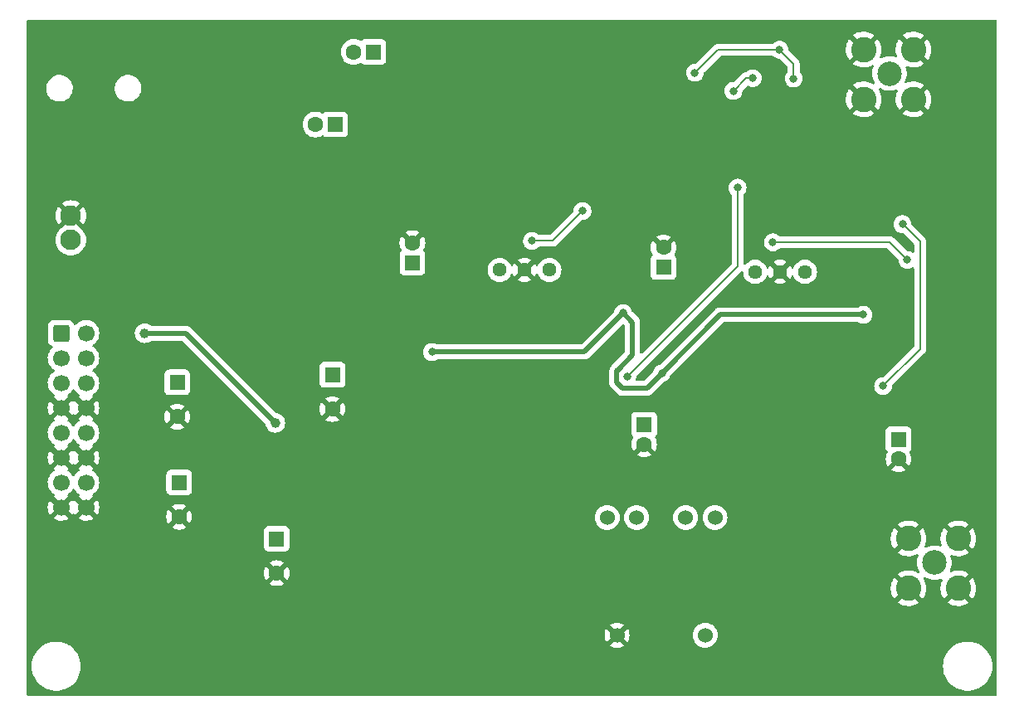
<source format=gbl>
G04 #@! TF.GenerationSoftware,KiCad,Pcbnew,6.0.9-8da3e8f707~117~ubuntu20.04.1*
G04 #@! TF.CreationDate,2022-12-08T18:46:39-05:00*
G04 #@! TF.ProjectId,sdt_qse_1496,7364745f-7173-4655-9f31-3439362e6b69,1.0*
G04 #@! TF.SameCoordinates,Original*
G04 #@! TF.FileFunction,Copper,L2,Bot*
G04 #@! TF.FilePolarity,Positive*
%FSLAX46Y46*%
G04 Gerber Fmt 4.6, Leading zero omitted, Abs format (unit mm)*
G04 Created by KiCad (PCBNEW 6.0.9-8da3e8f707~117~ubuntu20.04.1) date 2022-12-08 18:46:39*
%MOMM*%
%LPD*%
G01*
G04 APERTURE LIST*
G04 Aperture macros list*
%AMRoundRect*
0 Rectangle with rounded corners*
0 $1 Rounding radius*
0 $2 $3 $4 $5 $6 $7 $8 $9 X,Y pos of 4 corners*
0 Add a 4 corners polygon primitive as box body*
4,1,4,$2,$3,$4,$5,$6,$7,$8,$9,$2,$3,0*
0 Add four circle primitives for the rounded corners*
1,1,$1+$1,$2,$3*
1,1,$1+$1,$4,$5*
1,1,$1+$1,$6,$7*
1,1,$1+$1,$8,$9*
0 Add four rect primitives between the rounded corners*
20,1,$1+$1,$2,$3,$4,$5,0*
20,1,$1+$1,$4,$5,$6,$7,0*
20,1,$1+$1,$6,$7,$8,$9,0*
20,1,$1+$1,$8,$9,$2,$3,0*%
G04 Aperture macros list end*
G04 #@! TA.AperFunction,ComponentPad*
%ADD10RoundRect,0.250000X-0.600000X-0.600000X0.600000X-0.600000X0.600000X0.600000X-0.600000X0.600000X0*%
G04 #@! TD*
G04 #@! TA.AperFunction,ComponentPad*
%ADD11C,1.700000*%
G04 #@! TD*
G04 #@! TA.AperFunction,ComponentPad*
%ADD12C,2.600000*%
G04 #@! TD*
G04 #@! TA.AperFunction,ComponentPad*
%ADD13C,2.500000*%
G04 #@! TD*
G04 #@! TA.AperFunction,ComponentPad*
%ADD14R,1.600000X1.600000*%
G04 #@! TD*
G04 #@! TA.AperFunction,ComponentPad*
%ADD15C,1.600000*%
G04 #@! TD*
G04 #@! TA.AperFunction,ComponentPad*
%ADD16C,1.440000*%
G04 #@! TD*
G04 #@! TA.AperFunction,ComponentPad*
%ADD17C,1.524000*%
G04 #@! TD*
G04 #@! TA.AperFunction,ComponentPad*
%ADD18C,2.100000*%
G04 #@! TD*
G04 #@! TA.AperFunction,ViaPad*
%ADD19C,1.000000*%
G04 #@! TD*
G04 #@! TA.AperFunction,ViaPad*
%ADD20C,0.800000*%
G04 #@! TD*
G04 #@! TA.AperFunction,Conductor*
%ADD21C,0.200000*%
G04 #@! TD*
G04 #@! TA.AperFunction,Conductor*
%ADD22C,0.500000*%
G04 #@! TD*
G04 APERTURE END LIST*
D10*
X99000000Y-102500000D03*
D11*
X101540000Y-102500000D03*
X99000000Y-105040000D03*
X101540000Y-105040000D03*
X99000000Y-107580000D03*
X101540000Y-107580000D03*
X99000000Y-110120000D03*
X101540000Y-110120000D03*
X99000000Y-112660000D03*
X101540000Y-112660000D03*
X99000000Y-115200000D03*
X101540000Y-115200000D03*
X99000000Y-117740000D03*
X101540000Y-117740000D03*
X99000000Y-120280000D03*
X101540000Y-120280000D03*
D12*
X185460000Y-123460000D03*
X190540000Y-128540000D03*
X185460000Y-128540000D03*
X190540000Y-123460000D03*
D13*
X188100000Y-125925000D03*
D14*
X121000000Y-123500000D03*
D15*
X121000000Y-127000000D03*
D12*
X180885000Y-73535000D03*
X185965000Y-73535000D03*
X185965000Y-78615000D03*
X180885000Y-78615000D03*
D13*
X183525000Y-76000000D03*
D14*
X110850000Y-107522349D03*
D15*
X110850000Y-111022349D03*
D14*
X126955113Y-81200000D03*
D15*
X124955113Y-81200000D03*
D16*
X143750000Y-96050000D03*
X146290000Y-96050000D03*
X148830000Y-96050000D03*
D14*
X126700000Y-106747349D03*
D15*
X126700000Y-110247349D03*
D16*
X169825000Y-96250000D03*
X172365000Y-96250000D03*
X174905000Y-96250000D03*
D14*
X130855113Y-73800000D03*
D15*
X128855113Y-73800000D03*
D14*
X184450000Y-113350000D03*
D15*
X184450000Y-115350000D03*
D14*
X158490000Y-111850000D03*
D15*
X158490000Y-113850000D03*
D14*
X111050000Y-117747349D03*
D15*
X111050000Y-121247349D03*
D14*
X160475000Y-95755113D03*
D15*
X160475000Y-93755113D03*
D17*
X165725000Y-121325000D03*
X162725000Y-121325000D03*
X157725000Y-121325000D03*
X154725000Y-121325000D03*
X164725000Y-133325000D03*
X155725000Y-133325000D03*
D14*
X134850000Y-95305112D03*
D15*
X134850000Y-93305112D03*
D18*
X100000000Y-93000000D03*
X100000000Y-90500000D03*
D19*
X118600000Y-102540000D03*
X192990000Y-109980000D03*
X149190000Y-98320000D03*
X145530000Y-88640000D03*
X151440000Y-87290000D03*
X96800000Y-72090000D03*
X191490000Y-72530000D03*
X157780000Y-71550000D03*
D20*
X172300000Y-73570000D03*
X173750000Y-76500000D03*
X163675000Y-75925000D03*
D19*
X191300000Y-118250000D03*
X150150000Y-79225000D03*
X168500000Y-79675000D03*
X189750000Y-83450000D03*
X192800000Y-132925000D03*
X175850000Y-85250000D03*
X184500000Y-135500000D03*
X192850000Y-83450000D03*
X102875000Y-137750000D03*
X111430000Y-79420000D03*
X165800000Y-114050000D03*
X175025000Y-130275000D03*
X177950000Y-94650000D03*
X137225000Y-95450000D03*
X123800000Y-119625000D03*
X160200000Y-87500000D03*
X170125000Y-98600000D03*
X144900000Y-92975000D03*
X144250000Y-100900000D03*
X177650000Y-97675000D03*
X188000000Y-98250000D03*
X152850000Y-119225000D03*
X153850000Y-125150000D03*
X183300000Y-95300000D03*
X176575000Y-111800000D03*
X171550000Y-111850000D03*
X174525000Y-103975000D03*
X163050000Y-85250000D03*
X133175000Y-77375000D03*
X128475000Y-119500000D03*
X116700000Y-84400000D03*
X168150000Y-122850000D03*
X165900000Y-118900000D03*
X139950000Y-82950000D03*
X149620000Y-121580000D03*
X188025000Y-111675000D03*
X140350000Y-131950000D03*
X97750000Y-84325000D03*
X192875000Y-89975000D03*
X107500000Y-93600000D03*
X151675000Y-92750000D03*
X145850000Y-111525000D03*
X176025000Y-123325000D03*
X142875000Y-130125000D03*
X182375000Y-91475000D03*
X187925000Y-138050000D03*
X121000000Y-108950000D03*
X158900000Y-97825000D03*
X149025000Y-103025000D03*
X182775000Y-100325000D03*
X189800000Y-89975000D03*
X105075000Y-95775000D03*
X157925000Y-138775000D03*
X139275000Y-110525000D03*
X96400000Y-122625000D03*
X97175000Y-132475000D03*
X104400000Y-71675000D03*
X116125000Y-109375000D03*
X165900000Y-95425000D03*
X149950000Y-111225000D03*
X123525000Y-71600000D03*
X164450000Y-105025000D03*
X159800000Y-109440000D03*
X132100000Y-100150000D03*
X176525000Y-78525000D03*
X107537500Y-102500000D03*
X120850000Y-111650000D03*
D20*
X185350000Y-95025000D03*
X171625000Y-93225000D03*
X169575000Y-76475000D03*
X167600000Y-77775000D03*
X156775000Y-106950000D03*
X168025000Y-87650000D03*
X182875000Y-107900000D03*
X184850000Y-91375000D03*
X147050000Y-93075000D03*
X152200000Y-90025000D03*
X160300000Y-106600000D03*
X156350000Y-100450000D03*
X180850000Y-100625000D03*
X136850000Y-104425000D03*
D21*
X172300000Y-73570000D02*
X172300000Y-73575000D01*
X163675000Y-75925000D02*
X166030000Y-73570000D01*
X166030000Y-73570000D02*
X172300000Y-73570000D01*
X173750000Y-76500000D02*
X173750000Y-75025000D01*
X172300000Y-73575000D02*
X173750000Y-75025000D01*
D22*
X120850000Y-111650000D02*
X111700000Y-102500000D01*
X111700000Y-102500000D02*
X107537500Y-102500000D01*
D21*
X171625000Y-93225000D02*
X183550000Y-93225000D01*
X183550000Y-93225000D02*
X185350000Y-95025000D01*
X169575000Y-76475000D02*
X168900000Y-76475000D01*
X168900000Y-76475000D02*
X167600000Y-77775000D01*
X168025000Y-95700000D02*
X168025000Y-87650000D01*
X156775000Y-106950000D02*
X168025000Y-95700000D01*
X186650000Y-104125000D02*
X186650000Y-93175000D01*
X182875000Y-107900000D02*
X186650000Y-104125000D01*
X186650000Y-93175000D02*
X184850000Y-91375000D01*
X152200000Y-90025000D02*
X149150000Y-93075000D01*
X149150000Y-93075000D02*
X147050000Y-93075000D01*
D22*
X155700000Y-106375000D02*
X155700000Y-107525000D01*
X166275000Y-100625000D02*
X180850000Y-100625000D01*
X158775000Y-108125000D02*
X160300000Y-106600000D01*
X136850000Y-104425000D02*
X152375000Y-104425000D01*
X155837500Y-106237500D02*
X155700000Y-106375000D01*
X156300000Y-108125000D02*
X158200000Y-108125000D01*
X157325000Y-104750000D02*
X155837500Y-106237500D01*
X166275000Y-100625000D02*
X160300000Y-106600000D01*
X158200000Y-108125000D02*
X158775000Y-108125000D01*
X156350000Y-100450000D02*
X157325000Y-101425000D01*
X152375000Y-104425000D02*
X156350000Y-100450000D01*
X155700000Y-107525000D02*
X156300000Y-108125000D01*
X157325000Y-101425000D02*
X157325000Y-104750000D01*
G04 #@! TA.AperFunction,Conductor*
G36*
X194433621Y-70528502D02*
G01*
X194480114Y-70582158D01*
X194491500Y-70634500D01*
X194491500Y-139365500D01*
X194471498Y-139433621D01*
X194417842Y-139480114D01*
X194365500Y-139491500D01*
X95634500Y-139491500D01*
X95566379Y-139471498D01*
X95519886Y-139417842D01*
X95508500Y-139365500D01*
X95508500Y-136500000D01*
X95986540Y-136500000D01*
X96006359Y-136815020D01*
X96065505Y-137125072D01*
X96163044Y-137425266D01*
X96164731Y-137428852D01*
X96164733Y-137428856D01*
X96295750Y-137707283D01*
X96295754Y-137707290D01*
X96297438Y-137710869D01*
X96466568Y-137977375D01*
X96667767Y-138220582D01*
X96897860Y-138436654D01*
X97153221Y-138622184D01*
X97429821Y-138774247D01*
X97433490Y-138775700D01*
X97433495Y-138775702D01*
X97719628Y-138888990D01*
X97723298Y-138890443D01*
X98029025Y-138968940D01*
X98342179Y-139008500D01*
X98657821Y-139008500D01*
X98970975Y-138968940D01*
X99276702Y-138890443D01*
X99280372Y-138888990D01*
X99566505Y-138775702D01*
X99566510Y-138775700D01*
X99570179Y-138774247D01*
X99846779Y-138622184D01*
X100102140Y-138436654D01*
X100332233Y-138220582D01*
X100533432Y-137977375D01*
X100702562Y-137710869D01*
X100704246Y-137707290D01*
X100704250Y-137707283D01*
X100835267Y-137428856D01*
X100835269Y-137428852D01*
X100836956Y-137425266D01*
X100934495Y-137125072D01*
X100993641Y-136815020D01*
X101013460Y-136500000D01*
X188986540Y-136500000D01*
X189006359Y-136815020D01*
X189065505Y-137125072D01*
X189163044Y-137425266D01*
X189164731Y-137428852D01*
X189164733Y-137428856D01*
X189295750Y-137707283D01*
X189295754Y-137707290D01*
X189297438Y-137710869D01*
X189466568Y-137977375D01*
X189667767Y-138220582D01*
X189897860Y-138436654D01*
X190153221Y-138622184D01*
X190429821Y-138774247D01*
X190433490Y-138775700D01*
X190433495Y-138775702D01*
X190719628Y-138888990D01*
X190723298Y-138890443D01*
X191029025Y-138968940D01*
X191342179Y-139008500D01*
X191657821Y-139008500D01*
X191970975Y-138968940D01*
X192276702Y-138890443D01*
X192280372Y-138888990D01*
X192566505Y-138775702D01*
X192566510Y-138775700D01*
X192570179Y-138774247D01*
X192846779Y-138622184D01*
X193102140Y-138436654D01*
X193332233Y-138220582D01*
X193533432Y-137977375D01*
X193702562Y-137710869D01*
X193704246Y-137707290D01*
X193704250Y-137707283D01*
X193835267Y-137428856D01*
X193835269Y-137428852D01*
X193836956Y-137425266D01*
X193934495Y-137125072D01*
X193993641Y-136815020D01*
X194013460Y-136500000D01*
X193993641Y-136184980D01*
X193934495Y-135874928D01*
X193836956Y-135574734D01*
X193830667Y-135561369D01*
X193704250Y-135292717D01*
X193704246Y-135292710D01*
X193702562Y-135289131D01*
X193533432Y-135022625D01*
X193332233Y-134779418D01*
X193102140Y-134563346D01*
X192846779Y-134377816D01*
X192836206Y-134372003D01*
X192573648Y-134227660D01*
X192573647Y-134227659D01*
X192570179Y-134225753D01*
X192566510Y-134224300D01*
X192566505Y-134224298D01*
X192280372Y-134111010D01*
X192280371Y-134111010D01*
X192276702Y-134109557D01*
X191970975Y-134031060D01*
X191657821Y-133991500D01*
X191342179Y-133991500D01*
X191029025Y-134031060D01*
X190723298Y-134109557D01*
X190719629Y-134111010D01*
X190719628Y-134111010D01*
X190433495Y-134224298D01*
X190433490Y-134224300D01*
X190429821Y-134225753D01*
X190426353Y-134227659D01*
X190426352Y-134227660D01*
X190163795Y-134372003D01*
X190153221Y-134377816D01*
X189897860Y-134563346D01*
X189667767Y-134779418D01*
X189466568Y-135022625D01*
X189297438Y-135289131D01*
X189295754Y-135292710D01*
X189295750Y-135292717D01*
X189169333Y-135561369D01*
X189163044Y-135574734D01*
X189065505Y-135874928D01*
X189006359Y-136184980D01*
X188988833Y-136463559D01*
X188986540Y-136500000D01*
X101013460Y-136500000D01*
X100993641Y-136184980D01*
X100934495Y-135874928D01*
X100836956Y-135574734D01*
X100830667Y-135561369D01*
X100704250Y-135292717D01*
X100704246Y-135292710D01*
X100702562Y-135289131D01*
X100533432Y-135022625D01*
X100332233Y-134779418D01*
X100102140Y-134563346D01*
X99854984Y-134383777D01*
X155030777Y-134383777D01*
X155040074Y-134395793D01*
X155083069Y-134425898D01*
X155092555Y-134431376D01*
X155283993Y-134520645D01*
X155294285Y-134524391D01*
X155498309Y-134579059D01*
X155509104Y-134580962D01*
X155719525Y-134599372D01*
X155730475Y-134599372D01*
X155940896Y-134580962D01*
X155951691Y-134579059D01*
X156155715Y-134524391D01*
X156166007Y-134520645D01*
X156357445Y-134431376D01*
X156366931Y-134425898D01*
X156410764Y-134395207D01*
X156419139Y-134384729D01*
X156412071Y-134371281D01*
X155737812Y-133697022D01*
X155723868Y-133689408D01*
X155722035Y-133689539D01*
X155715420Y-133693790D01*
X155037207Y-134372003D01*
X155030777Y-134383777D01*
X99854984Y-134383777D01*
X99846779Y-134377816D01*
X99836206Y-134372003D01*
X99573648Y-134227660D01*
X99573647Y-134227659D01*
X99570179Y-134225753D01*
X99566510Y-134224300D01*
X99566505Y-134224298D01*
X99280372Y-134111010D01*
X99280371Y-134111010D01*
X99276702Y-134109557D01*
X98970975Y-134031060D01*
X98657821Y-133991500D01*
X98342179Y-133991500D01*
X98029025Y-134031060D01*
X97723298Y-134109557D01*
X97719629Y-134111010D01*
X97719628Y-134111010D01*
X97433495Y-134224298D01*
X97433490Y-134224300D01*
X97429821Y-134225753D01*
X97426353Y-134227659D01*
X97426352Y-134227660D01*
X97163795Y-134372003D01*
X97153221Y-134377816D01*
X96897860Y-134563346D01*
X96667767Y-134779418D01*
X96466568Y-135022625D01*
X96297438Y-135289131D01*
X96295754Y-135292710D01*
X96295750Y-135292717D01*
X96169333Y-135561369D01*
X96163044Y-135574734D01*
X96065505Y-135874928D01*
X96006359Y-136184980D01*
X95988833Y-136463559D01*
X95986540Y-136500000D01*
X95508500Y-136500000D01*
X95508500Y-133330475D01*
X154450628Y-133330475D01*
X154469038Y-133540896D01*
X154470941Y-133551691D01*
X154525609Y-133755715D01*
X154529355Y-133766007D01*
X154618623Y-133957441D01*
X154624103Y-133966932D01*
X154654794Y-134010765D01*
X154665271Y-134019140D01*
X154678718Y-134012072D01*
X155352978Y-133337812D01*
X155359356Y-133326132D01*
X156089408Y-133326132D01*
X156089539Y-133327965D01*
X156093790Y-133334580D01*
X156772003Y-134012793D01*
X156783777Y-134019223D01*
X156795793Y-134009926D01*
X156825897Y-133966932D01*
X156831377Y-133957441D01*
X156920645Y-133766007D01*
X156924391Y-133755715D01*
X156979059Y-133551691D01*
X156980962Y-133540896D01*
X156999372Y-133330475D01*
X156999372Y-133325000D01*
X163449647Y-133325000D01*
X163469022Y-133546463D01*
X163526560Y-133761196D01*
X163528882Y-133766177D01*
X163528883Y-133766178D01*
X163618186Y-133957689D01*
X163618189Y-133957694D01*
X163620512Y-133962676D01*
X163623668Y-133967183D01*
X163623669Y-133967185D01*
X163669085Y-134032045D01*
X163748023Y-134144781D01*
X163905219Y-134301977D01*
X163909727Y-134305134D01*
X163909730Y-134305136D01*
X163985495Y-134358187D01*
X164087323Y-134429488D01*
X164092305Y-134431811D01*
X164092310Y-134431814D01*
X164282810Y-134520645D01*
X164288804Y-134523440D01*
X164294112Y-134524862D01*
X164294114Y-134524863D01*
X164359949Y-134542503D01*
X164503537Y-134580978D01*
X164725000Y-134600353D01*
X164946463Y-134580978D01*
X165090051Y-134542503D01*
X165155886Y-134524863D01*
X165155888Y-134524862D01*
X165161196Y-134523440D01*
X165167190Y-134520645D01*
X165357690Y-134431814D01*
X165357695Y-134431811D01*
X165362677Y-134429488D01*
X165464505Y-134358187D01*
X165540270Y-134305136D01*
X165540273Y-134305134D01*
X165544781Y-134301977D01*
X165701977Y-134144781D01*
X165780916Y-134032045D01*
X165826331Y-133967185D01*
X165826332Y-133967183D01*
X165829488Y-133962676D01*
X165831811Y-133957694D01*
X165831814Y-133957689D01*
X165921117Y-133766178D01*
X165921118Y-133766177D01*
X165923440Y-133761196D01*
X165980978Y-133546463D01*
X166000353Y-133325000D01*
X165980978Y-133103537D01*
X165923440Y-132888804D01*
X165921117Y-132883822D01*
X165831814Y-132692311D01*
X165831811Y-132692306D01*
X165829488Y-132687324D01*
X165826331Y-132682815D01*
X165705136Y-132509730D01*
X165705134Y-132509727D01*
X165701977Y-132505219D01*
X165544781Y-132348023D01*
X165540273Y-132344866D01*
X165540270Y-132344864D01*
X165464505Y-132291813D01*
X165362677Y-132220512D01*
X165357695Y-132218189D01*
X165357690Y-132218186D01*
X165166178Y-132128883D01*
X165166177Y-132128882D01*
X165161196Y-132126560D01*
X165155888Y-132125138D01*
X165155886Y-132125137D01*
X165090051Y-132107497D01*
X164946463Y-132069022D01*
X164725000Y-132049647D01*
X164503537Y-132069022D01*
X164359949Y-132107497D01*
X164294114Y-132125137D01*
X164294112Y-132125138D01*
X164288804Y-132126560D01*
X164283823Y-132128882D01*
X164283822Y-132128883D01*
X164092311Y-132218186D01*
X164092306Y-132218189D01*
X164087324Y-132220512D01*
X164082817Y-132223668D01*
X164082815Y-132223669D01*
X163909730Y-132344864D01*
X163909727Y-132344866D01*
X163905219Y-132348023D01*
X163748023Y-132505219D01*
X163744866Y-132509727D01*
X163744864Y-132509730D01*
X163623669Y-132682815D01*
X163620512Y-132687324D01*
X163618189Y-132692306D01*
X163618186Y-132692311D01*
X163528883Y-132883822D01*
X163526560Y-132888804D01*
X163469022Y-133103537D01*
X163449647Y-133325000D01*
X156999372Y-133325000D01*
X156999372Y-133319525D01*
X156980962Y-133109104D01*
X156979059Y-133098309D01*
X156924391Y-132894285D01*
X156920645Y-132883993D01*
X156831377Y-132692559D01*
X156825897Y-132683068D01*
X156795206Y-132639235D01*
X156784729Y-132630860D01*
X156771282Y-132637928D01*
X156097022Y-133312188D01*
X156089408Y-133326132D01*
X155359356Y-133326132D01*
X155360592Y-133323868D01*
X155360461Y-133322035D01*
X155356210Y-133315420D01*
X154677997Y-132637207D01*
X154666223Y-132630777D01*
X154654207Y-132640074D01*
X154624103Y-132683068D01*
X154618623Y-132692559D01*
X154529355Y-132883993D01*
X154525609Y-132894285D01*
X154470941Y-133098309D01*
X154469038Y-133109104D01*
X154450628Y-133319525D01*
X154450628Y-133330475D01*
X95508500Y-133330475D01*
X95508500Y-132265271D01*
X155030860Y-132265271D01*
X155037928Y-132278718D01*
X155712188Y-132952978D01*
X155726132Y-132960592D01*
X155727965Y-132960461D01*
X155734580Y-132956210D01*
X156412793Y-132277997D01*
X156419223Y-132266223D01*
X156409926Y-132254207D01*
X156366931Y-132224102D01*
X156357445Y-132218624D01*
X156166007Y-132129355D01*
X156155715Y-132125609D01*
X155951691Y-132070941D01*
X155940896Y-132069038D01*
X155730475Y-132050628D01*
X155719525Y-132050628D01*
X155509104Y-132069038D01*
X155498309Y-132070941D01*
X155294285Y-132125609D01*
X155283993Y-132129355D01*
X155092559Y-132218623D01*
X155083068Y-132224103D01*
X155039235Y-132254794D01*
X155030860Y-132265271D01*
X95508500Y-132265271D01*
X95508500Y-129984906D01*
X184379839Y-129984906D01*
X184388553Y-129996427D01*
X184495452Y-130074809D01*
X184503351Y-130079745D01*
X184732905Y-130200519D01*
X184741454Y-130204236D01*
X184986327Y-130289749D01*
X184995336Y-130292163D01*
X185250166Y-130340544D01*
X185259423Y-130341598D01*
X185518607Y-130351783D01*
X185527921Y-130351457D01*
X185785753Y-130323220D01*
X185794930Y-130321519D01*
X186045758Y-130255481D01*
X186054574Y-130252445D01*
X186292880Y-130150062D01*
X186301167Y-130145748D01*
X186521718Y-130009266D01*
X186529268Y-130003780D01*
X186534559Y-129999301D01*
X186542997Y-129986497D01*
X186542065Y-129984906D01*
X189459839Y-129984906D01*
X189468553Y-129996427D01*
X189575452Y-130074809D01*
X189583351Y-130079745D01*
X189812905Y-130200519D01*
X189821454Y-130204236D01*
X190066327Y-130289749D01*
X190075336Y-130292163D01*
X190330166Y-130340544D01*
X190339423Y-130341598D01*
X190598607Y-130351783D01*
X190607921Y-130351457D01*
X190865753Y-130323220D01*
X190874930Y-130321519D01*
X191125758Y-130255481D01*
X191134574Y-130252445D01*
X191372880Y-130150062D01*
X191381167Y-130145748D01*
X191601718Y-130009266D01*
X191609268Y-130003780D01*
X191614559Y-129999301D01*
X191622997Y-129986497D01*
X191616935Y-129976145D01*
X190552812Y-128912022D01*
X190538868Y-128904408D01*
X190537035Y-128904539D01*
X190530420Y-128908790D01*
X189466497Y-129972713D01*
X189459839Y-129984906D01*
X186542065Y-129984906D01*
X186536935Y-129976145D01*
X185472812Y-128912022D01*
X185458868Y-128904408D01*
X185457035Y-128904539D01*
X185450420Y-128908790D01*
X184386497Y-129972713D01*
X184379839Y-129984906D01*
X95508500Y-129984906D01*
X95508500Y-128497211D01*
X183647775Y-128497211D01*
X183660220Y-128756288D01*
X183661356Y-128765543D01*
X183711961Y-129019945D01*
X183714449Y-129028917D01*
X183802095Y-129273033D01*
X183805895Y-129281568D01*
X183928658Y-129510042D01*
X183933666Y-129517904D01*
X184003720Y-129611716D01*
X184014979Y-129620165D01*
X184027397Y-129613393D01*
X185087978Y-128552812D01*
X185095592Y-128538868D01*
X185095461Y-128537035D01*
X185091210Y-128530420D01*
X184025816Y-127465026D01*
X184012507Y-127457758D01*
X184002472Y-127464878D01*
X183986937Y-127483556D01*
X183981531Y-127491135D01*
X183846965Y-127712891D01*
X183842736Y-127721192D01*
X183742432Y-127960389D01*
X183739471Y-127969239D01*
X183675628Y-128220625D01*
X183674006Y-128229822D01*
X183648020Y-128487885D01*
X183647775Y-128497211D01*
X95508500Y-128497211D01*
X95508500Y-128086062D01*
X120278493Y-128086062D01*
X120287789Y-128098077D01*
X120338994Y-128133931D01*
X120348489Y-128139414D01*
X120545947Y-128231490D01*
X120556239Y-128235236D01*
X120766688Y-128291625D01*
X120777481Y-128293528D01*
X120994525Y-128312517D01*
X121005475Y-128312517D01*
X121222519Y-128293528D01*
X121233312Y-128291625D01*
X121443761Y-128235236D01*
X121454053Y-128231490D01*
X121651511Y-128139414D01*
X121661006Y-128133931D01*
X121713048Y-128097491D01*
X121721424Y-128087012D01*
X121714356Y-128073566D01*
X121012812Y-127372022D01*
X120998868Y-127364408D01*
X120997035Y-127364539D01*
X120990420Y-127368790D01*
X120284923Y-128074287D01*
X120278493Y-128086062D01*
X95508500Y-128086062D01*
X95508500Y-127005475D01*
X119687483Y-127005475D01*
X119706472Y-127222519D01*
X119708375Y-127233312D01*
X119764764Y-127443761D01*
X119768510Y-127454053D01*
X119860586Y-127651511D01*
X119866069Y-127661006D01*
X119902509Y-127713048D01*
X119912988Y-127721424D01*
X119926434Y-127714356D01*
X120627978Y-127012812D01*
X120634356Y-127001132D01*
X121364408Y-127001132D01*
X121364539Y-127002965D01*
X121368790Y-127009580D01*
X122074287Y-127715077D01*
X122086062Y-127721507D01*
X122098077Y-127712211D01*
X122133931Y-127661006D01*
X122139414Y-127651511D01*
X122231490Y-127454053D01*
X122235236Y-127443761D01*
X122291625Y-127233312D01*
X122293528Y-127222519D01*
X122304887Y-127092689D01*
X184377102Y-127092689D01*
X184381675Y-127102465D01*
X186896094Y-129616884D01*
X186908474Y-129623644D01*
X186916815Y-129617400D01*
X187050832Y-129409048D01*
X187055275Y-129400864D01*
X187161807Y-129164370D01*
X187164997Y-129155605D01*
X187235402Y-128905972D01*
X187237262Y-128896830D01*
X187270187Y-128638019D01*
X187270668Y-128631733D01*
X187272987Y-128543160D01*
X187272836Y-128536851D01*
X187253501Y-128276663D01*
X187252125Y-128267457D01*
X187194878Y-128014467D01*
X187192154Y-128005556D01*
X187098143Y-127763806D01*
X187094132Y-127755397D01*
X187004200Y-127598049D01*
X186987763Y-127528982D01*
X187011276Y-127461992D01*
X187067274Y-127418348D01*
X187137978Y-127411908D01*
X187172260Y-127424018D01*
X187392684Y-127539989D01*
X187392689Y-127539991D01*
X187396834Y-127542172D01*
X187643590Y-127628344D01*
X187648183Y-127629216D01*
X187895785Y-127676224D01*
X187895788Y-127676224D01*
X187900374Y-127677095D01*
X188030958Y-127682226D01*
X188156875Y-127687174D01*
X188156881Y-127687174D01*
X188161543Y-127687357D01*
X188240977Y-127678657D01*
X188416707Y-127659412D01*
X188416712Y-127659411D01*
X188421360Y-127658902D01*
X188534116Y-127629216D01*
X188669594Y-127593548D01*
X188669596Y-127593547D01*
X188674117Y-127592357D01*
X188678416Y-127590510D01*
X188678419Y-127590509D01*
X188756733Y-127556863D01*
X188827217Y-127548351D01*
X188891114Y-127579297D01*
X188928138Y-127639875D01*
X188926533Y-127710854D01*
X188922667Y-127721357D01*
X188822432Y-127960389D01*
X188819471Y-127969239D01*
X188755628Y-128220625D01*
X188754006Y-128229822D01*
X188728020Y-128487885D01*
X188727775Y-128497211D01*
X188740220Y-128756288D01*
X188741356Y-128765543D01*
X188791961Y-129019945D01*
X188794449Y-129028917D01*
X188882095Y-129273033D01*
X188885895Y-129281568D01*
X189008658Y-129510042D01*
X189013666Y-129517904D01*
X189083720Y-129611716D01*
X189094979Y-129620165D01*
X189107397Y-129613393D01*
X190179658Y-128541132D01*
X190904408Y-128541132D01*
X190904539Y-128542965D01*
X190908790Y-128549580D01*
X191976094Y-129616884D01*
X191988474Y-129623644D01*
X191996815Y-129617400D01*
X192130832Y-129409048D01*
X192135275Y-129400864D01*
X192241807Y-129164370D01*
X192244997Y-129155605D01*
X192315402Y-128905972D01*
X192317262Y-128896830D01*
X192350187Y-128638019D01*
X192350668Y-128631733D01*
X192352987Y-128543160D01*
X192352836Y-128536851D01*
X192333501Y-128276663D01*
X192332125Y-128267457D01*
X192274878Y-128014467D01*
X192272154Y-128005556D01*
X192178143Y-127763806D01*
X192174132Y-127755397D01*
X192045422Y-127530202D01*
X192040211Y-127522476D01*
X191996996Y-127467658D01*
X191985071Y-127459187D01*
X191973537Y-127465673D01*
X190912022Y-128527188D01*
X190904408Y-128541132D01*
X190179658Y-128541132D01*
X191614349Y-127106441D01*
X191620733Y-127094751D01*
X191611321Y-127082641D01*
X191464045Y-126980471D01*
X191456010Y-126975738D01*
X191223376Y-126861016D01*
X191214743Y-126857528D01*
X190967703Y-126778450D01*
X190958643Y-126776274D01*
X190702630Y-126734580D01*
X190693343Y-126733768D01*
X190433992Y-126730373D01*
X190424681Y-126730943D01*
X190167682Y-126765919D01*
X190158546Y-126767860D01*
X189909543Y-126840439D01*
X189900806Y-126843705D01*
X189846046Y-126868950D01*
X189775808Y-126879305D01*
X189711122Y-126850043D01*
X189672526Y-126790454D01*
X189672272Y-126719458D01*
X189678412Y-126702774D01*
X189755160Y-126532398D01*
X189755160Y-126532397D01*
X189757083Y-126528129D01*
X189810425Y-126338994D01*
X189826760Y-126281076D01*
X189826761Y-126281073D01*
X189828030Y-126276572D01*
X189844832Y-126144496D01*
X189860616Y-126020421D01*
X189860616Y-126020417D01*
X189861014Y-126017291D01*
X189863431Y-125925000D01*
X189847333Y-125708375D01*
X189844407Y-125669000D01*
X189844406Y-125668996D01*
X189844061Y-125664348D01*
X189832725Y-125614248D01*
X189787408Y-125413980D01*
X189786377Y-125409423D01*
X189769279Y-125365455D01*
X189751594Y-125319976D01*
X189745547Y-125249238D01*
X189778704Y-125186459D01*
X189840538Y-125151573D01*
X189910568Y-125155355D01*
X190066327Y-125209749D01*
X190075336Y-125212163D01*
X190330166Y-125260544D01*
X190339423Y-125261598D01*
X190598607Y-125271783D01*
X190607921Y-125271457D01*
X190865753Y-125243220D01*
X190874930Y-125241519D01*
X191125758Y-125175481D01*
X191134574Y-125172445D01*
X191372880Y-125070062D01*
X191381167Y-125065748D01*
X191601718Y-124929266D01*
X191609268Y-124923780D01*
X191614559Y-124919301D01*
X191622997Y-124906497D01*
X191616935Y-124896145D01*
X190181922Y-123461132D01*
X190904408Y-123461132D01*
X190904539Y-123462965D01*
X190908790Y-123469580D01*
X191976094Y-124536884D01*
X191988474Y-124543644D01*
X191996815Y-124537400D01*
X192130832Y-124329048D01*
X192135275Y-124320864D01*
X192241807Y-124084370D01*
X192244997Y-124075605D01*
X192315402Y-123825972D01*
X192317262Y-123816830D01*
X192350187Y-123558019D01*
X192350668Y-123551733D01*
X192352987Y-123463160D01*
X192352836Y-123456851D01*
X192333501Y-123196663D01*
X192332125Y-123187457D01*
X192274878Y-122934467D01*
X192272154Y-122925556D01*
X192178143Y-122683806D01*
X192174132Y-122675397D01*
X192045422Y-122450202D01*
X192040211Y-122442476D01*
X191996996Y-122387658D01*
X191985071Y-122379187D01*
X191973537Y-122385673D01*
X190912022Y-123447188D01*
X190904408Y-123461132D01*
X190181922Y-123461132D01*
X189105816Y-122385026D01*
X189092507Y-122377758D01*
X189082472Y-122384878D01*
X189066937Y-122403556D01*
X189061531Y-122411135D01*
X188926965Y-122632891D01*
X188922736Y-122641192D01*
X188822432Y-122880389D01*
X188819471Y-122889239D01*
X188755628Y-123140625D01*
X188754006Y-123149822D01*
X188728020Y-123407885D01*
X188727775Y-123417211D01*
X188740220Y-123676288D01*
X188741356Y-123685543D01*
X188791961Y-123939945D01*
X188794449Y-123948917D01*
X188850859Y-124106034D01*
X188855053Y-124176907D01*
X188820264Y-124238796D01*
X188757538Y-124272052D01*
X188693858Y-124268613D01*
X188516123Y-124211720D01*
X188511665Y-124210293D01*
X188253693Y-124168279D01*
X188139942Y-124166790D01*
X187997022Y-124164919D01*
X187997019Y-124164919D01*
X187992345Y-124164858D01*
X187733362Y-124200104D01*
X187482433Y-124273243D01*
X187478180Y-124275203D01*
X187478179Y-124275204D01*
X187276438Y-124368208D01*
X187206201Y-124378563D01*
X187141515Y-124349300D01*
X187102918Y-124289712D01*
X187102665Y-124218716D01*
X187108805Y-124202032D01*
X187161807Y-124084370D01*
X187164997Y-124075605D01*
X187235402Y-123825972D01*
X187237262Y-123816830D01*
X187270187Y-123558019D01*
X187270668Y-123551733D01*
X187272987Y-123463160D01*
X187272836Y-123456851D01*
X187253501Y-123196663D01*
X187252125Y-123187457D01*
X187194878Y-122934467D01*
X187192154Y-122925556D01*
X187098143Y-122683806D01*
X187094132Y-122675397D01*
X186965422Y-122450202D01*
X186960211Y-122442476D01*
X186916996Y-122387658D01*
X186905071Y-122379187D01*
X186893537Y-122385673D01*
X184386497Y-124892713D01*
X184379839Y-124904906D01*
X184388553Y-124916427D01*
X184495452Y-124994809D01*
X184503351Y-124999745D01*
X184732905Y-125120519D01*
X184741454Y-125124236D01*
X184986327Y-125209749D01*
X184995336Y-125212163D01*
X185250166Y-125260544D01*
X185259423Y-125261598D01*
X185518607Y-125271783D01*
X185527921Y-125271457D01*
X185785753Y-125243220D01*
X185794930Y-125241519D01*
X186045758Y-125175481D01*
X186054574Y-125172445D01*
X186292880Y-125070062D01*
X186301170Y-125065746D01*
X186307038Y-125062115D01*
X186375490Y-125043278D01*
X186443259Y-125064440D01*
X186488830Y-125118882D01*
X186497732Y-125189318D01*
X186489536Y-125217984D01*
X186427697Y-125365455D01*
X186363359Y-125618783D01*
X186337173Y-125878839D01*
X186337397Y-125883505D01*
X186337397Y-125883511D01*
X186339459Y-125926434D01*
X186349713Y-126139908D01*
X186400704Y-126396256D01*
X186489026Y-126642252D01*
X186592730Y-126835255D01*
X186607352Y-126904730D01*
X186582093Y-126971081D01*
X186524972Y-127013243D01*
X186454124Y-127017830D01*
X186409916Y-126998419D01*
X186384047Y-126980473D01*
X186376010Y-126975738D01*
X186143376Y-126861016D01*
X186134743Y-126857528D01*
X185887703Y-126778450D01*
X185878643Y-126776274D01*
X185622630Y-126734580D01*
X185613343Y-126733768D01*
X185353992Y-126730373D01*
X185344681Y-126730943D01*
X185087682Y-126765919D01*
X185078546Y-126767860D01*
X184829543Y-126840439D01*
X184820800Y-126843707D01*
X184585252Y-126952296D01*
X184577097Y-126956816D01*
X184386240Y-127081947D01*
X184377102Y-127092689D01*
X122304887Y-127092689D01*
X122312517Y-127005475D01*
X122312517Y-126994525D01*
X122293528Y-126777481D01*
X122291625Y-126766688D01*
X122235236Y-126556239D01*
X122231490Y-126545947D01*
X122139414Y-126348489D01*
X122133931Y-126338994D01*
X122097491Y-126286952D01*
X122087012Y-126278576D01*
X122073566Y-126285644D01*
X121372022Y-126987188D01*
X121364408Y-127001132D01*
X120634356Y-127001132D01*
X120635592Y-126998868D01*
X120635461Y-126997035D01*
X120631210Y-126990420D01*
X119925713Y-126284923D01*
X119913938Y-126278493D01*
X119901923Y-126287789D01*
X119866069Y-126338994D01*
X119860586Y-126348489D01*
X119768510Y-126545947D01*
X119764764Y-126556239D01*
X119708375Y-126766688D01*
X119706472Y-126777481D01*
X119687483Y-126994525D01*
X119687483Y-127005475D01*
X95508500Y-127005475D01*
X95508500Y-125912988D01*
X120278576Y-125912988D01*
X120285644Y-125926434D01*
X120987188Y-126627978D01*
X121001132Y-126635592D01*
X121002965Y-126635461D01*
X121009580Y-126631210D01*
X121715077Y-125925713D01*
X121721507Y-125913938D01*
X121712211Y-125901923D01*
X121661006Y-125866069D01*
X121651511Y-125860586D01*
X121454053Y-125768510D01*
X121443761Y-125764764D01*
X121233312Y-125708375D01*
X121222519Y-125706472D01*
X121005475Y-125687483D01*
X120994525Y-125687483D01*
X120777481Y-125706472D01*
X120766688Y-125708375D01*
X120556239Y-125764764D01*
X120545947Y-125768510D01*
X120348489Y-125860586D01*
X120338994Y-125866069D01*
X120286952Y-125902509D01*
X120278576Y-125912988D01*
X95508500Y-125912988D01*
X95508500Y-124348134D01*
X119691500Y-124348134D01*
X119698255Y-124410316D01*
X119749385Y-124546705D01*
X119836739Y-124663261D01*
X119953295Y-124750615D01*
X120089684Y-124801745D01*
X120151866Y-124808500D01*
X121848134Y-124808500D01*
X121910316Y-124801745D01*
X122046705Y-124750615D01*
X122163261Y-124663261D01*
X122250615Y-124546705D01*
X122301745Y-124410316D01*
X122308500Y-124348134D01*
X122308500Y-123417211D01*
X183647775Y-123417211D01*
X183660220Y-123676288D01*
X183661356Y-123685543D01*
X183711961Y-123939945D01*
X183714449Y-123948917D01*
X183802095Y-124193033D01*
X183805895Y-124201568D01*
X183928658Y-124430042D01*
X183933666Y-124437904D01*
X184003720Y-124531716D01*
X184014979Y-124540165D01*
X184027397Y-124533393D01*
X185087978Y-123472812D01*
X185095592Y-123458868D01*
X185095461Y-123457035D01*
X185091210Y-123450420D01*
X184025816Y-122385026D01*
X184012507Y-122377758D01*
X184002472Y-122384878D01*
X183986937Y-122403556D01*
X183981531Y-122411135D01*
X183846965Y-122632891D01*
X183842736Y-122641192D01*
X183742432Y-122880389D01*
X183739471Y-122889239D01*
X183675628Y-123140625D01*
X183674006Y-123149822D01*
X183648020Y-123407885D01*
X183647775Y-123417211D01*
X122308500Y-123417211D01*
X122308500Y-122651866D01*
X122301745Y-122589684D01*
X122250615Y-122453295D01*
X122163261Y-122336739D01*
X122046705Y-122249385D01*
X121910316Y-122198255D01*
X121848134Y-122191500D01*
X120151866Y-122191500D01*
X120089684Y-122198255D01*
X119953295Y-122249385D01*
X119836739Y-122336739D01*
X119749385Y-122453295D01*
X119698255Y-122589684D01*
X119691500Y-122651866D01*
X119691500Y-124348134D01*
X95508500Y-124348134D01*
X95508500Y-122333411D01*
X110328493Y-122333411D01*
X110337789Y-122345426D01*
X110388994Y-122381280D01*
X110398489Y-122386763D01*
X110595947Y-122478839D01*
X110606239Y-122482585D01*
X110816688Y-122538974D01*
X110827481Y-122540877D01*
X111044525Y-122559866D01*
X111055475Y-122559866D01*
X111272519Y-122540877D01*
X111283312Y-122538974D01*
X111493761Y-122482585D01*
X111504053Y-122478839D01*
X111701511Y-122386763D01*
X111711006Y-122381280D01*
X111763048Y-122344840D01*
X111771424Y-122334361D01*
X111764356Y-122320915D01*
X111062812Y-121619371D01*
X111048868Y-121611757D01*
X111047035Y-121611888D01*
X111040420Y-121616139D01*
X110334923Y-122321636D01*
X110328493Y-122333411D01*
X95508500Y-122333411D01*
X95508500Y-121404853D01*
X98239977Y-121404853D01*
X98245258Y-121411907D01*
X98406756Y-121506279D01*
X98416042Y-121510729D01*
X98615001Y-121586703D01*
X98624899Y-121589579D01*
X98833595Y-121632038D01*
X98843823Y-121633257D01*
X99056650Y-121641062D01*
X99066936Y-121640595D01*
X99278185Y-121613534D01*
X99288262Y-121611392D01*
X99492255Y-121550191D01*
X99501842Y-121546433D01*
X99693098Y-121452738D01*
X99701944Y-121447465D01*
X99749247Y-121413723D01*
X99756211Y-121404853D01*
X100779977Y-121404853D01*
X100785258Y-121411907D01*
X100946756Y-121506279D01*
X100956042Y-121510729D01*
X101155001Y-121586703D01*
X101164899Y-121589579D01*
X101373595Y-121632038D01*
X101383823Y-121633257D01*
X101596650Y-121641062D01*
X101606936Y-121640595D01*
X101818185Y-121613534D01*
X101828262Y-121611392D01*
X102032255Y-121550191D01*
X102041842Y-121546433D01*
X102233098Y-121452738D01*
X102241944Y-121447465D01*
X102289247Y-121413723D01*
X102297648Y-121403023D01*
X102290660Y-121389870D01*
X102153614Y-121252824D01*
X109737483Y-121252824D01*
X109756472Y-121469868D01*
X109758375Y-121480661D01*
X109814764Y-121691110D01*
X109818510Y-121701402D01*
X109910586Y-121898860D01*
X109916069Y-121908355D01*
X109952509Y-121960397D01*
X109962988Y-121968773D01*
X109976434Y-121961705D01*
X110677978Y-121260161D01*
X110684356Y-121248481D01*
X111414408Y-121248481D01*
X111414539Y-121250314D01*
X111418790Y-121256929D01*
X112124287Y-121962426D01*
X112136062Y-121968856D01*
X112148077Y-121959560D01*
X112183931Y-121908355D01*
X112189414Y-121898860D01*
X112281490Y-121701402D01*
X112285236Y-121691110D01*
X112341625Y-121480661D01*
X112343528Y-121469868D01*
X112356202Y-121325000D01*
X153449647Y-121325000D01*
X153469022Y-121546463D01*
X153526560Y-121761196D01*
X153528882Y-121766177D01*
X153528883Y-121766178D01*
X153618186Y-121957689D01*
X153618189Y-121957694D01*
X153620512Y-121962676D01*
X153623668Y-121967183D01*
X153623669Y-121967185D01*
X153665161Y-122026441D01*
X153748023Y-122144781D01*
X153905219Y-122301977D01*
X153909727Y-122305134D01*
X153909730Y-122305136D01*
X153967270Y-122345426D01*
X154087323Y-122429488D01*
X154092305Y-122431811D01*
X154092310Y-122431814D01*
X154283822Y-122521117D01*
X154288804Y-122523440D01*
X154294112Y-122524862D01*
X154294114Y-122524863D01*
X154346777Y-122538974D01*
X154503537Y-122580978D01*
X154725000Y-122600353D01*
X154946463Y-122580978D01*
X155103223Y-122538974D01*
X155155886Y-122524863D01*
X155155888Y-122524862D01*
X155161196Y-122523440D01*
X155166178Y-122521117D01*
X155357690Y-122431814D01*
X155357695Y-122431811D01*
X155362677Y-122429488D01*
X155482730Y-122345426D01*
X155540270Y-122305136D01*
X155540273Y-122305134D01*
X155544781Y-122301977D01*
X155701977Y-122144781D01*
X155784840Y-122026441D01*
X155826331Y-121967185D01*
X155826332Y-121967183D01*
X155829488Y-121962676D01*
X155831811Y-121957694D01*
X155831814Y-121957689D01*
X155921117Y-121766178D01*
X155921118Y-121766177D01*
X155923440Y-121761196D01*
X155980978Y-121546463D01*
X156000353Y-121325000D01*
X156449647Y-121325000D01*
X156469022Y-121546463D01*
X156526560Y-121761196D01*
X156528882Y-121766177D01*
X156528883Y-121766178D01*
X156618186Y-121957689D01*
X156618189Y-121957694D01*
X156620512Y-121962676D01*
X156623668Y-121967183D01*
X156623669Y-121967185D01*
X156665161Y-122026441D01*
X156748023Y-122144781D01*
X156905219Y-122301977D01*
X156909727Y-122305134D01*
X156909730Y-122305136D01*
X156967270Y-122345426D01*
X157087323Y-122429488D01*
X157092305Y-122431811D01*
X157092310Y-122431814D01*
X157283822Y-122521117D01*
X157288804Y-122523440D01*
X157294112Y-122524862D01*
X157294114Y-122524863D01*
X157346777Y-122538974D01*
X157503537Y-122580978D01*
X157725000Y-122600353D01*
X157946463Y-122580978D01*
X158103223Y-122538974D01*
X158155886Y-122524863D01*
X158155888Y-122524862D01*
X158161196Y-122523440D01*
X158166178Y-122521117D01*
X158357690Y-122431814D01*
X158357695Y-122431811D01*
X158362677Y-122429488D01*
X158482730Y-122345426D01*
X158540270Y-122305136D01*
X158540273Y-122305134D01*
X158544781Y-122301977D01*
X158701977Y-122144781D01*
X158784840Y-122026441D01*
X158826331Y-121967185D01*
X158826332Y-121967183D01*
X158829488Y-121962676D01*
X158831811Y-121957694D01*
X158831814Y-121957689D01*
X158921117Y-121766178D01*
X158921118Y-121766177D01*
X158923440Y-121761196D01*
X158980978Y-121546463D01*
X159000353Y-121325000D01*
X161449647Y-121325000D01*
X161469022Y-121546463D01*
X161526560Y-121761196D01*
X161528882Y-121766177D01*
X161528883Y-121766178D01*
X161618186Y-121957689D01*
X161618189Y-121957694D01*
X161620512Y-121962676D01*
X161623668Y-121967183D01*
X161623669Y-121967185D01*
X161665161Y-122026441D01*
X161748023Y-122144781D01*
X161905219Y-122301977D01*
X161909727Y-122305134D01*
X161909730Y-122305136D01*
X161967270Y-122345426D01*
X162087323Y-122429488D01*
X162092305Y-122431811D01*
X162092310Y-122431814D01*
X162283822Y-122521117D01*
X162288804Y-122523440D01*
X162294112Y-122524862D01*
X162294114Y-122524863D01*
X162346777Y-122538974D01*
X162503537Y-122580978D01*
X162725000Y-122600353D01*
X162946463Y-122580978D01*
X163103223Y-122538974D01*
X163155886Y-122524863D01*
X163155888Y-122524862D01*
X163161196Y-122523440D01*
X163166178Y-122521117D01*
X163357690Y-122431814D01*
X163357695Y-122431811D01*
X163362677Y-122429488D01*
X163482730Y-122345426D01*
X163540270Y-122305136D01*
X163540273Y-122305134D01*
X163544781Y-122301977D01*
X163701977Y-122144781D01*
X163784840Y-122026441D01*
X163826331Y-121967185D01*
X163826332Y-121967183D01*
X163829488Y-121962676D01*
X163831811Y-121957694D01*
X163831814Y-121957689D01*
X163921117Y-121766178D01*
X163921118Y-121766177D01*
X163923440Y-121761196D01*
X163980978Y-121546463D01*
X164000353Y-121325000D01*
X164449647Y-121325000D01*
X164469022Y-121546463D01*
X164526560Y-121761196D01*
X164528882Y-121766177D01*
X164528883Y-121766178D01*
X164618186Y-121957689D01*
X164618189Y-121957694D01*
X164620512Y-121962676D01*
X164623668Y-121967183D01*
X164623669Y-121967185D01*
X164665161Y-122026441D01*
X164748023Y-122144781D01*
X164905219Y-122301977D01*
X164909727Y-122305134D01*
X164909730Y-122305136D01*
X164967270Y-122345426D01*
X165087323Y-122429488D01*
X165092305Y-122431811D01*
X165092310Y-122431814D01*
X165283822Y-122521117D01*
X165288804Y-122523440D01*
X165294112Y-122524862D01*
X165294114Y-122524863D01*
X165346777Y-122538974D01*
X165503537Y-122580978D01*
X165725000Y-122600353D01*
X165946463Y-122580978D01*
X166103223Y-122538974D01*
X166155886Y-122524863D01*
X166155888Y-122524862D01*
X166161196Y-122523440D01*
X166166178Y-122521117D01*
X166357690Y-122431814D01*
X166357695Y-122431811D01*
X166362677Y-122429488D01*
X166482730Y-122345426D01*
X166540270Y-122305136D01*
X166540273Y-122305134D01*
X166544781Y-122301977D01*
X166701977Y-122144781D01*
X166784840Y-122026441D01*
X166794469Y-122012689D01*
X184377102Y-122012689D01*
X184381675Y-122022465D01*
X185447188Y-123087978D01*
X185461132Y-123095592D01*
X185462965Y-123095461D01*
X185469580Y-123091210D01*
X186534349Y-122026441D01*
X186540733Y-122014751D01*
X186539130Y-122012689D01*
X189457102Y-122012689D01*
X189461675Y-122022465D01*
X190527188Y-123087978D01*
X190541132Y-123095592D01*
X190542965Y-123095461D01*
X190549580Y-123091210D01*
X191614349Y-122026441D01*
X191620733Y-122014751D01*
X191611321Y-122002641D01*
X191464045Y-121900471D01*
X191456010Y-121895738D01*
X191223376Y-121781016D01*
X191214743Y-121777528D01*
X190967703Y-121698450D01*
X190958643Y-121696274D01*
X190702630Y-121654580D01*
X190693343Y-121653768D01*
X190433992Y-121650373D01*
X190424681Y-121650943D01*
X190167682Y-121685919D01*
X190158546Y-121687860D01*
X189909543Y-121760439D01*
X189900800Y-121763707D01*
X189665252Y-121872296D01*
X189657097Y-121876816D01*
X189466240Y-122001947D01*
X189457102Y-122012689D01*
X186539130Y-122012689D01*
X186531321Y-122002641D01*
X186384045Y-121900471D01*
X186376010Y-121895738D01*
X186143376Y-121781016D01*
X186134743Y-121777528D01*
X185887703Y-121698450D01*
X185878643Y-121696274D01*
X185622630Y-121654580D01*
X185613343Y-121653768D01*
X185353992Y-121650373D01*
X185344681Y-121650943D01*
X185087682Y-121685919D01*
X185078546Y-121687860D01*
X184829543Y-121760439D01*
X184820800Y-121763707D01*
X184585252Y-121872296D01*
X184577097Y-121876816D01*
X184386240Y-122001947D01*
X184377102Y-122012689D01*
X166794469Y-122012689D01*
X166826331Y-121967185D01*
X166826332Y-121967183D01*
X166829488Y-121962676D01*
X166831811Y-121957694D01*
X166831814Y-121957689D01*
X166921117Y-121766178D01*
X166921118Y-121766177D01*
X166923440Y-121761196D01*
X166980978Y-121546463D01*
X167000353Y-121325000D01*
X166980978Y-121103537D01*
X166923440Y-120888804D01*
X166871152Y-120776672D01*
X166831814Y-120692311D01*
X166831811Y-120692306D01*
X166829488Y-120687324D01*
X166826331Y-120682815D01*
X166705136Y-120509730D01*
X166705134Y-120509727D01*
X166701977Y-120505219D01*
X166544781Y-120348023D01*
X166540273Y-120344866D01*
X166540270Y-120344864D01*
X166429337Y-120267188D01*
X166362677Y-120220512D01*
X166357695Y-120218189D01*
X166357690Y-120218186D01*
X166166178Y-120128883D01*
X166166177Y-120128882D01*
X166161196Y-120126560D01*
X166155888Y-120125138D01*
X166155886Y-120125137D01*
X166090051Y-120107497D01*
X165946463Y-120069022D01*
X165725000Y-120049647D01*
X165503537Y-120069022D01*
X165359949Y-120107497D01*
X165294114Y-120125137D01*
X165294112Y-120125138D01*
X165288804Y-120126560D01*
X165283823Y-120128882D01*
X165283822Y-120128883D01*
X165092311Y-120218186D01*
X165092306Y-120218189D01*
X165087324Y-120220512D01*
X165082817Y-120223668D01*
X165082815Y-120223669D01*
X164909730Y-120344864D01*
X164909727Y-120344866D01*
X164905219Y-120348023D01*
X164748023Y-120505219D01*
X164744866Y-120509727D01*
X164744864Y-120509730D01*
X164623669Y-120682815D01*
X164620512Y-120687324D01*
X164618189Y-120692306D01*
X164618186Y-120692311D01*
X164578848Y-120776672D01*
X164526560Y-120888804D01*
X164469022Y-121103537D01*
X164449647Y-121325000D01*
X164000353Y-121325000D01*
X163980978Y-121103537D01*
X163923440Y-120888804D01*
X163871152Y-120776672D01*
X163831814Y-120692311D01*
X163831811Y-120692306D01*
X163829488Y-120687324D01*
X163826331Y-120682815D01*
X163705136Y-120509730D01*
X163705134Y-120509727D01*
X163701977Y-120505219D01*
X163544781Y-120348023D01*
X163540273Y-120344866D01*
X163540270Y-120344864D01*
X163429337Y-120267188D01*
X163362677Y-120220512D01*
X163357695Y-120218189D01*
X163357690Y-120218186D01*
X163166178Y-120128883D01*
X163166177Y-120128882D01*
X163161196Y-120126560D01*
X163155888Y-120125138D01*
X163155886Y-120125137D01*
X163090051Y-120107497D01*
X162946463Y-120069022D01*
X162725000Y-120049647D01*
X162503537Y-120069022D01*
X162359949Y-120107497D01*
X162294114Y-120125137D01*
X162294112Y-120125138D01*
X162288804Y-120126560D01*
X162283823Y-120128882D01*
X162283822Y-120128883D01*
X162092311Y-120218186D01*
X162092306Y-120218189D01*
X162087324Y-120220512D01*
X162082817Y-120223668D01*
X162082815Y-120223669D01*
X161909730Y-120344864D01*
X161909727Y-120344866D01*
X161905219Y-120348023D01*
X161748023Y-120505219D01*
X161744866Y-120509727D01*
X161744864Y-120509730D01*
X161623669Y-120682815D01*
X161620512Y-120687324D01*
X161618189Y-120692306D01*
X161618186Y-120692311D01*
X161578848Y-120776672D01*
X161526560Y-120888804D01*
X161469022Y-121103537D01*
X161449647Y-121325000D01*
X159000353Y-121325000D01*
X158980978Y-121103537D01*
X158923440Y-120888804D01*
X158871152Y-120776672D01*
X158831814Y-120692311D01*
X158831811Y-120692306D01*
X158829488Y-120687324D01*
X158826331Y-120682815D01*
X158705136Y-120509730D01*
X158705134Y-120509727D01*
X158701977Y-120505219D01*
X158544781Y-120348023D01*
X158540273Y-120344866D01*
X158540270Y-120344864D01*
X158429337Y-120267188D01*
X158362677Y-120220512D01*
X158357695Y-120218189D01*
X158357690Y-120218186D01*
X158166178Y-120128883D01*
X158166177Y-120128882D01*
X158161196Y-120126560D01*
X158155888Y-120125138D01*
X158155886Y-120125137D01*
X158090051Y-120107497D01*
X157946463Y-120069022D01*
X157725000Y-120049647D01*
X157503537Y-120069022D01*
X157359949Y-120107497D01*
X157294114Y-120125137D01*
X157294112Y-120125138D01*
X157288804Y-120126560D01*
X157283823Y-120128882D01*
X157283822Y-120128883D01*
X157092311Y-120218186D01*
X157092306Y-120218189D01*
X157087324Y-120220512D01*
X157082817Y-120223668D01*
X157082815Y-120223669D01*
X156909730Y-120344864D01*
X156909727Y-120344866D01*
X156905219Y-120348023D01*
X156748023Y-120505219D01*
X156744866Y-120509727D01*
X156744864Y-120509730D01*
X156623669Y-120682815D01*
X156620512Y-120687324D01*
X156618189Y-120692306D01*
X156618186Y-120692311D01*
X156578848Y-120776672D01*
X156526560Y-120888804D01*
X156469022Y-121103537D01*
X156449647Y-121325000D01*
X156000353Y-121325000D01*
X155980978Y-121103537D01*
X155923440Y-120888804D01*
X155871152Y-120776672D01*
X155831814Y-120692311D01*
X155831811Y-120692306D01*
X155829488Y-120687324D01*
X155826331Y-120682815D01*
X155705136Y-120509730D01*
X155705134Y-120509727D01*
X155701977Y-120505219D01*
X155544781Y-120348023D01*
X155540273Y-120344866D01*
X155540270Y-120344864D01*
X155429337Y-120267188D01*
X155362677Y-120220512D01*
X155357695Y-120218189D01*
X155357690Y-120218186D01*
X155166178Y-120128883D01*
X155166177Y-120128882D01*
X155161196Y-120126560D01*
X155155888Y-120125138D01*
X155155886Y-120125137D01*
X155090051Y-120107497D01*
X154946463Y-120069022D01*
X154725000Y-120049647D01*
X154503537Y-120069022D01*
X154359949Y-120107497D01*
X154294114Y-120125137D01*
X154294112Y-120125138D01*
X154288804Y-120126560D01*
X154283823Y-120128882D01*
X154283822Y-120128883D01*
X154092311Y-120218186D01*
X154092306Y-120218189D01*
X154087324Y-120220512D01*
X154082817Y-120223668D01*
X154082815Y-120223669D01*
X153909730Y-120344864D01*
X153909727Y-120344866D01*
X153905219Y-120348023D01*
X153748023Y-120505219D01*
X153744866Y-120509727D01*
X153744864Y-120509730D01*
X153623669Y-120682815D01*
X153620512Y-120687324D01*
X153618189Y-120692306D01*
X153618186Y-120692311D01*
X153578848Y-120776672D01*
X153526560Y-120888804D01*
X153469022Y-121103537D01*
X153449647Y-121325000D01*
X112356202Y-121325000D01*
X112362517Y-121252824D01*
X112362517Y-121241874D01*
X112343528Y-121024830D01*
X112341625Y-121014037D01*
X112285236Y-120803588D01*
X112281490Y-120793296D01*
X112189414Y-120595838D01*
X112183931Y-120586343D01*
X112147491Y-120534301D01*
X112137012Y-120525925D01*
X112123566Y-120532993D01*
X111422022Y-121234537D01*
X111414408Y-121248481D01*
X110684356Y-121248481D01*
X110685592Y-121246217D01*
X110685461Y-121244384D01*
X110681210Y-121237769D01*
X109975713Y-120532272D01*
X109963938Y-120525842D01*
X109951923Y-120535138D01*
X109916069Y-120586343D01*
X109910586Y-120595838D01*
X109818510Y-120793296D01*
X109814764Y-120803588D01*
X109758375Y-121014037D01*
X109756472Y-121024830D01*
X109737483Y-121241874D01*
X109737483Y-121252824D01*
X102153614Y-121252824D01*
X101552812Y-120652022D01*
X101538868Y-120644408D01*
X101537035Y-120644539D01*
X101530420Y-120648790D01*
X100786737Y-121392473D01*
X100779977Y-121404853D01*
X99756211Y-121404853D01*
X99757648Y-121403023D01*
X99750660Y-121389870D01*
X99012812Y-120652022D01*
X98998868Y-120644408D01*
X98997035Y-120644539D01*
X98990420Y-120648790D01*
X98246737Y-121392473D01*
X98239977Y-121404853D01*
X95508500Y-121404853D01*
X95508500Y-120251863D01*
X97638050Y-120251863D01*
X97650309Y-120464477D01*
X97651745Y-120474697D01*
X97698565Y-120682446D01*
X97701645Y-120692275D01*
X97781770Y-120889603D01*
X97786413Y-120898794D01*
X97866460Y-121029420D01*
X97876916Y-121038880D01*
X97885694Y-121035096D01*
X98627978Y-120292812D01*
X98634356Y-120281132D01*
X99364408Y-120281132D01*
X99364539Y-120282965D01*
X99368790Y-120289580D01*
X100110474Y-121031264D01*
X100122484Y-121037823D01*
X100134223Y-121028855D01*
X100168022Y-120981819D01*
X100169149Y-120982629D01*
X100216659Y-120938881D01*
X100286596Y-120926661D01*
X100352038Y-120954191D01*
X100379870Y-120986029D01*
X100406459Y-121029419D01*
X100416916Y-121038880D01*
X100425694Y-121035096D01*
X101167978Y-120292812D01*
X101174356Y-120281132D01*
X101904408Y-120281132D01*
X101904539Y-120282965D01*
X101908790Y-120289580D01*
X102650474Y-121031264D01*
X102662484Y-121037823D01*
X102674223Y-121028855D01*
X102705004Y-120986019D01*
X102710315Y-120977180D01*
X102804670Y-120786267D01*
X102808469Y-120776672D01*
X102870376Y-120572915D01*
X102872555Y-120562834D01*
X102900590Y-120349887D01*
X102901109Y-120343212D01*
X102902572Y-120283364D01*
X102902378Y-120276646D01*
X102892816Y-120160337D01*
X110328576Y-120160337D01*
X110335644Y-120173783D01*
X111037188Y-120875327D01*
X111051132Y-120882941D01*
X111052965Y-120882810D01*
X111059580Y-120878559D01*
X111765077Y-120173062D01*
X111771507Y-120161287D01*
X111762211Y-120149272D01*
X111711006Y-120113418D01*
X111701511Y-120107935D01*
X111504053Y-120015859D01*
X111493761Y-120012113D01*
X111283312Y-119955724D01*
X111272519Y-119953821D01*
X111055475Y-119934832D01*
X111044525Y-119934832D01*
X110827481Y-119953821D01*
X110816688Y-119955724D01*
X110606239Y-120012113D01*
X110595947Y-120015859D01*
X110398489Y-120107935D01*
X110388994Y-120113418D01*
X110336952Y-120149858D01*
X110328576Y-120160337D01*
X102892816Y-120160337D01*
X102884781Y-120062604D01*
X102883096Y-120052424D01*
X102831214Y-119845875D01*
X102827894Y-119836124D01*
X102742972Y-119640814D01*
X102738105Y-119631739D01*
X102673063Y-119531197D01*
X102662377Y-119521995D01*
X102652812Y-119526398D01*
X101912022Y-120267188D01*
X101904408Y-120281132D01*
X101174356Y-120281132D01*
X101175592Y-120278868D01*
X101175461Y-120277035D01*
X101171210Y-120270420D01*
X100429849Y-119529059D01*
X100418313Y-119522759D01*
X100406028Y-119532384D01*
X100373192Y-119580520D01*
X100318281Y-119625523D01*
X100247756Y-119633694D01*
X100184009Y-119602440D01*
X100163311Y-119577955D01*
X100133062Y-119531197D01*
X100122377Y-119521995D01*
X100112812Y-119526398D01*
X99372022Y-120267188D01*
X99364408Y-120281132D01*
X98634356Y-120281132D01*
X98635592Y-120278868D01*
X98635461Y-120277035D01*
X98631210Y-120270420D01*
X97889849Y-119529059D01*
X97878313Y-119522759D01*
X97866031Y-119532382D01*
X97818089Y-119602662D01*
X97813004Y-119611613D01*
X97723338Y-119804783D01*
X97719775Y-119814470D01*
X97662864Y-120019681D01*
X97660933Y-120029800D01*
X97638302Y-120241574D01*
X97638050Y-120251863D01*
X95508500Y-120251863D01*
X95508500Y-117706695D01*
X97637251Y-117706695D01*
X97637548Y-117711848D01*
X97637548Y-117711851D01*
X97643011Y-117806590D01*
X97650110Y-117929715D01*
X97651247Y-117934761D01*
X97651248Y-117934767D01*
X97671119Y-118022939D01*
X97699222Y-118147639D01*
X97783266Y-118354616D01*
X97834019Y-118437438D01*
X97897291Y-118540688D01*
X97899987Y-118545088D01*
X98046250Y-118713938D01*
X98218126Y-118856632D01*
X98291955Y-118899774D01*
X98340679Y-118951412D01*
X98353750Y-119021195D01*
X98327019Y-119086967D01*
X98286562Y-119120327D01*
X98278460Y-119124544D01*
X98269734Y-119130039D01*
X98249677Y-119145099D01*
X98241223Y-119156427D01*
X98247968Y-119168758D01*
X98987188Y-119907978D01*
X99001132Y-119915592D01*
X99002965Y-119915461D01*
X99009580Y-119911210D01*
X99753389Y-119167401D01*
X99760410Y-119154544D01*
X99753611Y-119145213D01*
X99749559Y-119142521D01*
X99712602Y-119122120D01*
X99662631Y-119071687D01*
X99647859Y-119002245D01*
X99672975Y-118935839D01*
X99700327Y-118909232D01*
X99723797Y-118892491D01*
X99879860Y-118781173D01*
X100038096Y-118623489D01*
X100097594Y-118540689D01*
X100168453Y-118442077D01*
X100169776Y-118443028D01*
X100216645Y-118399857D01*
X100286580Y-118387625D01*
X100352026Y-118415144D01*
X100379875Y-118446994D01*
X100439987Y-118545088D01*
X100586250Y-118713938D01*
X100758126Y-118856632D01*
X100831955Y-118899774D01*
X100880679Y-118951412D01*
X100893750Y-119021195D01*
X100867019Y-119086967D01*
X100826562Y-119120327D01*
X100818460Y-119124544D01*
X100809734Y-119130039D01*
X100789677Y-119145099D01*
X100781223Y-119156427D01*
X100787968Y-119168758D01*
X101527188Y-119907978D01*
X101541132Y-119915592D01*
X101542965Y-119915461D01*
X101549580Y-119911210D01*
X102293389Y-119167401D01*
X102300410Y-119154544D01*
X102293611Y-119145213D01*
X102289559Y-119142521D01*
X102252602Y-119122120D01*
X102202631Y-119071687D01*
X102187859Y-119002245D01*
X102212975Y-118935839D01*
X102240327Y-118909232D01*
X102263797Y-118892491D01*
X102419860Y-118781173D01*
X102578096Y-118623489D01*
X102598220Y-118595483D01*
X109741500Y-118595483D01*
X109748255Y-118657665D01*
X109799385Y-118794054D01*
X109886739Y-118910610D01*
X110003295Y-118997964D01*
X110139684Y-119049094D01*
X110201866Y-119055849D01*
X111898134Y-119055849D01*
X111960316Y-119049094D01*
X112096705Y-118997964D01*
X112213261Y-118910610D01*
X112300615Y-118794054D01*
X112351745Y-118657665D01*
X112358500Y-118595483D01*
X112358500Y-116899215D01*
X112351745Y-116837033D01*
X112300615Y-116700644D01*
X112213261Y-116584088D01*
X112096705Y-116496734D01*
X111960316Y-116445604D01*
X111898134Y-116438849D01*
X110201866Y-116438849D01*
X110139684Y-116445604D01*
X110003295Y-116496734D01*
X109886739Y-116584088D01*
X109799385Y-116700644D01*
X109748255Y-116837033D01*
X109741500Y-116899215D01*
X109741500Y-118595483D01*
X102598220Y-118595483D01*
X102637594Y-118540689D01*
X102705435Y-118446277D01*
X102708453Y-118442077D01*
X102729320Y-118399857D01*
X102805136Y-118246453D01*
X102805137Y-118246451D01*
X102807430Y-118241811D01*
X102872370Y-118028069D01*
X102901529Y-117806590D01*
X102903156Y-117740000D01*
X102884852Y-117517361D01*
X102830431Y-117300702D01*
X102741354Y-117095840D01*
X102620014Y-116908277D01*
X102469670Y-116743051D01*
X102465619Y-116739852D01*
X102465615Y-116739848D01*
X102298414Y-116607800D01*
X102298410Y-116607798D01*
X102294359Y-116604598D01*
X102252569Y-116581529D01*
X102202598Y-116531097D01*
X102187826Y-116461654D01*
X102197505Y-116436062D01*
X183728493Y-116436062D01*
X183737789Y-116448077D01*
X183788994Y-116483931D01*
X183798489Y-116489414D01*
X183995947Y-116581490D01*
X184006239Y-116585236D01*
X184216688Y-116641625D01*
X184227481Y-116643528D01*
X184444525Y-116662517D01*
X184455475Y-116662517D01*
X184672519Y-116643528D01*
X184683312Y-116641625D01*
X184893761Y-116585236D01*
X184904053Y-116581490D01*
X185101511Y-116489414D01*
X185111006Y-116483931D01*
X185163048Y-116447491D01*
X185171424Y-116437012D01*
X185164356Y-116423566D01*
X184462812Y-115722022D01*
X184448868Y-115714408D01*
X184447035Y-115714539D01*
X184440420Y-115718790D01*
X183734923Y-116424287D01*
X183728493Y-116436062D01*
X102197505Y-116436062D01*
X102212942Y-116395248D01*
X102240293Y-116368642D01*
X102289247Y-116333723D01*
X102297648Y-116323023D01*
X102290660Y-116309870D01*
X101552812Y-115572022D01*
X101538868Y-115564408D01*
X101537035Y-115564539D01*
X101530420Y-115568790D01*
X100786737Y-116312473D01*
X100779977Y-116324853D01*
X100785258Y-116331907D01*
X100831969Y-116359203D01*
X100880693Y-116410841D01*
X100893764Y-116480624D01*
X100867033Y-116546396D01*
X100826584Y-116579752D01*
X100813607Y-116586507D01*
X100809474Y-116589610D01*
X100809471Y-116589612D01*
X100650392Y-116709052D01*
X100634965Y-116720635D01*
X100480629Y-116882138D01*
X100373201Y-117039621D01*
X100318293Y-117084621D01*
X100247768Y-117092792D01*
X100184021Y-117061538D01*
X100163324Y-117037054D01*
X100082822Y-116912617D01*
X100082820Y-116912614D01*
X100080014Y-116908277D01*
X99929670Y-116743051D01*
X99925619Y-116739852D01*
X99925615Y-116739848D01*
X99758414Y-116607800D01*
X99758410Y-116607798D01*
X99754359Y-116604598D01*
X99712569Y-116581529D01*
X99662598Y-116531097D01*
X99647826Y-116461654D01*
X99672942Y-116395248D01*
X99700293Y-116368642D01*
X99749247Y-116333723D01*
X99757648Y-116323023D01*
X99750660Y-116309870D01*
X99012812Y-115572022D01*
X98998868Y-115564408D01*
X98997035Y-115564539D01*
X98990420Y-115568790D01*
X98246737Y-116312473D01*
X98239977Y-116324853D01*
X98245258Y-116331907D01*
X98291969Y-116359203D01*
X98340693Y-116410841D01*
X98353764Y-116480624D01*
X98327033Y-116546396D01*
X98286584Y-116579752D01*
X98273607Y-116586507D01*
X98269474Y-116589610D01*
X98269471Y-116589612D01*
X98110392Y-116709052D01*
X98094965Y-116720635D01*
X97940629Y-116882138D01*
X97814743Y-117066680D01*
X97720688Y-117269305D01*
X97660989Y-117484570D01*
X97637251Y-117706695D01*
X95508500Y-117706695D01*
X95508500Y-115171863D01*
X97638050Y-115171863D01*
X97650309Y-115384477D01*
X97651745Y-115394697D01*
X97698565Y-115602446D01*
X97701645Y-115612275D01*
X97781770Y-115809603D01*
X97786413Y-115818794D01*
X97866460Y-115949420D01*
X97876916Y-115958880D01*
X97885694Y-115955096D01*
X98627978Y-115212812D01*
X98634356Y-115201132D01*
X99364408Y-115201132D01*
X99364539Y-115202965D01*
X99368790Y-115209580D01*
X100110474Y-115951264D01*
X100122484Y-115957823D01*
X100134223Y-115948855D01*
X100168022Y-115901819D01*
X100169149Y-115902629D01*
X100216659Y-115858881D01*
X100286596Y-115846661D01*
X100352038Y-115874191D01*
X100379870Y-115906029D01*
X100406459Y-115949419D01*
X100416916Y-115958880D01*
X100425694Y-115955096D01*
X101167978Y-115212812D01*
X101174356Y-115201132D01*
X101904408Y-115201132D01*
X101904539Y-115202965D01*
X101908790Y-115209580D01*
X102650474Y-115951264D01*
X102662484Y-115957823D01*
X102674223Y-115948855D01*
X102705004Y-115906019D01*
X102710315Y-115897180D01*
X102804670Y-115706267D01*
X102808469Y-115696672D01*
X102870376Y-115492915D01*
X102872555Y-115482834D01*
X102889322Y-115355475D01*
X183137483Y-115355475D01*
X183156472Y-115572519D01*
X183158375Y-115583312D01*
X183214764Y-115793761D01*
X183218510Y-115804053D01*
X183310586Y-116001511D01*
X183316069Y-116011006D01*
X183352509Y-116063048D01*
X183362988Y-116071424D01*
X183376434Y-116064356D01*
X184360905Y-115079885D01*
X184423217Y-115045859D01*
X184494032Y-115050924D01*
X184539095Y-115079885D01*
X185524287Y-116065077D01*
X185536062Y-116071507D01*
X185548077Y-116062211D01*
X185583931Y-116011006D01*
X185589414Y-116001511D01*
X185681490Y-115804053D01*
X185685236Y-115793761D01*
X185741625Y-115583312D01*
X185743528Y-115572519D01*
X185762517Y-115355475D01*
X185762517Y-115344525D01*
X185743528Y-115127481D01*
X185741625Y-115116688D01*
X185685236Y-114906239D01*
X185681490Y-114895947D01*
X185589414Y-114698489D01*
X185583929Y-114688989D01*
X185583299Y-114688090D01*
X185583144Y-114687630D01*
X185581182Y-114684232D01*
X185581865Y-114683838D01*
X185560612Y-114620816D01*
X185577898Y-114551956D01*
X185600934Y-114526197D01*
X185599730Y-114524993D01*
X185606081Y-114518642D01*
X185613261Y-114513261D01*
X185618642Y-114506081D01*
X185618645Y-114506078D01*
X185695229Y-114403891D01*
X185700615Y-114396705D01*
X185751745Y-114260316D01*
X185758500Y-114198134D01*
X185758500Y-112501866D01*
X185751745Y-112439684D01*
X185700615Y-112303295D01*
X185613261Y-112186739D01*
X185496705Y-112099385D01*
X185360316Y-112048255D01*
X185298134Y-112041500D01*
X183601866Y-112041500D01*
X183539684Y-112048255D01*
X183403295Y-112099385D01*
X183286739Y-112186739D01*
X183199385Y-112303295D01*
X183148255Y-112439684D01*
X183141500Y-112501866D01*
X183141500Y-114198134D01*
X183148255Y-114260316D01*
X183199385Y-114396705D01*
X183204771Y-114403891D01*
X183281355Y-114506078D01*
X183281358Y-114506081D01*
X183286739Y-114513261D01*
X183293919Y-114518642D01*
X183300270Y-114524993D01*
X183298128Y-114527135D01*
X183331564Y-114571846D01*
X183336594Y-114642664D01*
X183318477Y-114684035D01*
X183318818Y-114684232D01*
X183317048Y-114687298D01*
X183316701Y-114688090D01*
X183316071Y-114688989D01*
X183310586Y-114698489D01*
X183218510Y-114895947D01*
X183214764Y-114906239D01*
X183158375Y-115116688D01*
X183156472Y-115127481D01*
X183137483Y-115344525D01*
X183137483Y-115355475D01*
X102889322Y-115355475D01*
X102900590Y-115269887D01*
X102901109Y-115263212D01*
X102902572Y-115203364D01*
X102902378Y-115196646D01*
X102884781Y-114982604D01*
X102883096Y-114972424D01*
X102873962Y-114936062D01*
X157768493Y-114936062D01*
X157777789Y-114948077D01*
X157828994Y-114983931D01*
X157838489Y-114989414D01*
X158035947Y-115081490D01*
X158046239Y-115085236D01*
X158256688Y-115141625D01*
X158267481Y-115143528D01*
X158484525Y-115162517D01*
X158495475Y-115162517D01*
X158712519Y-115143528D01*
X158723312Y-115141625D01*
X158933761Y-115085236D01*
X158944053Y-115081490D01*
X159141511Y-114989414D01*
X159151006Y-114983931D01*
X159203048Y-114947491D01*
X159211424Y-114937012D01*
X159204356Y-114923566D01*
X158502812Y-114222022D01*
X158488868Y-114214408D01*
X158487035Y-114214539D01*
X158480420Y-114218790D01*
X157774923Y-114924287D01*
X157768493Y-114936062D01*
X102873962Y-114936062D01*
X102831214Y-114765875D01*
X102827894Y-114756124D01*
X102742972Y-114560814D01*
X102738105Y-114551739D01*
X102673063Y-114451197D01*
X102662377Y-114441995D01*
X102652812Y-114446398D01*
X101912022Y-115187188D01*
X101904408Y-115201132D01*
X101174356Y-115201132D01*
X101175592Y-115198868D01*
X101175461Y-115197035D01*
X101171210Y-115190420D01*
X100429849Y-114449059D01*
X100418313Y-114442759D01*
X100406028Y-114452384D01*
X100373192Y-114500520D01*
X100318281Y-114545523D01*
X100247756Y-114553694D01*
X100184009Y-114522440D01*
X100163311Y-114497955D01*
X100133062Y-114451197D01*
X100122377Y-114441995D01*
X100112812Y-114446398D01*
X99372022Y-115187188D01*
X99364408Y-115201132D01*
X98634356Y-115201132D01*
X98635592Y-115198868D01*
X98635461Y-115197035D01*
X98631210Y-115190420D01*
X97889849Y-114449059D01*
X97878313Y-114442759D01*
X97866031Y-114452382D01*
X97818089Y-114522662D01*
X97813004Y-114531613D01*
X97723338Y-114724783D01*
X97719775Y-114734470D01*
X97662864Y-114939681D01*
X97660933Y-114949800D01*
X97638302Y-115161574D01*
X97638050Y-115171863D01*
X95508500Y-115171863D01*
X95508500Y-112626695D01*
X97637251Y-112626695D01*
X97637548Y-112631848D01*
X97637548Y-112631851D01*
X97643011Y-112726590D01*
X97650110Y-112849715D01*
X97651247Y-112854761D01*
X97651248Y-112854767D01*
X97662319Y-112903891D01*
X97699222Y-113067639D01*
X97783266Y-113274616D01*
X97834019Y-113357438D01*
X97897291Y-113460688D01*
X97899987Y-113465088D01*
X98046250Y-113633938D01*
X98218126Y-113776632D01*
X98291955Y-113819774D01*
X98340679Y-113871412D01*
X98353750Y-113941195D01*
X98327019Y-114006967D01*
X98286562Y-114040327D01*
X98278460Y-114044544D01*
X98269734Y-114050039D01*
X98249677Y-114065099D01*
X98241223Y-114076427D01*
X98247968Y-114088758D01*
X98987188Y-114827978D01*
X99001132Y-114835592D01*
X99002965Y-114835461D01*
X99009580Y-114831210D01*
X99753389Y-114087401D01*
X99760410Y-114074544D01*
X99753611Y-114065213D01*
X99749559Y-114062521D01*
X99712602Y-114042120D01*
X99662631Y-113991687D01*
X99647859Y-113922245D01*
X99672975Y-113855839D01*
X99700327Y-113829232D01*
X99723797Y-113812491D01*
X99879860Y-113701173D01*
X100038096Y-113543489D01*
X100097594Y-113460689D01*
X100168453Y-113362077D01*
X100169776Y-113363028D01*
X100216645Y-113319857D01*
X100286580Y-113307625D01*
X100352026Y-113335144D01*
X100379875Y-113366994D01*
X100439987Y-113465088D01*
X100586250Y-113633938D01*
X100758126Y-113776632D01*
X100831955Y-113819774D01*
X100880679Y-113871412D01*
X100893750Y-113941195D01*
X100867019Y-114006967D01*
X100826562Y-114040327D01*
X100818460Y-114044544D01*
X100809734Y-114050039D01*
X100789677Y-114065099D01*
X100781223Y-114076427D01*
X100787968Y-114088758D01*
X101527188Y-114827978D01*
X101541132Y-114835592D01*
X101542965Y-114835461D01*
X101549580Y-114831210D01*
X102293389Y-114087401D01*
X102300410Y-114074544D01*
X102293611Y-114065213D01*
X102289559Y-114062521D01*
X102252602Y-114042120D01*
X102202631Y-113991687D01*
X102187859Y-113922245D01*
X102212975Y-113855839D01*
X102213349Y-113855475D01*
X157177483Y-113855475D01*
X157196472Y-114072519D01*
X157198375Y-114083312D01*
X157254764Y-114293761D01*
X157258510Y-114304053D01*
X157350586Y-114501511D01*
X157356069Y-114511006D01*
X157392509Y-114563048D01*
X157402988Y-114571424D01*
X157416434Y-114564356D01*
X158400905Y-113579885D01*
X158463217Y-113545859D01*
X158534032Y-113550924D01*
X158579095Y-113579885D01*
X159564287Y-114565077D01*
X159576062Y-114571507D01*
X159588077Y-114562211D01*
X159623931Y-114511006D01*
X159629414Y-114501511D01*
X159721490Y-114304053D01*
X159725236Y-114293761D01*
X159781625Y-114083312D01*
X159783528Y-114072519D01*
X159802517Y-113855475D01*
X159802517Y-113844525D01*
X159783528Y-113627481D01*
X159781625Y-113616688D01*
X159725236Y-113406239D01*
X159721490Y-113395947D01*
X159629414Y-113198489D01*
X159623929Y-113188989D01*
X159623299Y-113188090D01*
X159623144Y-113187630D01*
X159621182Y-113184232D01*
X159621865Y-113183838D01*
X159600612Y-113120816D01*
X159617898Y-113051956D01*
X159640934Y-113026197D01*
X159639730Y-113024993D01*
X159646081Y-113018642D01*
X159653261Y-113013261D01*
X159658642Y-113006081D01*
X159658645Y-113006078D01*
X159735229Y-112903891D01*
X159740615Y-112896705D01*
X159791745Y-112760316D01*
X159798500Y-112698134D01*
X159798500Y-111001866D01*
X159791745Y-110939684D01*
X159740615Y-110803295D01*
X159653261Y-110686739D01*
X159536705Y-110599385D01*
X159400316Y-110548255D01*
X159338134Y-110541500D01*
X157641866Y-110541500D01*
X157579684Y-110548255D01*
X157443295Y-110599385D01*
X157326739Y-110686739D01*
X157239385Y-110803295D01*
X157188255Y-110939684D01*
X157181500Y-111001866D01*
X157181500Y-112698134D01*
X157188255Y-112760316D01*
X157239385Y-112896705D01*
X157244771Y-112903891D01*
X157321355Y-113006078D01*
X157321358Y-113006081D01*
X157326739Y-113013261D01*
X157333919Y-113018642D01*
X157340270Y-113024993D01*
X157338128Y-113027135D01*
X157371564Y-113071846D01*
X157376594Y-113142664D01*
X157358477Y-113184035D01*
X157358818Y-113184232D01*
X157357048Y-113187298D01*
X157356701Y-113188090D01*
X157356071Y-113188989D01*
X157350586Y-113198489D01*
X157258510Y-113395947D01*
X157254764Y-113406239D01*
X157198375Y-113616688D01*
X157196472Y-113627481D01*
X157177483Y-113844525D01*
X157177483Y-113855475D01*
X102213349Y-113855475D01*
X102240327Y-113829232D01*
X102263797Y-113812491D01*
X102419860Y-113701173D01*
X102578096Y-113543489D01*
X102637594Y-113460689D01*
X102705435Y-113366277D01*
X102708453Y-113362077D01*
X102729320Y-113319857D01*
X102805136Y-113166453D01*
X102805137Y-113166451D01*
X102807430Y-113161811D01*
X102852563Y-113013261D01*
X102870865Y-112953023D01*
X102870865Y-112953021D01*
X102872370Y-112948069D01*
X102901529Y-112726590D01*
X102903156Y-112660000D01*
X102884852Y-112437361D01*
X102830431Y-112220702D01*
X102781605Y-112108411D01*
X110128493Y-112108411D01*
X110137789Y-112120426D01*
X110188994Y-112156280D01*
X110198489Y-112161763D01*
X110395947Y-112253839D01*
X110406239Y-112257585D01*
X110616688Y-112313974D01*
X110627481Y-112315877D01*
X110844525Y-112334866D01*
X110855475Y-112334866D01*
X111072519Y-112315877D01*
X111083312Y-112313974D01*
X111293761Y-112257585D01*
X111304053Y-112253839D01*
X111501511Y-112161763D01*
X111511006Y-112156280D01*
X111563048Y-112119840D01*
X111571424Y-112109361D01*
X111564356Y-112095915D01*
X110862812Y-111394371D01*
X110848868Y-111386757D01*
X110847035Y-111386888D01*
X110840420Y-111391139D01*
X110134923Y-112096636D01*
X110128493Y-112108411D01*
X102781605Y-112108411D01*
X102741354Y-112015840D01*
X102653711Y-111880365D01*
X102622822Y-111832617D01*
X102622820Y-111832614D01*
X102620014Y-111828277D01*
X102469670Y-111663051D01*
X102465619Y-111659852D01*
X102465615Y-111659848D01*
X102298414Y-111527800D01*
X102298410Y-111527798D01*
X102294359Y-111524598D01*
X102252569Y-111501529D01*
X102202598Y-111451097D01*
X102187826Y-111381654D01*
X102212942Y-111315248D01*
X102240293Y-111288642D01*
X102289247Y-111253723D01*
X102297648Y-111243023D01*
X102290660Y-111229870D01*
X102088614Y-111027824D01*
X109537483Y-111027824D01*
X109556472Y-111244868D01*
X109558375Y-111255661D01*
X109614764Y-111466110D01*
X109618510Y-111476402D01*
X109710586Y-111673860D01*
X109716069Y-111683355D01*
X109752509Y-111735397D01*
X109762988Y-111743773D01*
X109776434Y-111736705D01*
X110477978Y-111035161D01*
X110484356Y-111023481D01*
X111214408Y-111023481D01*
X111214539Y-111025314D01*
X111218790Y-111031929D01*
X111924287Y-111737426D01*
X111936062Y-111743856D01*
X111948077Y-111734560D01*
X111983931Y-111683355D01*
X111989414Y-111673860D01*
X112081490Y-111476402D01*
X112085236Y-111466110D01*
X112141625Y-111255661D01*
X112143528Y-111244868D01*
X112162517Y-111027824D01*
X112162517Y-111016874D01*
X112143528Y-110799830D01*
X112141625Y-110789037D01*
X112085236Y-110578588D01*
X112081490Y-110568296D01*
X111989414Y-110370838D01*
X111983931Y-110361343D01*
X111947491Y-110309301D01*
X111937012Y-110300925D01*
X111923566Y-110307993D01*
X111222022Y-111009537D01*
X111214408Y-111023481D01*
X110484356Y-111023481D01*
X110485592Y-111021217D01*
X110485461Y-111019384D01*
X110481210Y-111012769D01*
X109775713Y-110307272D01*
X109763938Y-110300842D01*
X109751923Y-110310138D01*
X109716069Y-110361343D01*
X109710586Y-110370838D01*
X109618510Y-110568296D01*
X109614764Y-110578588D01*
X109558375Y-110789037D01*
X109556472Y-110799830D01*
X109537483Y-111016874D01*
X109537483Y-111027824D01*
X102088614Y-111027824D01*
X101552812Y-110492022D01*
X101538868Y-110484408D01*
X101537035Y-110484539D01*
X101530420Y-110488790D01*
X100786737Y-111232473D01*
X100779977Y-111244853D01*
X100785258Y-111251907D01*
X100831969Y-111279203D01*
X100880693Y-111330841D01*
X100893764Y-111400624D01*
X100867033Y-111466396D01*
X100826584Y-111499752D01*
X100813607Y-111506507D01*
X100809474Y-111509610D01*
X100809471Y-111509612D01*
X100767830Y-111540877D01*
X100634965Y-111640635D01*
X100480629Y-111802138D01*
X100373201Y-111959621D01*
X100318293Y-112004621D01*
X100247768Y-112012792D01*
X100184021Y-111981538D01*
X100163324Y-111957054D01*
X100082822Y-111832617D01*
X100082820Y-111832614D01*
X100080014Y-111828277D01*
X99929670Y-111663051D01*
X99925619Y-111659852D01*
X99925615Y-111659848D01*
X99758414Y-111527800D01*
X99758410Y-111527798D01*
X99754359Y-111524598D01*
X99712569Y-111501529D01*
X99662598Y-111451097D01*
X99647826Y-111381654D01*
X99672942Y-111315248D01*
X99700293Y-111288642D01*
X99749247Y-111253723D01*
X99757648Y-111243023D01*
X99750660Y-111229870D01*
X99012812Y-110492022D01*
X98998868Y-110484408D01*
X98997035Y-110484539D01*
X98990420Y-110488790D01*
X98246737Y-111232473D01*
X98239977Y-111244853D01*
X98245258Y-111251907D01*
X98291969Y-111279203D01*
X98340693Y-111330841D01*
X98353764Y-111400624D01*
X98327033Y-111466396D01*
X98286584Y-111499752D01*
X98273607Y-111506507D01*
X98269474Y-111509610D01*
X98269471Y-111509612D01*
X98227830Y-111540877D01*
X98094965Y-111640635D01*
X97940629Y-111802138D01*
X97937720Y-111806403D01*
X97937714Y-111806411D01*
X97922798Y-111828277D01*
X97814743Y-111986680D01*
X97800612Y-112017123D01*
X97733473Y-112161763D01*
X97720688Y-112189305D01*
X97660989Y-112404570D01*
X97637251Y-112626695D01*
X95508500Y-112626695D01*
X95508500Y-110091863D01*
X97638050Y-110091863D01*
X97650309Y-110304477D01*
X97651745Y-110314697D01*
X97698565Y-110522446D01*
X97701645Y-110532275D01*
X97781770Y-110729603D01*
X97786413Y-110738794D01*
X97866460Y-110869420D01*
X97876916Y-110878880D01*
X97885694Y-110875096D01*
X98627978Y-110132812D01*
X98634356Y-110121132D01*
X99364408Y-110121132D01*
X99364539Y-110122965D01*
X99368790Y-110129580D01*
X100110474Y-110871264D01*
X100122484Y-110877823D01*
X100134223Y-110868855D01*
X100168022Y-110821819D01*
X100169149Y-110822629D01*
X100216659Y-110778881D01*
X100286596Y-110766661D01*
X100352038Y-110794191D01*
X100379870Y-110826029D01*
X100406459Y-110869419D01*
X100416916Y-110878880D01*
X100425694Y-110875096D01*
X101167978Y-110132812D01*
X101174356Y-110121132D01*
X101904408Y-110121132D01*
X101904539Y-110122965D01*
X101908790Y-110129580D01*
X102650474Y-110871264D01*
X102662484Y-110877823D01*
X102674223Y-110868855D01*
X102705004Y-110826019D01*
X102710315Y-110817180D01*
X102804670Y-110626267D01*
X102808469Y-110616672D01*
X102870376Y-110412915D01*
X102872555Y-110402834D01*
X102900590Y-110189887D01*
X102901109Y-110183212D01*
X102902572Y-110123364D01*
X102902378Y-110116646D01*
X102887472Y-109935337D01*
X110128576Y-109935337D01*
X110135644Y-109948783D01*
X110837188Y-110650327D01*
X110851132Y-110657941D01*
X110852965Y-110657810D01*
X110859580Y-110653559D01*
X111565077Y-109948062D01*
X111571507Y-109936287D01*
X111562211Y-109924272D01*
X111511006Y-109888418D01*
X111501511Y-109882935D01*
X111304053Y-109790859D01*
X111293761Y-109787113D01*
X111083312Y-109730724D01*
X111072519Y-109728821D01*
X110855475Y-109709832D01*
X110844525Y-109709832D01*
X110627481Y-109728821D01*
X110616688Y-109730724D01*
X110406239Y-109787113D01*
X110395947Y-109790859D01*
X110198489Y-109882935D01*
X110188994Y-109888418D01*
X110136952Y-109924858D01*
X110128576Y-109935337D01*
X102887472Y-109935337D01*
X102884781Y-109902604D01*
X102883096Y-109892424D01*
X102831214Y-109685875D01*
X102827894Y-109676124D01*
X102742972Y-109480814D01*
X102738105Y-109471739D01*
X102673063Y-109371197D01*
X102662377Y-109361995D01*
X102652812Y-109366398D01*
X101912022Y-110107188D01*
X101904408Y-110121132D01*
X101174356Y-110121132D01*
X101175592Y-110118868D01*
X101175461Y-110117035D01*
X101171210Y-110110420D01*
X100429849Y-109369059D01*
X100418313Y-109362759D01*
X100406028Y-109372384D01*
X100373192Y-109420520D01*
X100318281Y-109465523D01*
X100247756Y-109473694D01*
X100184009Y-109442440D01*
X100163311Y-109417955D01*
X100133062Y-109371197D01*
X100122377Y-109361995D01*
X100112812Y-109366398D01*
X99372022Y-110107188D01*
X99364408Y-110121132D01*
X98634356Y-110121132D01*
X98635592Y-110118868D01*
X98635461Y-110117035D01*
X98631210Y-110110420D01*
X97889849Y-109369059D01*
X97878313Y-109362759D01*
X97866031Y-109372382D01*
X97818089Y-109442662D01*
X97813004Y-109451613D01*
X97723338Y-109644783D01*
X97719775Y-109654470D01*
X97662864Y-109859681D01*
X97660933Y-109869800D01*
X97638302Y-110081574D01*
X97638050Y-110091863D01*
X95508500Y-110091863D01*
X95508500Y-107546695D01*
X97637251Y-107546695D01*
X97637548Y-107551848D01*
X97637548Y-107551851D01*
X97643011Y-107646590D01*
X97650110Y-107769715D01*
X97651247Y-107774761D01*
X97651248Y-107774767D01*
X97665034Y-107835936D01*
X97699222Y-107987639D01*
X97783266Y-108194616D01*
X97826563Y-108265271D01*
X97897291Y-108380688D01*
X97899987Y-108385088D01*
X98046250Y-108553938D01*
X98149814Y-108639918D01*
X98202121Y-108683344D01*
X98218126Y-108696632D01*
X98246260Y-108713072D01*
X98291955Y-108739774D01*
X98340679Y-108791412D01*
X98353750Y-108861195D01*
X98327019Y-108926967D01*
X98286562Y-108960327D01*
X98278460Y-108964544D01*
X98269734Y-108970039D01*
X98249677Y-108985099D01*
X98241223Y-108996427D01*
X98247968Y-109008758D01*
X98987188Y-109747978D01*
X99001132Y-109755592D01*
X99002965Y-109755461D01*
X99009580Y-109751210D01*
X99753389Y-109007401D01*
X99760410Y-108994544D01*
X99753611Y-108985213D01*
X99749559Y-108982521D01*
X99712602Y-108962120D01*
X99662631Y-108911687D01*
X99647859Y-108842245D01*
X99672975Y-108775839D01*
X99700327Y-108749232D01*
X99746049Y-108716619D01*
X99879860Y-108621173D01*
X99887148Y-108613911D01*
X100034435Y-108467137D01*
X100038096Y-108463489D01*
X100054929Y-108440064D01*
X100168453Y-108282077D01*
X100169776Y-108283028D01*
X100216645Y-108239857D01*
X100286580Y-108227625D01*
X100352026Y-108255144D01*
X100379875Y-108286994D01*
X100439987Y-108385088D01*
X100586250Y-108553938D01*
X100689814Y-108639918D01*
X100742121Y-108683344D01*
X100758126Y-108696632D01*
X100786260Y-108713072D01*
X100831955Y-108739774D01*
X100880679Y-108791412D01*
X100893750Y-108861195D01*
X100867019Y-108926967D01*
X100826562Y-108960327D01*
X100818460Y-108964544D01*
X100809734Y-108970039D01*
X100789677Y-108985099D01*
X100781223Y-108996427D01*
X100787968Y-109008758D01*
X101527188Y-109747978D01*
X101541132Y-109755592D01*
X101542965Y-109755461D01*
X101549580Y-109751210D01*
X102293389Y-109007401D01*
X102300410Y-108994544D01*
X102293611Y-108985213D01*
X102289559Y-108982521D01*
X102252602Y-108962120D01*
X102202631Y-108911687D01*
X102187859Y-108842245D01*
X102212975Y-108775839D01*
X102240327Y-108749232D01*
X102286049Y-108716619D01*
X102419860Y-108621173D01*
X102427148Y-108613911D01*
X102574435Y-108467137D01*
X102578096Y-108463489D01*
X102594929Y-108440064D01*
X102644927Y-108370483D01*
X109541500Y-108370483D01*
X109548255Y-108432665D01*
X109599385Y-108569054D01*
X109686739Y-108685610D01*
X109803295Y-108772964D01*
X109939684Y-108824094D01*
X110001866Y-108830849D01*
X111698134Y-108830849D01*
X111760316Y-108824094D01*
X111896705Y-108772964D01*
X112013261Y-108685610D01*
X112100615Y-108569054D01*
X112151745Y-108432665D01*
X112158500Y-108370483D01*
X112158500Y-106674215D01*
X112151745Y-106612033D01*
X112100615Y-106475644D01*
X112013261Y-106359088D01*
X111896705Y-106271734D01*
X111760316Y-106220604D01*
X111698134Y-106213849D01*
X110001866Y-106213849D01*
X109939684Y-106220604D01*
X109803295Y-106271734D01*
X109686739Y-106359088D01*
X109599385Y-106475644D01*
X109548255Y-106612033D01*
X109541500Y-106674215D01*
X109541500Y-108370483D01*
X102644927Y-108370483D01*
X102705435Y-108286277D01*
X102708453Y-108282077D01*
X102710825Y-108277279D01*
X102805136Y-108086453D01*
X102805137Y-108086451D01*
X102807430Y-108081811D01*
X102860674Y-107906565D01*
X102870865Y-107873023D01*
X102870865Y-107873021D01*
X102872370Y-107868069D01*
X102901529Y-107646590D01*
X102901611Y-107643240D01*
X102903074Y-107583365D01*
X102903074Y-107583361D01*
X102903156Y-107580000D01*
X102884852Y-107357361D01*
X102830431Y-107140702D01*
X102741354Y-106935840D01*
X102620014Y-106748277D01*
X102469670Y-106583051D01*
X102465619Y-106579852D01*
X102465615Y-106579848D01*
X102298414Y-106447800D01*
X102298410Y-106447798D01*
X102294359Y-106444598D01*
X102253053Y-106421796D01*
X102203084Y-106371364D01*
X102188312Y-106301921D01*
X102213428Y-106235516D01*
X102240780Y-106208909D01*
X102284603Y-106177650D01*
X102419860Y-106081173D01*
X102432303Y-106068774D01*
X102574435Y-105927137D01*
X102578096Y-105923489D01*
X102582579Y-105917251D01*
X102705435Y-105746277D01*
X102708453Y-105742077D01*
X102714506Y-105729831D01*
X102805136Y-105546453D01*
X102805137Y-105546451D01*
X102807430Y-105541811D01*
X102872370Y-105328069D01*
X102901529Y-105106590D01*
X102901716Y-105098955D01*
X102903074Y-105043365D01*
X102903074Y-105043361D01*
X102903156Y-105040000D01*
X102884852Y-104817361D01*
X102830431Y-104600702D01*
X102741354Y-104395840D01*
X102673838Y-104291476D01*
X102622822Y-104212617D01*
X102622820Y-104212614D01*
X102620014Y-104208277D01*
X102469670Y-104043051D01*
X102465616Y-104039849D01*
X102465615Y-104039848D01*
X102298414Y-103907800D01*
X102298410Y-103907798D01*
X102294359Y-103904598D01*
X102253053Y-103881796D01*
X102203084Y-103831364D01*
X102188312Y-103761921D01*
X102213428Y-103695516D01*
X102240780Y-103668909D01*
X102295896Y-103629595D01*
X102419860Y-103541173D01*
X102444620Y-103516500D01*
X102530892Y-103430528D01*
X102578096Y-103383489D01*
X102708453Y-103202077D01*
X102735608Y-103147134D01*
X102805136Y-103006453D01*
X102805137Y-103006451D01*
X102807430Y-103001811D01*
X102846551Y-102873050D01*
X102870865Y-102793023D01*
X102870865Y-102793021D01*
X102872370Y-102788069D01*
X102901529Y-102566590D01*
X102903156Y-102500000D01*
X102901993Y-102485851D01*
X106524219Y-102485851D01*
X106540768Y-102682934D01*
X106542467Y-102688858D01*
X106572336Y-102793023D01*
X106595283Y-102873050D01*
X106598102Y-102878535D01*
X106658912Y-102996857D01*
X106685687Y-103048956D01*
X106808535Y-103203953D01*
X106813228Y-103207947D01*
X106813229Y-103207948D01*
X106927369Y-103305088D01*
X106959150Y-103332136D01*
X107131794Y-103428624D01*
X107319892Y-103489740D01*
X107516277Y-103513158D01*
X107522412Y-103512686D01*
X107522414Y-103512686D01*
X107707330Y-103498457D01*
X107707334Y-103498456D01*
X107713472Y-103497984D01*
X107903963Y-103444798D01*
X107909467Y-103442018D01*
X107909469Y-103442017D01*
X108074995Y-103358404D01*
X108074997Y-103358403D01*
X108080496Y-103355625D01*
X108170621Y-103285211D01*
X108236616Y-103259033D01*
X108248195Y-103258500D01*
X111333629Y-103258500D01*
X111401750Y-103278502D01*
X111422724Y-103295405D01*
X119810856Y-111683537D01*
X119844882Y-111745849D01*
X119847319Y-111762089D01*
X119853268Y-111832934D01*
X119854967Y-111838858D01*
X119905716Y-112015840D01*
X119907783Y-112023050D01*
X119998187Y-112198956D01*
X120121035Y-112353953D01*
X120125728Y-112357947D01*
X120125729Y-112357948D01*
X120225104Y-112442522D01*
X120271650Y-112482136D01*
X120444294Y-112578624D01*
X120632392Y-112639740D01*
X120828777Y-112663158D01*
X120834912Y-112662686D01*
X120834914Y-112662686D01*
X121019830Y-112648457D01*
X121019834Y-112648456D01*
X121025972Y-112647984D01*
X121216463Y-112594798D01*
X121221967Y-112592018D01*
X121221969Y-112592017D01*
X121387495Y-112508404D01*
X121387497Y-112508403D01*
X121392996Y-112505625D01*
X121548847Y-112383861D01*
X121678078Y-112234145D01*
X121775769Y-112062179D01*
X121838197Y-111874513D01*
X121862985Y-111678295D01*
X121863380Y-111650000D01*
X121844080Y-111453167D01*
X121829042Y-111403357D01*
X121807923Y-111333411D01*
X125978493Y-111333411D01*
X125987789Y-111345426D01*
X126038994Y-111381280D01*
X126048489Y-111386763D01*
X126245947Y-111478839D01*
X126256239Y-111482585D01*
X126466688Y-111538974D01*
X126477481Y-111540877D01*
X126694525Y-111559866D01*
X126705475Y-111559866D01*
X126922519Y-111540877D01*
X126933312Y-111538974D01*
X127143761Y-111482585D01*
X127154053Y-111478839D01*
X127351511Y-111386763D01*
X127361006Y-111381280D01*
X127413048Y-111344840D01*
X127421424Y-111334361D01*
X127414356Y-111320915D01*
X126712812Y-110619371D01*
X126698868Y-110611757D01*
X126697035Y-110611888D01*
X126690420Y-110616139D01*
X125984923Y-111321636D01*
X125978493Y-111333411D01*
X121807923Y-111333411D01*
X121786916Y-111263831D01*
X121694066Y-111089204D01*
X121620064Y-110998469D01*
X121572960Y-110940713D01*
X121572957Y-110940710D01*
X121569065Y-110935938D01*
X121535723Y-110908355D01*
X121421425Y-110813799D01*
X121421421Y-110813797D01*
X121416675Y-110809870D01*
X121242701Y-110715802D01*
X121053768Y-110657318D01*
X121047646Y-110656675D01*
X121047643Y-110656674D01*
X121002878Y-110651969D01*
X120959836Y-110647446D01*
X120894180Y-110620433D01*
X120883912Y-110611231D01*
X120525505Y-110252824D01*
X125387483Y-110252824D01*
X125406472Y-110469868D01*
X125408375Y-110480661D01*
X125464764Y-110691110D01*
X125468510Y-110701402D01*
X125560586Y-110898860D01*
X125566069Y-110908355D01*
X125602509Y-110960397D01*
X125612988Y-110968773D01*
X125626434Y-110961705D01*
X126327978Y-110260161D01*
X126334356Y-110248481D01*
X127064408Y-110248481D01*
X127064539Y-110250314D01*
X127068790Y-110256929D01*
X127774287Y-110962426D01*
X127786062Y-110968856D01*
X127798077Y-110959560D01*
X127833931Y-110908355D01*
X127839414Y-110898860D01*
X127931490Y-110701402D01*
X127935236Y-110691110D01*
X127991625Y-110480661D01*
X127993528Y-110469868D01*
X128012517Y-110252824D01*
X128012517Y-110241874D01*
X127993528Y-110024830D01*
X127991625Y-110014037D01*
X127935236Y-109803588D01*
X127931490Y-109793296D01*
X127839414Y-109595838D01*
X127833931Y-109586343D01*
X127797491Y-109534301D01*
X127787012Y-109525925D01*
X127773566Y-109532993D01*
X127072022Y-110234537D01*
X127064408Y-110248481D01*
X126334356Y-110248481D01*
X126335592Y-110246217D01*
X126335461Y-110244384D01*
X126331210Y-110237769D01*
X125625713Y-109532272D01*
X125613938Y-109525842D01*
X125601923Y-109535138D01*
X125566069Y-109586343D01*
X125560586Y-109595838D01*
X125468510Y-109793296D01*
X125464764Y-109803588D01*
X125408375Y-110014037D01*
X125406472Y-110024830D01*
X125387483Y-110241874D01*
X125387483Y-110252824D01*
X120525505Y-110252824D01*
X119433018Y-109160337D01*
X125978576Y-109160337D01*
X125985644Y-109173783D01*
X126687188Y-109875327D01*
X126701132Y-109882941D01*
X126702965Y-109882810D01*
X126709580Y-109878559D01*
X127415077Y-109173062D01*
X127421507Y-109161287D01*
X127412211Y-109149272D01*
X127361006Y-109113418D01*
X127351511Y-109107935D01*
X127154053Y-109015859D01*
X127143761Y-109012113D01*
X126933312Y-108955724D01*
X126922519Y-108953821D01*
X126705475Y-108934832D01*
X126694525Y-108934832D01*
X126477481Y-108953821D01*
X126466688Y-108955724D01*
X126256239Y-109012113D01*
X126245947Y-109015859D01*
X126048489Y-109107935D01*
X126038994Y-109113418D01*
X125986952Y-109149858D01*
X125978576Y-109160337D01*
X119433018Y-109160337D01*
X117868164Y-107595483D01*
X125391500Y-107595483D01*
X125398255Y-107657665D01*
X125449385Y-107794054D01*
X125536739Y-107910610D01*
X125653295Y-107997964D01*
X125789684Y-108049094D01*
X125851866Y-108055849D01*
X127548134Y-108055849D01*
X127610316Y-108049094D01*
X127746705Y-107997964D01*
X127863261Y-107910610D01*
X127950615Y-107794054D01*
X128001745Y-107657665D01*
X128008500Y-107595483D01*
X128008500Y-105899215D01*
X128001745Y-105837033D01*
X127950615Y-105700644D01*
X127863261Y-105584088D01*
X127746705Y-105496734D01*
X127610316Y-105445604D01*
X127548134Y-105438849D01*
X125851866Y-105438849D01*
X125789684Y-105445604D01*
X125653295Y-105496734D01*
X125536739Y-105584088D01*
X125449385Y-105700644D01*
X125398255Y-105837033D01*
X125391500Y-105899215D01*
X125391500Y-107595483D01*
X117868164Y-107595483D01*
X114697681Y-104425000D01*
X135936496Y-104425000D01*
X135937186Y-104431565D01*
X135954877Y-104599882D01*
X135956458Y-104614928D01*
X136015473Y-104796556D01*
X136018776Y-104802278D01*
X136018777Y-104802279D01*
X136052686Y-104861010D01*
X136110960Y-104961944D01*
X136115378Y-104966851D01*
X136115379Y-104966852D01*
X136206286Y-105067814D01*
X136238747Y-105103866D01*
X136291025Y-105141848D01*
X136387904Y-105212235D01*
X136393248Y-105216118D01*
X136399276Y-105218802D01*
X136399278Y-105218803D01*
X136561681Y-105291109D01*
X136567712Y-105293794D01*
X136661112Y-105313647D01*
X136748056Y-105332128D01*
X136748061Y-105332128D01*
X136754513Y-105333500D01*
X136945487Y-105333500D01*
X136951939Y-105332128D01*
X136951944Y-105332128D01*
X137038888Y-105313647D01*
X137132288Y-105293794D01*
X137138319Y-105291109D01*
X137300722Y-105218803D01*
X137300724Y-105218802D01*
X137306752Y-105216118D01*
X137312091Y-105212239D01*
X137312098Y-105212235D01*
X137318528Y-105207563D01*
X137392587Y-105183500D01*
X152307930Y-105183500D01*
X152326880Y-105184933D01*
X152341115Y-105187099D01*
X152341119Y-105187099D01*
X152348349Y-105188199D01*
X152355641Y-105187606D01*
X152355644Y-105187606D01*
X152401018Y-105183915D01*
X152411233Y-105183500D01*
X152419293Y-105183500D01*
X152432583Y-105181951D01*
X152447507Y-105180211D01*
X152451882Y-105179778D01*
X152517339Y-105174454D01*
X152517342Y-105174453D01*
X152524637Y-105173860D01*
X152531601Y-105171604D01*
X152537560Y-105170413D01*
X152543415Y-105169029D01*
X152550681Y-105168182D01*
X152619327Y-105143265D01*
X152623455Y-105141848D01*
X152685936Y-105121607D01*
X152685938Y-105121606D01*
X152692899Y-105119351D01*
X152699154Y-105115555D01*
X152704628Y-105113049D01*
X152710058Y-105110330D01*
X152716937Y-105107833D01*
X152723058Y-105103820D01*
X152777976Y-105067814D01*
X152781680Y-105065477D01*
X152844107Y-105027595D01*
X152852484Y-105020197D01*
X152852508Y-105020224D01*
X152855500Y-105017571D01*
X152858733Y-105014868D01*
X152864852Y-105010856D01*
X152918128Y-104954617D01*
X152920506Y-104952175D01*
X156260905Y-101611776D01*
X156323217Y-101577750D01*
X156394032Y-101582815D01*
X156439095Y-101611776D01*
X156529595Y-101702276D01*
X156563621Y-101764588D01*
X156566500Y-101791371D01*
X156566500Y-104383629D01*
X156546498Y-104451750D01*
X156529595Y-104472724D01*
X155211089Y-105791230D01*
X155196677Y-105803616D01*
X155185082Y-105812149D01*
X155185077Y-105812154D01*
X155179182Y-105816492D01*
X155174443Y-105822070D01*
X155174440Y-105822073D01*
X155144965Y-105856768D01*
X155138035Y-105864284D01*
X155132340Y-105869979D01*
X155130060Y-105872861D01*
X155114719Y-105892251D01*
X155111928Y-105895655D01*
X155086110Y-105926045D01*
X155064667Y-105951285D01*
X155061339Y-105957801D01*
X155057972Y-105962850D01*
X155054805Y-105967979D01*
X155050266Y-105973716D01*
X155019345Y-106039875D01*
X155017442Y-106043769D01*
X154984231Y-106108808D01*
X154982492Y-106115916D01*
X154980393Y-106121559D01*
X154978476Y-106127322D01*
X154975378Y-106133950D01*
X154973888Y-106141112D01*
X154973888Y-106141113D01*
X154960514Y-106205412D01*
X154959544Y-106209696D01*
X154942192Y-106280610D01*
X154941500Y-106291764D01*
X154941464Y-106291762D01*
X154941225Y-106295755D01*
X154940851Y-106299947D01*
X154939360Y-106307115D01*
X154939558Y-106314432D01*
X154941454Y-106384521D01*
X154941500Y-106387928D01*
X154941500Y-107457930D01*
X154940067Y-107476880D01*
X154938078Y-107489957D01*
X154936801Y-107498349D01*
X154937394Y-107505641D01*
X154937394Y-107505644D01*
X154941085Y-107551018D01*
X154941500Y-107561233D01*
X154941500Y-107569293D01*
X154941925Y-107572937D01*
X154944789Y-107597507D01*
X154945222Y-107601882D01*
X154949760Y-107657665D01*
X154951140Y-107674637D01*
X154953396Y-107681601D01*
X154954587Y-107687560D01*
X154955971Y-107693415D01*
X154956818Y-107700681D01*
X154981735Y-107769327D01*
X154983152Y-107773455D01*
X155002055Y-107831804D01*
X155005649Y-107842899D01*
X155009445Y-107849154D01*
X155011951Y-107854628D01*
X155014670Y-107860058D01*
X155017167Y-107866937D01*
X155021180Y-107873057D01*
X155021180Y-107873058D01*
X155057186Y-107927976D01*
X155059523Y-107931680D01*
X155097405Y-107994107D01*
X155101121Y-107998315D01*
X155101122Y-107998316D01*
X155104803Y-108002484D01*
X155104776Y-108002508D01*
X155107429Y-108005500D01*
X155110132Y-108008733D01*
X155114144Y-108014852D01*
X155119456Y-108019884D01*
X155170383Y-108068128D01*
X155172825Y-108070506D01*
X155716230Y-108613911D01*
X155728616Y-108628323D01*
X155737149Y-108639918D01*
X155737154Y-108639923D01*
X155741492Y-108645818D01*
X155747070Y-108650557D01*
X155747073Y-108650560D01*
X155781768Y-108680035D01*
X155789284Y-108686965D01*
X155794979Y-108692660D01*
X155797861Y-108694940D01*
X155817251Y-108710281D01*
X155820655Y-108713072D01*
X155863218Y-108749232D01*
X155876285Y-108760333D01*
X155882801Y-108763661D01*
X155887850Y-108767028D01*
X155892979Y-108770195D01*
X155898716Y-108774734D01*
X155964875Y-108805655D01*
X155968769Y-108807558D01*
X156033808Y-108840769D01*
X156040916Y-108842508D01*
X156046559Y-108844607D01*
X156052322Y-108846524D01*
X156058950Y-108849622D01*
X156114590Y-108861195D01*
X156130412Y-108864486D01*
X156134696Y-108865456D01*
X156205610Y-108882808D01*
X156211212Y-108883156D01*
X156211215Y-108883156D01*
X156216764Y-108883500D01*
X156216762Y-108883536D01*
X156220755Y-108883775D01*
X156224947Y-108884149D01*
X156232115Y-108885640D01*
X156309520Y-108883546D01*
X156312928Y-108883500D01*
X158707930Y-108883500D01*
X158726880Y-108884933D01*
X158741115Y-108887099D01*
X158741119Y-108887099D01*
X158748349Y-108888199D01*
X158755641Y-108887606D01*
X158755644Y-108887606D01*
X158801018Y-108883915D01*
X158811233Y-108883500D01*
X158819293Y-108883500D01*
X158836680Y-108881473D01*
X158847507Y-108880211D01*
X158851882Y-108879778D01*
X158917339Y-108874454D01*
X158917342Y-108874453D01*
X158924637Y-108873860D01*
X158931601Y-108871604D01*
X158937560Y-108870413D01*
X158943415Y-108869029D01*
X158950681Y-108868182D01*
X159019327Y-108843265D01*
X159023455Y-108841848D01*
X159085936Y-108821607D01*
X159085938Y-108821606D01*
X159092899Y-108819351D01*
X159099154Y-108815555D01*
X159104628Y-108813049D01*
X159110058Y-108810330D01*
X159116937Y-108807833D01*
X159141983Y-108791412D01*
X159177976Y-108767814D01*
X159181680Y-108765477D01*
X159244107Y-108727595D01*
X159252484Y-108720197D01*
X159252508Y-108720224D01*
X159255500Y-108717571D01*
X159258733Y-108714868D01*
X159264852Y-108710856D01*
X159318128Y-108654617D01*
X159320506Y-108652175D01*
X160456331Y-107516350D01*
X160519228Y-107482199D01*
X160575824Y-107470169D01*
X160575833Y-107470166D01*
X160582288Y-107468794D01*
X160606689Y-107457930D01*
X160750722Y-107393803D01*
X160750724Y-107393802D01*
X160756752Y-107391118D01*
X160911253Y-107278866D01*
X161039040Y-107136944D01*
X161123012Y-106991500D01*
X161131223Y-106977279D01*
X161131224Y-106977278D01*
X161134527Y-106971556D01*
X161189387Y-106802714D01*
X161220125Y-106752556D01*
X166552276Y-101420405D01*
X166614588Y-101386379D01*
X166641371Y-101383500D01*
X180307413Y-101383500D01*
X180381472Y-101407563D01*
X180387902Y-101412235D01*
X180387909Y-101412239D01*
X180393248Y-101416118D01*
X180399276Y-101418802D01*
X180399278Y-101418803D01*
X180553101Y-101487289D01*
X180567712Y-101493794D01*
X180639909Y-101509140D01*
X180748056Y-101532128D01*
X180748061Y-101532128D01*
X180754513Y-101533500D01*
X180945487Y-101533500D01*
X180951939Y-101532128D01*
X180951944Y-101532128D01*
X181060091Y-101509140D01*
X181132288Y-101493794D01*
X181146899Y-101487289D01*
X181300722Y-101418803D01*
X181300724Y-101418802D01*
X181306752Y-101416118D01*
X181312097Y-101412235D01*
X181398289Y-101349612D01*
X181461253Y-101303866D01*
X181486917Y-101275363D01*
X181584621Y-101166852D01*
X181584622Y-101166851D01*
X181589040Y-101161944D01*
X181647314Y-101061010D01*
X181681223Y-101002279D01*
X181681224Y-101002278D01*
X181684527Y-100996556D01*
X181743542Y-100814928D01*
X181763504Y-100625000D01*
X181743542Y-100435072D01*
X181684527Y-100253444D01*
X181589040Y-100088056D01*
X181580386Y-100078444D01*
X181465675Y-99951045D01*
X181465674Y-99951044D01*
X181461253Y-99946134D01*
X181351647Y-99866500D01*
X181312094Y-99837763D01*
X181312093Y-99837762D01*
X181306752Y-99833882D01*
X181300724Y-99831198D01*
X181300722Y-99831197D01*
X181138319Y-99758891D01*
X181138318Y-99758891D01*
X181132288Y-99756206D01*
X181038887Y-99736353D01*
X180951944Y-99717872D01*
X180951939Y-99717872D01*
X180945487Y-99716500D01*
X180754513Y-99716500D01*
X180748061Y-99717872D01*
X180748056Y-99717872D01*
X180661112Y-99736353D01*
X180567712Y-99756206D01*
X180561682Y-99758891D01*
X180561681Y-99758891D01*
X180399278Y-99831197D01*
X180399276Y-99831198D01*
X180393248Y-99833882D01*
X180387909Y-99837761D01*
X180387902Y-99837765D01*
X180381472Y-99842437D01*
X180307413Y-99866500D01*
X166342070Y-99866500D01*
X166323120Y-99865067D01*
X166308885Y-99862901D01*
X166308881Y-99862901D01*
X166301651Y-99861801D01*
X166294359Y-99862394D01*
X166294356Y-99862394D01*
X166248982Y-99866085D01*
X166238767Y-99866500D01*
X166230707Y-99866500D01*
X166217417Y-99868049D01*
X166202493Y-99869789D01*
X166198118Y-99870222D01*
X166132661Y-99875546D01*
X166132658Y-99875547D01*
X166125363Y-99876140D01*
X166118399Y-99878396D01*
X166112440Y-99879587D01*
X166106585Y-99880971D01*
X166099319Y-99881818D01*
X166030673Y-99906735D01*
X166026545Y-99908152D01*
X165964064Y-99928393D01*
X165964062Y-99928394D01*
X165957101Y-99930649D01*
X165950846Y-99934445D01*
X165945372Y-99936951D01*
X165939942Y-99939670D01*
X165933063Y-99942167D01*
X165926943Y-99946180D01*
X165926942Y-99946180D01*
X165872024Y-99982186D01*
X165868320Y-99984523D01*
X165805893Y-100022405D01*
X165797516Y-100029803D01*
X165797492Y-100029776D01*
X165794500Y-100032429D01*
X165791267Y-100035132D01*
X165785148Y-100039144D01*
X165780116Y-100044456D01*
X165731872Y-100095383D01*
X165729494Y-100097825D01*
X160143669Y-105683650D01*
X160080772Y-105717801D01*
X160024176Y-105729831D01*
X160024167Y-105729834D01*
X160017712Y-105731206D01*
X160011682Y-105733891D01*
X160011681Y-105733891D01*
X159849278Y-105806197D01*
X159849276Y-105806198D01*
X159843248Y-105808882D01*
X159688747Y-105921134D01*
X159684326Y-105926044D01*
X159684325Y-105926045D01*
X159578321Y-106043775D01*
X159560960Y-106063056D01*
X159557659Y-106068774D01*
X159476752Y-106208909D01*
X159465473Y-106228444D01*
X159430319Y-106336638D01*
X159410613Y-106397285D01*
X159379875Y-106447444D01*
X158497724Y-107329595D01*
X158435412Y-107363621D01*
X158408629Y-107366500D01*
X157768348Y-107366500D01*
X157700227Y-107346498D01*
X157653734Y-107292842D01*
X157643630Y-107222568D01*
X157648515Y-107201563D01*
X157666503Y-107146203D01*
X157668542Y-107139928D01*
X157688504Y-106950000D01*
X157688316Y-106948214D01*
X157707816Y-106881804D01*
X157724719Y-106860830D01*
X168380125Y-96205424D01*
X168442437Y-96171398D01*
X168513252Y-96176463D01*
X168570088Y-96219010D01*
X168594741Y-96283537D01*
X168610542Y-96464142D01*
X168611966Y-96469455D01*
X168611966Y-96469457D01*
X168653476Y-96624371D01*
X168666178Y-96671777D01*
X168668500Y-96676757D01*
X168668501Y-96676759D01*
X168722897Y-96793410D01*
X168757024Y-96866596D01*
X168880319Y-97042681D01*
X169032319Y-97194681D01*
X169208403Y-97317976D01*
X169213381Y-97320297D01*
X169213384Y-97320299D01*
X169397231Y-97406028D01*
X169403223Y-97408822D01*
X169408531Y-97410244D01*
X169408533Y-97410245D01*
X169605543Y-97463034D01*
X169605545Y-97463034D01*
X169610858Y-97464458D01*
X169825000Y-97483193D01*
X170039142Y-97464458D01*
X170044455Y-97463034D01*
X170044457Y-97463034D01*
X170241467Y-97410245D01*
X170241469Y-97410244D01*
X170246777Y-97408822D01*
X170252769Y-97406028D01*
X170436616Y-97320299D01*
X170436619Y-97320297D01*
X170441597Y-97317976D01*
X170497802Y-97278621D01*
X171700933Y-97278621D01*
X171710227Y-97290635D01*
X171744146Y-97314385D01*
X171753641Y-97319868D01*
X171938413Y-97406028D01*
X171948705Y-97409774D01*
X172145632Y-97462540D01*
X172156425Y-97464443D01*
X172359525Y-97482212D01*
X172370475Y-97482212D01*
X172573575Y-97464443D01*
X172584368Y-97462540D01*
X172781295Y-97409774D01*
X172791587Y-97406028D01*
X172976359Y-97319868D01*
X172985854Y-97314385D01*
X173020607Y-97290051D01*
X173028983Y-97279572D01*
X173021916Y-97266127D01*
X172377811Y-96622021D01*
X172363868Y-96614408D01*
X172362034Y-96614539D01*
X172355420Y-96618790D01*
X171707360Y-97266851D01*
X171700933Y-97278621D01*
X170497802Y-97278621D01*
X170617681Y-97194681D01*
X170769681Y-97042681D01*
X170892976Y-96866596D01*
X170923183Y-96801818D01*
X170981081Y-96677656D01*
X171027999Y-96624371D01*
X171096276Y-96604910D01*
X171164236Y-96625452D01*
X171209471Y-96677656D01*
X171295135Y-96861364D01*
X171300613Y-96870850D01*
X171324949Y-96905607D01*
X171335428Y-96913983D01*
X171348872Y-96906917D01*
X171992979Y-96262811D01*
X171999356Y-96251132D01*
X172729408Y-96251132D01*
X172729539Y-96252966D01*
X172733790Y-96259580D01*
X173381851Y-96907640D01*
X173393621Y-96914067D01*
X173405635Y-96904772D01*
X173429387Y-96870850D01*
X173434865Y-96861364D01*
X173520529Y-96677656D01*
X173567446Y-96624371D01*
X173635724Y-96604910D01*
X173703683Y-96625452D01*
X173748919Y-96677656D01*
X173806817Y-96801818D01*
X173837024Y-96866596D01*
X173960319Y-97042681D01*
X174112319Y-97194681D01*
X174288403Y-97317976D01*
X174293381Y-97320297D01*
X174293384Y-97320299D01*
X174477231Y-97406028D01*
X174483223Y-97408822D01*
X174488531Y-97410244D01*
X174488533Y-97410245D01*
X174685543Y-97463034D01*
X174685545Y-97463034D01*
X174690858Y-97464458D01*
X174905000Y-97483193D01*
X175119142Y-97464458D01*
X175124455Y-97463034D01*
X175124457Y-97463034D01*
X175321467Y-97410245D01*
X175321469Y-97410244D01*
X175326777Y-97408822D01*
X175332769Y-97406028D01*
X175516616Y-97320299D01*
X175516619Y-97320297D01*
X175521597Y-97317976D01*
X175697681Y-97194681D01*
X175849681Y-97042681D01*
X175972976Y-96866596D01*
X176007104Y-96793410D01*
X176061499Y-96676759D01*
X176061500Y-96676757D01*
X176063822Y-96671777D01*
X176076525Y-96624371D01*
X176118034Y-96469457D01*
X176118034Y-96469455D01*
X176119458Y-96464142D01*
X176138193Y-96250000D01*
X176119458Y-96035858D01*
X176092031Y-95933500D01*
X176065245Y-95833533D01*
X176065244Y-95833531D01*
X176063822Y-95828223D01*
X176061081Y-95822344D01*
X175975299Y-95638385D01*
X175975297Y-95638382D01*
X175972976Y-95633404D01*
X175849681Y-95457319D01*
X175697681Y-95305319D01*
X175521597Y-95182024D01*
X175516619Y-95179703D01*
X175516616Y-95179701D01*
X175331759Y-95093501D01*
X175331758Y-95093500D01*
X175326777Y-95091178D01*
X175321469Y-95089756D01*
X175321467Y-95089755D01*
X175124457Y-95036966D01*
X175124455Y-95036966D01*
X175119142Y-95035542D01*
X174905000Y-95016807D01*
X174690858Y-95035542D01*
X174685545Y-95036966D01*
X174685543Y-95036966D01*
X174488533Y-95089755D01*
X174488531Y-95089756D01*
X174483223Y-95091178D01*
X174478243Y-95093500D01*
X174478241Y-95093501D01*
X174293385Y-95179701D01*
X174293382Y-95179703D01*
X174288404Y-95182024D01*
X174112319Y-95305319D01*
X173960319Y-95457319D01*
X173837024Y-95633404D01*
X173834703Y-95638382D01*
X173834701Y-95638385D01*
X173748919Y-95822344D01*
X173702001Y-95875629D01*
X173633724Y-95895090D01*
X173565764Y-95874548D01*
X173520529Y-95822344D01*
X173434865Y-95638636D01*
X173429387Y-95629150D01*
X173405051Y-95594393D01*
X173394572Y-95586017D01*
X173381128Y-95593083D01*
X172737021Y-96237189D01*
X172729408Y-96251132D01*
X171999356Y-96251132D01*
X172000592Y-96248868D01*
X172000461Y-96247034D01*
X171996210Y-96240420D01*
X171348149Y-95592360D01*
X171336379Y-95585933D01*
X171324365Y-95595228D01*
X171300613Y-95629150D01*
X171295135Y-95638636D01*
X171209471Y-95822344D01*
X171162554Y-95875629D01*
X171094276Y-95895090D01*
X171026317Y-95874548D01*
X170981081Y-95822344D01*
X170895299Y-95638385D01*
X170895297Y-95638382D01*
X170892976Y-95633404D01*
X170769681Y-95457319D01*
X170617681Y-95305319D01*
X170496444Y-95220428D01*
X171701017Y-95220428D01*
X171708083Y-95233872D01*
X172352189Y-95877979D01*
X172366132Y-95885592D01*
X172367966Y-95885461D01*
X172374580Y-95881210D01*
X173022640Y-95233149D01*
X173029067Y-95221379D01*
X173019773Y-95209365D01*
X172985854Y-95185615D01*
X172976359Y-95180132D01*
X172791587Y-95093972D01*
X172781295Y-95090226D01*
X172584368Y-95037460D01*
X172573575Y-95035557D01*
X172370475Y-95017788D01*
X172359525Y-95017788D01*
X172156425Y-95035557D01*
X172145632Y-95037460D01*
X171948705Y-95090226D01*
X171938413Y-95093972D01*
X171753636Y-95180135D01*
X171744150Y-95185613D01*
X171709393Y-95209949D01*
X171701017Y-95220428D01*
X170496444Y-95220428D01*
X170441597Y-95182024D01*
X170436619Y-95179703D01*
X170436616Y-95179701D01*
X170251759Y-95093501D01*
X170251758Y-95093500D01*
X170246777Y-95091178D01*
X170241469Y-95089756D01*
X170241467Y-95089755D01*
X170044457Y-95036966D01*
X170044455Y-95036966D01*
X170039142Y-95035542D01*
X169825000Y-95016807D01*
X169610858Y-95035542D01*
X169605545Y-95036966D01*
X169605543Y-95036966D01*
X169408533Y-95089755D01*
X169408531Y-95089756D01*
X169403223Y-95091178D01*
X169398243Y-95093500D01*
X169398241Y-95093501D01*
X169213385Y-95179701D01*
X169213382Y-95179703D01*
X169208404Y-95182024D01*
X169032319Y-95305319D01*
X168880319Y-95457319D01*
X168862712Y-95482465D01*
X168807256Y-95526792D01*
X168736637Y-95534101D01*
X168673276Y-95502070D01*
X168637291Y-95440869D01*
X168633500Y-95410193D01*
X168633500Y-93225000D01*
X170711496Y-93225000D01*
X170712186Y-93231565D01*
X170728452Y-93386323D01*
X170731458Y-93414928D01*
X170790473Y-93596556D01*
X170793776Y-93602278D01*
X170793777Y-93602279D01*
X170798052Y-93609684D01*
X170885960Y-93761944D01*
X170890378Y-93766851D01*
X170890379Y-93766852D01*
X170987926Y-93875189D01*
X171013747Y-93903866D01*
X171168248Y-94016118D01*
X171174276Y-94018802D01*
X171174278Y-94018803D01*
X171336681Y-94091109D01*
X171342712Y-94093794D01*
X171436112Y-94113647D01*
X171523056Y-94132128D01*
X171523061Y-94132128D01*
X171529513Y-94133500D01*
X171720487Y-94133500D01*
X171726939Y-94132128D01*
X171726944Y-94132128D01*
X171813887Y-94113647D01*
X171907288Y-94093794D01*
X171913319Y-94091109D01*
X172075722Y-94018803D01*
X172075724Y-94018802D01*
X172081752Y-94016118D01*
X172143746Y-93971077D01*
X172221383Y-93914670D01*
X172236253Y-93903866D01*
X172262074Y-93875189D01*
X172322520Y-93837950D01*
X172355710Y-93833500D01*
X183245761Y-93833500D01*
X183313882Y-93853502D01*
X183334856Y-93870405D01*
X184400281Y-94935830D01*
X184434307Y-94998142D01*
X184436841Y-95021716D01*
X184436496Y-95025000D01*
X184437186Y-95031565D01*
X184452756Y-95179701D01*
X184456458Y-95214928D01*
X184515473Y-95396556D01*
X184610960Y-95561944D01*
X184615378Y-95566851D01*
X184615379Y-95566852D01*
X184640177Y-95594393D01*
X184738747Y-95703866D01*
X184825723Y-95767058D01*
X184858561Y-95790916D01*
X184893248Y-95816118D01*
X184899276Y-95818802D01*
X184899278Y-95818803D01*
X185049290Y-95885592D01*
X185067712Y-95893794D01*
X185161112Y-95913647D01*
X185248056Y-95932128D01*
X185248061Y-95932128D01*
X185254513Y-95933500D01*
X185445487Y-95933500D01*
X185451939Y-95932128D01*
X185451944Y-95932128D01*
X185538887Y-95913647D01*
X185632288Y-95893794D01*
X185650710Y-95885592D01*
X185800722Y-95818803D01*
X185800724Y-95818802D01*
X185806752Y-95816118D01*
X185841441Y-95790915D01*
X185908306Y-95767058D01*
X185977457Y-95783138D01*
X186026938Y-95834051D01*
X186041500Y-95892852D01*
X186041500Y-103820761D01*
X186021498Y-103888882D01*
X186004595Y-103909856D01*
X182959856Y-106954595D01*
X182897544Y-106988621D01*
X182870761Y-106991500D01*
X182779513Y-106991500D01*
X182773061Y-106992872D01*
X182773056Y-106992872D01*
X182686113Y-107011353D01*
X182592712Y-107031206D01*
X182586682Y-107033891D01*
X182586681Y-107033891D01*
X182424278Y-107106197D01*
X182424276Y-107106198D01*
X182418248Y-107108882D01*
X182263747Y-107221134D01*
X182259326Y-107226044D01*
X182259325Y-107226045D01*
X182165988Y-107329707D01*
X182135960Y-107363056D01*
X182118208Y-107393803D01*
X182053637Y-107505644D01*
X182040473Y-107528444D01*
X181981458Y-107710072D01*
X181980768Y-107716633D01*
X181980768Y-107716635D01*
X181975189Y-107769715D01*
X181961496Y-107900000D01*
X181962186Y-107906565D01*
X181979417Y-108070506D01*
X181981458Y-108089928D01*
X182040473Y-108271556D01*
X182135960Y-108436944D01*
X182263747Y-108578866D01*
X182347778Y-108639918D01*
X182402994Y-108680035D01*
X182418248Y-108691118D01*
X182424276Y-108693802D01*
X182424278Y-108693803D01*
X182552512Y-108750896D01*
X182592712Y-108768794D01*
X182686113Y-108788647D01*
X182773056Y-108807128D01*
X182773061Y-108807128D01*
X182779513Y-108808500D01*
X182970487Y-108808500D01*
X182976939Y-108807128D01*
X182976944Y-108807128D01*
X183063888Y-108788647D01*
X183157288Y-108768794D01*
X183197488Y-108750896D01*
X183325722Y-108693803D01*
X183325724Y-108693802D01*
X183331752Y-108691118D01*
X183347007Y-108680035D01*
X183402222Y-108639918D01*
X183486253Y-108578866D01*
X183614040Y-108436944D01*
X183709527Y-108271556D01*
X183768542Y-108089928D01*
X183770584Y-108070506D01*
X183787814Y-107906565D01*
X183788504Y-107900000D01*
X183788316Y-107898214D01*
X183807816Y-107831804D01*
X183824719Y-107810830D01*
X187046234Y-104589315D01*
X187058625Y-104578448D01*
X187077437Y-104564013D01*
X187083987Y-104558987D01*
X187108474Y-104527075D01*
X187108480Y-104527069D01*
X187176496Y-104438429D01*
X187176497Y-104438427D01*
X187181524Y-104431876D01*
X187187092Y-104418435D01*
X187222983Y-104331783D01*
X187222984Y-104331781D01*
X187239679Y-104291476D01*
X187242838Y-104283850D01*
X187258500Y-104164885D01*
X187258500Y-104164878D01*
X187263750Y-104125000D01*
X187259578Y-104093307D01*
X187258500Y-104076864D01*
X187258500Y-93223136D01*
X187259578Y-93206690D01*
X187262672Y-93183188D01*
X187263750Y-93175000D01*
X187258500Y-93135122D01*
X187258500Y-93135115D01*
X187242838Y-93016150D01*
X187181524Y-92868125D01*
X187149981Y-92827017D01*
X187108477Y-92772928D01*
X187108474Y-92772925D01*
X187083987Y-92741013D01*
X187077432Y-92735983D01*
X187058621Y-92721548D01*
X187046230Y-92710681D01*
X185799719Y-91464170D01*
X185765693Y-91401858D01*
X185763159Y-91378284D01*
X185763504Y-91375000D01*
X185746554Y-91213728D01*
X185744232Y-91191635D01*
X185744232Y-91191633D01*
X185743542Y-91185072D01*
X185684527Y-91003444D01*
X185675328Y-90987510D01*
X185643353Y-90932128D01*
X185589040Y-90838056D01*
X185565793Y-90812237D01*
X185465675Y-90701045D01*
X185465674Y-90701044D01*
X185461253Y-90696134D01*
X185306752Y-90583882D01*
X185300724Y-90581198D01*
X185300722Y-90581197D01*
X185138319Y-90508891D01*
X185138318Y-90508891D01*
X185132288Y-90506206D01*
X185038887Y-90486353D01*
X184951944Y-90467872D01*
X184951939Y-90467872D01*
X184945487Y-90466500D01*
X184754513Y-90466500D01*
X184748061Y-90467872D01*
X184748056Y-90467872D01*
X184661113Y-90486353D01*
X184567712Y-90506206D01*
X184561682Y-90508891D01*
X184561681Y-90508891D01*
X184399278Y-90581197D01*
X184399276Y-90581198D01*
X184393248Y-90583882D01*
X184238747Y-90696134D01*
X184234326Y-90701044D01*
X184234325Y-90701045D01*
X184134208Y-90812237D01*
X184110960Y-90838056D01*
X184056647Y-90932128D01*
X184024673Y-90987510D01*
X184015473Y-91003444D01*
X183956458Y-91185072D01*
X183955768Y-91191633D01*
X183955768Y-91191635D01*
X183953446Y-91213728D01*
X183936496Y-91375000D01*
X183937186Y-91381565D01*
X183938855Y-91397440D01*
X183956458Y-91564928D01*
X184015473Y-91746556D01*
X184110960Y-91911944D01*
X184115378Y-91916851D01*
X184115379Y-91916852D01*
X184234325Y-92048955D01*
X184238747Y-92053866D01*
X184393248Y-92166118D01*
X184399276Y-92168802D01*
X184399278Y-92168803D01*
X184538583Y-92230825D01*
X184567712Y-92243794D01*
X184661113Y-92263647D01*
X184748056Y-92282128D01*
X184748061Y-92282128D01*
X184754513Y-92283500D01*
X184845761Y-92283500D01*
X184913882Y-92303502D01*
X184934856Y-92320405D01*
X186004595Y-93390144D01*
X186038621Y-93452456D01*
X186041500Y-93479239D01*
X186041500Y-94157148D01*
X186021498Y-94225269D01*
X185967842Y-94271762D01*
X185897568Y-94281866D01*
X185841441Y-94259085D01*
X185806752Y-94233882D01*
X185800724Y-94231198D01*
X185800722Y-94231197D01*
X185638319Y-94158891D01*
X185638318Y-94158891D01*
X185632288Y-94156206D01*
X185538888Y-94136353D01*
X185451944Y-94117872D01*
X185451939Y-94117872D01*
X185445487Y-94116500D01*
X185354239Y-94116500D01*
X185286118Y-94096498D01*
X185265144Y-94079595D01*
X184014315Y-92828766D01*
X184003448Y-92816375D01*
X183989013Y-92797563D01*
X183983987Y-92791013D01*
X183952075Y-92766526D01*
X183952072Y-92766523D01*
X183879298Y-92710681D01*
X183863429Y-92698504D01*
X183863427Y-92698503D01*
X183856876Y-92693476D01*
X183708851Y-92632162D01*
X183700664Y-92631084D01*
X183700663Y-92631084D01*
X183689458Y-92629609D01*
X183658262Y-92625502D01*
X183589885Y-92616500D01*
X183589882Y-92616500D01*
X183589874Y-92616499D01*
X183558189Y-92612328D01*
X183550000Y-92611250D01*
X183518307Y-92615422D01*
X183501864Y-92616500D01*
X172355710Y-92616500D01*
X172287589Y-92596498D01*
X172262074Y-92574811D01*
X172240668Y-92551037D01*
X172240666Y-92551036D01*
X172236253Y-92546134D01*
X172202650Y-92521720D01*
X172087094Y-92437763D01*
X172087093Y-92437762D01*
X172081752Y-92433882D01*
X172075724Y-92431198D01*
X172075722Y-92431197D01*
X171913319Y-92358891D01*
X171913318Y-92358891D01*
X171907288Y-92356206D01*
X171813887Y-92336353D01*
X171726944Y-92317872D01*
X171726939Y-92317872D01*
X171720487Y-92316500D01*
X171529513Y-92316500D01*
X171523061Y-92317872D01*
X171523056Y-92317872D01*
X171436112Y-92336353D01*
X171342712Y-92356206D01*
X171336682Y-92358891D01*
X171336681Y-92358891D01*
X171174278Y-92431197D01*
X171174276Y-92431198D01*
X171168248Y-92433882D01*
X171162907Y-92437762D01*
X171162906Y-92437763D01*
X171130118Y-92461585D01*
X171013747Y-92546134D01*
X171009326Y-92551044D01*
X171009325Y-92551045D01*
X170903928Y-92668101D01*
X170885960Y-92688056D01*
X170790473Y-92853444D01*
X170731458Y-93035072D01*
X170711496Y-93225000D01*
X168633500Y-93225000D01*
X168633500Y-88380290D01*
X168653502Y-88312169D01*
X168665864Y-88295980D01*
X168759621Y-88191852D01*
X168759622Y-88191851D01*
X168764040Y-88186944D01*
X168859527Y-88021556D01*
X168918542Y-87839928D01*
X168938504Y-87650000D01*
X168918542Y-87460072D01*
X168859527Y-87278444D01*
X168764040Y-87113056D01*
X168636253Y-86971134D01*
X168481752Y-86858882D01*
X168475724Y-86856198D01*
X168475722Y-86856197D01*
X168313319Y-86783891D01*
X168313318Y-86783891D01*
X168307288Y-86781206D01*
X168213887Y-86761353D01*
X168126944Y-86742872D01*
X168126939Y-86742872D01*
X168120487Y-86741500D01*
X167929513Y-86741500D01*
X167923061Y-86742872D01*
X167923056Y-86742872D01*
X167836112Y-86761353D01*
X167742712Y-86781206D01*
X167736682Y-86783891D01*
X167736681Y-86783891D01*
X167574278Y-86856197D01*
X167574276Y-86856198D01*
X167568248Y-86858882D01*
X167413747Y-86971134D01*
X167285960Y-87113056D01*
X167190473Y-87278444D01*
X167131458Y-87460072D01*
X167111496Y-87650000D01*
X167131458Y-87839928D01*
X167190473Y-88021556D01*
X167285960Y-88186944D01*
X167290378Y-88191851D01*
X167290379Y-88191852D01*
X167384136Y-88295980D01*
X167414854Y-88359987D01*
X167416500Y-88380290D01*
X167416500Y-95395761D01*
X167396498Y-95463882D01*
X167379595Y-95484856D01*
X158298595Y-104565856D01*
X158236283Y-104599882D01*
X158165468Y-104594817D01*
X158108632Y-104552270D01*
X158083821Y-104485750D01*
X158083500Y-104476761D01*
X158083500Y-101492069D01*
X158084933Y-101473118D01*
X158087099Y-101458883D01*
X158087099Y-101458881D01*
X158088199Y-101451651D01*
X158086170Y-101426697D01*
X158083915Y-101398982D01*
X158083500Y-101388767D01*
X158083500Y-101380707D01*
X158080211Y-101352493D01*
X158079778Y-101348118D01*
X158074454Y-101282661D01*
X158074453Y-101282658D01*
X158073860Y-101275363D01*
X158071604Y-101268399D01*
X158070413Y-101262440D01*
X158069029Y-101256585D01*
X158068182Y-101249319D01*
X158043265Y-101180673D01*
X158041848Y-101176545D01*
X158021607Y-101114064D01*
X158021606Y-101114062D01*
X158019351Y-101107101D01*
X158015555Y-101100846D01*
X158013049Y-101095372D01*
X158010330Y-101089942D01*
X158007833Y-101083063D01*
X157967809Y-101022016D01*
X157965472Y-101018312D01*
X157930509Y-100960693D01*
X157930505Y-100960688D01*
X157927595Y-100955892D01*
X157920197Y-100947516D01*
X157920223Y-100947493D01*
X157917574Y-100944503D01*
X157914866Y-100941264D01*
X157910856Y-100935148D01*
X157905549Y-100930121D01*
X157905546Y-100930117D01*
X157854617Y-100881872D01*
X157852175Y-100879494D01*
X157270125Y-100297444D01*
X157239387Y-100247285D01*
X157190426Y-100096598D01*
X157184527Y-100078444D01*
X157156429Y-100029776D01*
X157108164Y-99946180D01*
X157089040Y-99913056D01*
X157058905Y-99879587D01*
X156965675Y-99776045D01*
X156965674Y-99776044D01*
X156961253Y-99771134D01*
X156806752Y-99658882D01*
X156800724Y-99656198D01*
X156800722Y-99656197D01*
X156638319Y-99583891D01*
X156638318Y-99583891D01*
X156632288Y-99581206D01*
X156538888Y-99561353D01*
X156451944Y-99542872D01*
X156451939Y-99542872D01*
X156445487Y-99541500D01*
X156254513Y-99541500D01*
X156248061Y-99542872D01*
X156248056Y-99542872D01*
X156161112Y-99561353D01*
X156067712Y-99581206D01*
X156061682Y-99583891D01*
X156061681Y-99583891D01*
X155899278Y-99656197D01*
X155899276Y-99656198D01*
X155893248Y-99658882D01*
X155738747Y-99771134D01*
X155734326Y-99776044D01*
X155734325Y-99776045D01*
X155641096Y-99879587D01*
X155610960Y-99913056D01*
X155591836Y-99946180D01*
X155543572Y-100029776D01*
X155515473Y-100078444D01*
X155509575Y-100096598D01*
X155460613Y-100247285D01*
X155429875Y-100297444D01*
X152097724Y-103629595D01*
X152035412Y-103663621D01*
X152008629Y-103666500D01*
X137392587Y-103666500D01*
X137318528Y-103642437D01*
X137312098Y-103637765D01*
X137312091Y-103637761D01*
X137306752Y-103633882D01*
X137300724Y-103631198D01*
X137300722Y-103631197D01*
X137138319Y-103558891D01*
X137138318Y-103558891D01*
X137132288Y-103556206D01*
X137038888Y-103536353D01*
X136951944Y-103517872D01*
X136951939Y-103517872D01*
X136945487Y-103516500D01*
X136754513Y-103516500D01*
X136748061Y-103517872D01*
X136748056Y-103517872D01*
X136661112Y-103536353D01*
X136567712Y-103556206D01*
X136561682Y-103558891D01*
X136561681Y-103558891D01*
X136399278Y-103631197D01*
X136399276Y-103631198D01*
X136393248Y-103633882D01*
X136387907Y-103637762D01*
X136387906Y-103637763D01*
X136381473Y-103642437D01*
X136238747Y-103746134D01*
X136234326Y-103751044D01*
X136234325Y-103751045D01*
X136116596Y-103881797D01*
X136110960Y-103888056D01*
X136099561Y-103907800D01*
X136019269Y-104046870D01*
X136015473Y-104053444D01*
X135956458Y-104235072D01*
X135955768Y-104241633D01*
X135955768Y-104241635D01*
X135946293Y-104331783D01*
X135936496Y-104425000D01*
X114697681Y-104425000D01*
X112283770Y-102011089D01*
X112271384Y-101996677D01*
X112262851Y-101985082D01*
X112262846Y-101985077D01*
X112258508Y-101979182D01*
X112252930Y-101974443D01*
X112252927Y-101974440D01*
X112218232Y-101944965D01*
X112210716Y-101938035D01*
X112205021Y-101932340D01*
X112192896Y-101922747D01*
X112182749Y-101914719D01*
X112179345Y-101911928D01*
X112129297Y-101869409D01*
X112129295Y-101869408D01*
X112123715Y-101864667D01*
X112117199Y-101861339D01*
X112112150Y-101857972D01*
X112107021Y-101854805D01*
X112101284Y-101850266D01*
X112035125Y-101819345D01*
X112031225Y-101817439D01*
X111966192Y-101784231D01*
X111959084Y-101782492D01*
X111953441Y-101780393D01*
X111947678Y-101778476D01*
X111941050Y-101775378D01*
X111869583Y-101760513D01*
X111865299Y-101759543D01*
X111794390Y-101742192D01*
X111788788Y-101741844D01*
X111788785Y-101741844D01*
X111783236Y-101741500D01*
X111783238Y-101741464D01*
X111779245Y-101741225D01*
X111775053Y-101740851D01*
X111767885Y-101739360D01*
X111701675Y-101741151D01*
X111690479Y-101741454D01*
X111687072Y-101741500D01*
X108248212Y-101741500D01*
X108180091Y-101721498D01*
X108167897Y-101712585D01*
X108146206Y-101694641D01*
X108104175Y-101659870D01*
X107930201Y-101565802D01*
X107741268Y-101507318D01*
X107735143Y-101506674D01*
X107735142Y-101506674D01*
X107550704Y-101487289D01*
X107550702Y-101487289D01*
X107544575Y-101486645D01*
X107466021Y-101493794D01*
X107353751Y-101504011D01*
X107353748Y-101504012D01*
X107347612Y-101504570D01*
X107341706Y-101506308D01*
X107341702Y-101506309D01*
X107286075Y-101522681D01*
X107157881Y-101560410D01*
X107152423Y-101563263D01*
X107152419Y-101563265D01*
X107106648Y-101587194D01*
X106982610Y-101652040D01*
X106828475Y-101775968D01*
X106701346Y-101927474D01*
X106698379Y-101932872D01*
X106698375Y-101932877D01*
X106630714Y-102055954D01*
X106606067Y-102100787D01*
X106546265Y-102289306D01*
X106524219Y-102485851D01*
X102901993Y-102485851D01*
X102884852Y-102277361D01*
X102830431Y-102060702D01*
X102741354Y-101855840D01*
X102692545Y-101780393D01*
X102622822Y-101672617D01*
X102622820Y-101672614D01*
X102620014Y-101668277D01*
X102469670Y-101503051D01*
X102465619Y-101499852D01*
X102465615Y-101499848D01*
X102298414Y-101367800D01*
X102298410Y-101367798D01*
X102294359Y-101364598D01*
X102264506Y-101348118D01*
X102242136Y-101335769D01*
X102098789Y-101256638D01*
X102093920Y-101254914D01*
X102093916Y-101254912D01*
X101893087Y-101183795D01*
X101893083Y-101183794D01*
X101888212Y-101182069D01*
X101883119Y-101181162D01*
X101883116Y-101181161D01*
X101673373Y-101143800D01*
X101673367Y-101143799D01*
X101668284Y-101142894D01*
X101594452Y-101141992D01*
X101450081Y-101140228D01*
X101450079Y-101140228D01*
X101444911Y-101140165D01*
X101224091Y-101173955D01*
X101011756Y-101243357D01*
X100950273Y-101275363D01*
X100891678Y-101305866D01*
X100813607Y-101346507D01*
X100809474Y-101349610D01*
X100809471Y-101349612D01*
X100639100Y-101477530D01*
X100634965Y-101480635D01*
X100537320Y-101582815D01*
X100501027Y-101620793D01*
X100439503Y-101656223D01*
X100368590Y-101652766D01*
X100310804Y-101611520D01*
X100295833Y-101587194D01*
X100293865Y-101582994D01*
X100291550Y-101576054D01*
X100198478Y-101425652D01*
X100073303Y-101300695D01*
X99989956Y-101249319D01*
X99928968Y-101211725D01*
X99928966Y-101211724D01*
X99922738Y-101207885D01*
X99799027Y-101166852D01*
X99761389Y-101154368D01*
X99761387Y-101154368D01*
X99754861Y-101152203D01*
X99748025Y-101151503D01*
X99748022Y-101151502D01*
X99704969Y-101147091D01*
X99650400Y-101141500D01*
X98349600Y-101141500D01*
X98346354Y-101141837D01*
X98346350Y-101141837D01*
X98250692Y-101151762D01*
X98250688Y-101151763D01*
X98243834Y-101152474D01*
X98237298Y-101154655D01*
X98237296Y-101154655D01*
X98157849Y-101181161D01*
X98076054Y-101208450D01*
X97925652Y-101301522D01*
X97920479Y-101306704D01*
X97862686Y-101364598D01*
X97800695Y-101426697D01*
X97796855Y-101432927D01*
X97796854Y-101432928D01*
X97712466Y-101569831D01*
X97707885Y-101577262D01*
X97686367Y-101642138D01*
X97663001Y-101712585D01*
X97652203Y-101745139D01*
X97651503Y-101751975D01*
X97651502Y-101751978D01*
X97650210Y-101764588D01*
X97641500Y-101849600D01*
X97641500Y-103150400D01*
X97641837Y-103153646D01*
X97641837Y-103153650D01*
X97647298Y-103206277D01*
X97652474Y-103256166D01*
X97654655Y-103262702D01*
X97654655Y-103262704D01*
X97698728Y-103394806D01*
X97708450Y-103423946D01*
X97801522Y-103574348D01*
X97926697Y-103699305D01*
X97932927Y-103703145D01*
X97932928Y-103703146D01*
X97945855Y-103711114D01*
X98077262Y-103792115D01*
X98084209Y-103794419D01*
X98086276Y-103795383D01*
X98139561Y-103842299D01*
X98159023Y-103910576D01*
X98138482Y-103978536D01*
X98108681Y-104010337D01*
X98094965Y-104020635D01*
X97940629Y-104182138D01*
X97814743Y-104366680D01*
X97720688Y-104569305D01*
X97660989Y-104784570D01*
X97637251Y-105006695D01*
X97637548Y-105011848D01*
X97637548Y-105011851D01*
X97646691Y-105170413D01*
X97650110Y-105229715D01*
X97651247Y-105234761D01*
X97651248Y-105234767D01*
X97663946Y-105291109D01*
X97699222Y-105447639D01*
X97783266Y-105654616D01*
X97821986Y-105717801D01*
X97897291Y-105840688D01*
X97899987Y-105845088D01*
X98046250Y-106013938D01*
X98218126Y-106156632D01*
X98288595Y-106197811D01*
X98291445Y-106199476D01*
X98340169Y-106251114D01*
X98353240Y-106320897D01*
X98326509Y-106386669D01*
X98286055Y-106420027D01*
X98273607Y-106426507D01*
X98269474Y-106429610D01*
X98269471Y-106429612D01*
X98196964Y-106484052D01*
X98094965Y-106560635D01*
X97940629Y-106722138D01*
X97814743Y-106906680D01*
X97720688Y-107109305D01*
X97660989Y-107324570D01*
X97637251Y-107546695D01*
X95508500Y-107546695D01*
X95508500Y-93000000D01*
X98436681Y-93000000D01*
X98455928Y-93244557D01*
X98457082Y-93249364D01*
X98457083Y-93249370D01*
X98469151Y-93299637D01*
X98513195Y-93483092D01*
X98515088Y-93487663D01*
X98515089Y-93487665D01*
X98534064Y-93533474D01*
X98607073Y-93709732D01*
X98642076Y-93766852D01*
X98728415Y-93907745D01*
X98735248Y-93918896D01*
X98738463Y-93922660D01*
X98738465Y-93922663D01*
X98818284Y-94016118D01*
X98894567Y-94105433D01*
X98898323Y-94108641D01*
X99074468Y-94259084D01*
X99081104Y-94264752D01*
X99085327Y-94267340D01*
X99085330Y-94267342D01*
X99154515Y-94309738D01*
X99290268Y-94392927D01*
X99358706Y-94421275D01*
X99512335Y-94484911D01*
X99512337Y-94484912D01*
X99516908Y-94486805D01*
X99590605Y-94504498D01*
X99750630Y-94542917D01*
X99750636Y-94542918D01*
X99755443Y-94544072D01*
X100000000Y-94563319D01*
X100244557Y-94544072D01*
X100249364Y-94542918D01*
X100249370Y-94542917D01*
X100409395Y-94504498D01*
X100483092Y-94486805D01*
X100487663Y-94484912D01*
X100487665Y-94484911D01*
X100641294Y-94421275D01*
X100709732Y-94392927D01*
X100845485Y-94309738D01*
X100914670Y-94267342D01*
X100914673Y-94267340D01*
X100918896Y-94264752D01*
X100925533Y-94259084D01*
X101101677Y-94108641D01*
X101105433Y-94105433D01*
X101181716Y-94016118D01*
X101261535Y-93922663D01*
X101261537Y-93922660D01*
X101264752Y-93918896D01*
X101271586Y-93907745D01*
X101357924Y-93766852D01*
X101392927Y-93709732D01*
X101465936Y-93533474D01*
X101484911Y-93487665D01*
X101484912Y-93487663D01*
X101486805Y-93483092D01*
X101528220Y-93310587D01*
X133537483Y-93310587D01*
X133556472Y-93527631D01*
X133558375Y-93538424D01*
X133614764Y-93748873D01*
X133618510Y-93759165D01*
X133710586Y-93956623D01*
X133716071Y-93966123D01*
X133716701Y-93967022D01*
X133716856Y-93967482D01*
X133718818Y-93970880D01*
X133718135Y-93971274D01*
X133739388Y-94034296D01*
X133722102Y-94103156D01*
X133699066Y-94128915D01*
X133700270Y-94130119D01*
X133693919Y-94136470D01*
X133686739Y-94141851D01*
X133681358Y-94149031D01*
X133681355Y-94149034D01*
X133636289Y-94209166D01*
X133599385Y-94258407D01*
X133548255Y-94394796D01*
X133541500Y-94456978D01*
X133541500Y-96153246D01*
X133548255Y-96215428D01*
X133599385Y-96351817D01*
X133686739Y-96468373D01*
X133803295Y-96555727D01*
X133939684Y-96606857D01*
X134001866Y-96613612D01*
X135698134Y-96613612D01*
X135760316Y-96606857D01*
X135896705Y-96555727D01*
X136013261Y-96468373D01*
X136100615Y-96351817D01*
X136151745Y-96215428D01*
X136158500Y-96153246D01*
X136158500Y-96050000D01*
X142516807Y-96050000D01*
X142535542Y-96264142D01*
X142536966Y-96269455D01*
X142536966Y-96269457D01*
X142578476Y-96424371D01*
X142591178Y-96471777D01*
X142593500Y-96476757D01*
X142593501Y-96476759D01*
X142659732Y-96618790D01*
X142682024Y-96666596D01*
X142805319Y-96842681D01*
X142957319Y-96994681D01*
X143133403Y-97117976D01*
X143138381Y-97120297D01*
X143138384Y-97120299D01*
X143304672Y-97197840D01*
X143328223Y-97208822D01*
X143333531Y-97210244D01*
X143333533Y-97210245D01*
X143530543Y-97263034D01*
X143530545Y-97263034D01*
X143535858Y-97264458D01*
X143750000Y-97283193D01*
X143964142Y-97264458D01*
X143969455Y-97263034D01*
X143969457Y-97263034D01*
X144166467Y-97210245D01*
X144166469Y-97210244D01*
X144171777Y-97208822D01*
X144195328Y-97197840D01*
X144361616Y-97120299D01*
X144361619Y-97120297D01*
X144366597Y-97117976D01*
X144422802Y-97078621D01*
X145625933Y-97078621D01*
X145635227Y-97090635D01*
X145669146Y-97114385D01*
X145678641Y-97119868D01*
X145863413Y-97206028D01*
X145873705Y-97209774D01*
X146070632Y-97262540D01*
X146081425Y-97264443D01*
X146284525Y-97282212D01*
X146295475Y-97282212D01*
X146498575Y-97264443D01*
X146509368Y-97262540D01*
X146706295Y-97209774D01*
X146716587Y-97206028D01*
X146901359Y-97119868D01*
X146910854Y-97114385D01*
X146945607Y-97090051D01*
X146953983Y-97079572D01*
X146946916Y-97066127D01*
X146302811Y-96422021D01*
X146288868Y-96414408D01*
X146287034Y-96414539D01*
X146280420Y-96418790D01*
X145632360Y-97066851D01*
X145625933Y-97078621D01*
X144422802Y-97078621D01*
X144542681Y-96994681D01*
X144694681Y-96842681D01*
X144817976Y-96666596D01*
X144838762Y-96622021D01*
X144906081Y-96477656D01*
X144952999Y-96424371D01*
X145021276Y-96404910D01*
X145089236Y-96425452D01*
X145134471Y-96477656D01*
X145220135Y-96661364D01*
X145225613Y-96670850D01*
X145249949Y-96705607D01*
X145260428Y-96713983D01*
X145273872Y-96706917D01*
X145917979Y-96062811D01*
X145924356Y-96051132D01*
X146654408Y-96051132D01*
X146654539Y-96052966D01*
X146658790Y-96059580D01*
X147306851Y-96707640D01*
X147318621Y-96714067D01*
X147330635Y-96704772D01*
X147354387Y-96670850D01*
X147359865Y-96661364D01*
X147445529Y-96477656D01*
X147492446Y-96424371D01*
X147560724Y-96404910D01*
X147628683Y-96425452D01*
X147673919Y-96477656D01*
X147741238Y-96622021D01*
X147762024Y-96666596D01*
X147885319Y-96842681D01*
X148037319Y-96994681D01*
X148213403Y-97117976D01*
X148218381Y-97120297D01*
X148218384Y-97120299D01*
X148384672Y-97197840D01*
X148408223Y-97208822D01*
X148413531Y-97210244D01*
X148413533Y-97210245D01*
X148610543Y-97263034D01*
X148610545Y-97263034D01*
X148615858Y-97264458D01*
X148830000Y-97283193D01*
X149044142Y-97264458D01*
X149049455Y-97263034D01*
X149049457Y-97263034D01*
X149246467Y-97210245D01*
X149246469Y-97210244D01*
X149251777Y-97208822D01*
X149275328Y-97197840D01*
X149441616Y-97120299D01*
X149441619Y-97120297D01*
X149446597Y-97117976D01*
X149622681Y-96994681D01*
X149774681Y-96842681D01*
X149897976Y-96666596D01*
X149920269Y-96618790D01*
X149986499Y-96476759D01*
X149986500Y-96476757D01*
X149988822Y-96471777D01*
X150001525Y-96424371D01*
X150043034Y-96269457D01*
X150043034Y-96269455D01*
X150044458Y-96264142D01*
X150063193Y-96050000D01*
X150044458Y-95835858D01*
X150002154Y-95677979D01*
X149990245Y-95633533D01*
X149990244Y-95633531D01*
X149988822Y-95628223D01*
X149960204Y-95566852D01*
X149900299Y-95438385D01*
X149900297Y-95438382D01*
X149897976Y-95433404D01*
X149774681Y-95257319D01*
X149622681Y-95105319D01*
X149446597Y-94982024D01*
X149441619Y-94979703D01*
X149441616Y-94979701D01*
X149256759Y-94893501D01*
X149256758Y-94893500D01*
X149251777Y-94891178D01*
X149246469Y-94889756D01*
X149246467Y-94889755D01*
X149049457Y-94836966D01*
X149049455Y-94836966D01*
X149044142Y-94835542D01*
X148830000Y-94816807D01*
X148615858Y-94835542D01*
X148610545Y-94836966D01*
X148610543Y-94836966D01*
X148413533Y-94889755D01*
X148413531Y-94889756D01*
X148408223Y-94891178D01*
X148403243Y-94893500D01*
X148403241Y-94893501D01*
X148218385Y-94979701D01*
X148218382Y-94979703D01*
X148213404Y-94982024D01*
X148037319Y-95105319D01*
X147885319Y-95257319D01*
X147762024Y-95433404D01*
X147759703Y-95438382D01*
X147759701Y-95438385D01*
X147673919Y-95622344D01*
X147627001Y-95675629D01*
X147558724Y-95695090D01*
X147490764Y-95674548D01*
X147445529Y-95622344D01*
X147359865Y-95438636D01*
X147354387Y-95429150D01*
X147330051Y-95394393D01*
X147319572Y-95386017D01*
X147306128Y-95393083D01*
X146662021Y-96037189D01*
X146654408Y-96051132D01*
X145924356Y-96051132D01*
X145925592Y-96048868D01*
X145925461Y-96047034D01*
X145921210Y-96040420D01*
X145273149Y-95392360D01*
X145261379Y-95385933D01*
X145249365Y-95395228D01*
X145225613Y-95429150D01*
X145220135Y-95438636D01*
X145134471Y-95622344D01*
X145087554Y-95675629D01*
X145019276Y-95695090D01*
X144951317Y-95674548D01*
X144906081Y-95622344D01*
X144820299Y-95438385D01*
X144820297Y-95438382D01*
X144817976Y-95433404D01*
X144694681Y-95257319D01*
X144542681Y-95105319D01*
X144421444Y-95020428D01*
X145626017Y-95020428D01*
X145633083Y-95033872D01*
X146277189Y-95677979D01*
X146291132Y-95685592D01*
X146292966Y-95685461D01*
X146299580Y-95681210D01*
X146947640Y-95033149D01*
X146954067Y-95021379D01*
X146944773Y-95009365D01*
X146910854Y-94985615D01*
X146901359Y-94980132D01*
X146716587Y-94893972D01*
X146706295Y-94890226D01*
X146509368Y-94837460D01*
X146498575Y-94835557D01*
X146295475Y-94817788D01*
X146284525Y-94817788D01*
X146081425Y-94835557D01*
X146070632Y-94837460D01*
X145873705Y-94890226D01*
X145863413Y-94893972D01*
X145678636Y-94980135D01*
X145669150Y-94985613D01*
X145634393Y-95009949D01*
X145626017Y-95020428D01*
X144421444Y-95020428D01*
X144366597Y-94982024D01*
X144361619Y-94979703D01*
X144361616Y-94979701D01*
X144176759Y-94893501D01*
X144176758Y-94893500D01*
X144171777Y-94891178D01*
X144166469Y-94889756D01*
X144166467Y-94889755D01*
X143969457Y-94836966D01*
X143969455Y-94836966D01*
X143964142Y-94835542D01*
X143750000Y-94816807D01*
X143535858Y-94835542D01*
X143530545Y-94836966D01*
X143530543Y-94836966D01*
X143333533Y-94889755D01*
X143333531Y-94889756D01*
X143328223Y-94891178D01*
X143323243Y-94893500D01*
X143323241Y-94893501D01*
X143138385Y-94979701D01*
X143138382Y-94979703D01*
X143133404Y-94982024D01*
X142957319Y-95105319D01*
X142805319Y-95257319D01*
X142682024Y-95433404D01*
X142679703Y-95438382D01*
X142679701Y-95438385D01*
X142619796Y-95566852D01*
X142591178Y-95628223D01*
X142589756Y-95633531D01*
X142589755Y-95633533D01*
X142577846Y-95677979D01*
X142535542Y-95835858D01*
X142516807Y-96050000D01*
X136158500Y-96050000D01*
X136158500Y-94456978D01*
X136151745Y-94394796D01*
X136100615Y-94258407D01*
X136063711Y-94209166D01*
X136018645Y-94149034D01*
X136018642Y-94149031D01*
X136013261Y-94141851D01*
X136006081Y-94136470D01*
X135999730Y-94130119D01*
X136001872Y-94127977D01*
X135968436Y-94083266D01*
X135963406Y-94012448D01*
X135981523Y-93971077D01*
X135981182Y-93970880D01*
X135982952Y-93967814D01*
X135983299Y-93967022D01*
X135983929Y-93966123D01*
X135989414Y-93956623D01*
X136081490Y-93759165D01*
X136085236Y-93748873D01*
X136141625Y-93538424D01*
X136143528Y-93527631D01*
X136162517Y-93310587D01*
X136162517Y-93299637D01*
X136143528Y-93082593D01*
X136142189Y-93075000D01*
X146136496Y-93075000D01*
X146137186Y-93081565D01*
X146152066Y-93223136D01*
X146156458Y-93264928D01*
X146215473Y-93446556D01*
X146218776Y-93452278D01*
X146218777Y-93452279D01*
X146239207Y-93487665D01*
X146310960Y-93611944D01*
X146315378Y-93616851D01*
X146315379Y-93616852D01*
X146402807Y-93713951D01*
X146438747Y-93753866D01*
X146456621Y-93766852D01*
X146575884Y-93853502D01*
X146593248Y-93866118D01*
X146599276Y-93868802D01*
X146599278Y-93868803D01*
X146761681Y-93941109D01*
X146767712Y-93943794D01*
X146861113Y-93963647D01*
X146948056Y-93982128D01*
X146948061Y-93982128D01*
X146954513Y-93983500D01*
X147145487Y-93983500D01*
X147151939Y-93982128D01*
X147151944Y-93982128D01*
X147238887Y-93963647D01*
X147332288Y-93943794D01*
X147338319Y-93941109D01*
X147500722Y-93868803D01*
X147500724Y-93868802D01*
X147506752Y-93866118D01*
X147524117Y-93853502D01*
X147652001Y-93760588D01*
X159162483Y-93760588D01*
X159181472Y-93977632D01*
X159183375Y-93988425D01*
X159239764Y-94198874D01*
X159243510Y-94209166D01*
X159335586Y-94406624D01*
X159341071Y-94416124D01*
X159341701Y-94417023D01*
X159341856Y-94417483D01*
X159343818Y-94420881D01*
X159343135Y-94421275D01*
X159364388Y-94484297D01*
X159347102Y-94553157D01*
X159324066Y-94578916D01*
X159325270Y-94580120D01*
X159318919Y-94586471D01*
X159311739Y-94591852D01*
X159306358Y-94599032D01*
X159306355Y-94599035D01*
X159258708Y-94662611D01*
X159224385Y-94708408D01*
X159173255Y-94844797D01*
X159166500Y-94906979D01*
X159166500Y-96603247D01*
X159173255Y-96665429D01*
X159224385Y-96801818D01*
X159311739Y-96918374D01*
X159428295Y-97005728D01*
X159564684Y-97056858D01*
X159626866Y-97063613D01*
X161323134Y-97063613D01*
X161385316Y-97056858D01*
X161521705Y-97005728D01*
X161638261Y-96918374D01*
X161725615Y-96801818D01*
X161776745Y-96665429D01*
X161783500Y-96603247D01*
X161783500Y-94906979D01*
X161776745Y-94844797D01*
X161725615Y-94708408D01*
X161691292Y-94662611D01*
X161643645Y-94599035D01*
X161643642Y-94599032D01*
X161638261Y-94591852D01*
X161631081Y-94586471D01*
X161624730Y-94580120D01*
X161626872Y-94577978D01*
X161593436Y-94533267D01*
X161588406Y-94462449D01*
X161606523Y-94421078D01*
X161606182Y-94420881D01*
X161607952Y-94417815D01*
X161608299Y-94417023D01*
X161608929Y-94416124D01*
X161614414Y-94406624D01*
X161706490Y-94209166D01*
X161710236Y-94198874D01*
X161766625Y-93988425D01*
X161768528Y-93977632D01*
X161787517Y-93760588D01*
X161787517Y-93749638D01*
X161768528Y-93532594D01*
X161766625Y-93521801D01*
X161710236Y-93311352D01*
X161706490Y-93301060D01*
X161614414Y-93103602D01*
X161608931Y-93094107D01*
X161572491Y-93042065D01*
X161562012Y-93033689D01*
X161548566Y-93040757D01*
X160564095Y-94025228D01*
X160501783Y-94059254D01*
X160430968Y-94054189D01*
X160385905Y-94025228D01*
X159400713Y-93040036D01*
X159388938Y-93033606D01*
X159376923Y-93042902D01*
X159341069Y-93094107D01*
X159335586Y-93103602D01*
X159243510Y-93301060D01*
X159239764Y-93311352D01*
X159183375Y-93521801D01*
X159181472Y-93532594D01*
X159162483Y-93749638D01*
X159162483Y-93760588D01*
X147652001Y-93760588D01*
X147653960Y-93759165D01*
X147661253Y-93753866D01*
X147687074Y-93725189D01*
X147747520Y-93687950D01*
X147780710Y-93683500D01*
X149101864Y-93683500D01*
X149118307Y-93684578D01*
X149150000Y-93688750D01*
X149158189Y-93687672D01*
X149189874Y-93683501D01*
X149189884Y-93683500D01*
X149189885Y-93683500D01*
X149289457Y-93670391D01*
X149300664Y-93668916D01*
X149300666Y-93668915D01*
X149308851Y-93667838D01*
X149456876Y-93606524D01*
X149469867Y-93596556D01*
X149552072Y-93533477D01*
X149552075Y-93533474D01*
X149559690Y-93527631D01*
X149583987Y-93508987D01*
X149589017Y-93502432D01*
X149603452Y-93483621D01*
X149614319Y-93471230D01*
X150417448Y-92668101D01*
X159753576Y-92668101D01*
X159760644Y-92681547D01*
X160462188Y-93383091D01*
X160476132Y-93390705D01*
X160477965Y-93390574D01*
X160484580Y-93386323D01*
X161190077Y-92680826D01*
X161196507Y-92669051D01*
X161187211Y-92657036D01*
X161136006Y-92621182D01*
X161126511Y-92615699D01*
X160929053Y-92523623D01*
X160918761Y-92519877D01*
X160708312Y-92463488D01*
X160697519Y-92461585D01*
X160480475Y-92442596D01*
X160469525Y-92442596D01*
X160252481Y-92461585D01*
X160241688Y-92463488D01*
X160031239Y-92519877D01*
X160020947Y-92523623D01*
X159823489Y-92615699D01*
X159813994Y-92621182D01*
X159761952Y-92657622D01*
X159753576Y-92668101D01*
X150417448Y-92668101D01*
X152115144Y-90970405D01*
X152177456Y-90936379D01*
X152204239Y-90933500D01*
X152295487Y-90933500D01*
X152301939Y-90932128D01*
X152301944Y-90932128D01*
X152388887Y-90913647D01*
X152482288Y-90893794D01*
X152531189Y-90872022D01*
X152650722Y-90818803D01*
X152650724Y-90818802D01*
X152656752Y-90816118D01*
X152811253Y-90703866D01*
X152821711Y-90692251D01*
X152934621Y-90566852D01*
X152934622Y-90566851D01*
X152939040Y-90561944D01*
X153034527Y-90396556D01*
X153093542Y-90214928D01*
X153101881Y-90135592D01*
X153112814Y-90031565D01*
X153113504Y-90025000D01*
X153093542Y-89835072D01*
X153034527Y-89653444D01*
X152939040Y-89488056D01*
X152811253Y-89346134D01*
X152656752Y-89233882D01*
X152650724Y-89231198D01*
X152650722Y-89231197D01*
X152488319Y-89158891D01*
X152488318Y-89158891D01*
X152482288Y-89156206D01*
X152388887Y-89136353D01*
X152301944Y-89117872D01*
X152301939Y-89117872D01*
X152295487Y-89116500D01*
X152104513Y-89116500D01*
X152098061Y-89117872D01*
X152098056Y-89117872D01*
X152011112Y-89136353D01*
X151917712Y-89156206D01*
X151911682Y-89158891D01*
X151911681Y-89158891D01*
X151749278Y-89231197D01*
X151749276Y-89231198D01*
X151743248Y-89233882D01*
X151588747Y-89346134D01*
X151460960Y-89488056D01*
X151365473Y-89653444D01*
X151306458Y-89835072D01*
X151286496Y-90025000D01*
X151286684Y-90026786D01*
X151267184Y-90093196D01*
X151250281Y-90114170D01*
X148934856Y-92429595D01*
X148872544Y-92463621D01*
X148845761Y-92466500D01*
X147780710Y-92466500D01*
X147712589Y-92446498D01*
X147687074Y-92424811D01*
X147665668Y-92401037D01*
X147665666Y-92401036D01*
X147661253Y-92396134D01*
X147604409Y-92354834D01*
X147512094Y-92287763D01*
X147512093Y-92287762D01*
X147506752Y-92283882D01*
X147500724Y-92281198D01*
X147500722Y-92281197D01*
X147338319Y-92208891D01*
X147338318Y-92208891D01*
X147332288Y-92206206D01*
X147238887Y-92186353D01*
X147151944Y-92167872D01*
X147151939Y-92167872D01*
X147145487Y-92166500D01*
X146954513Y-92166500D01*
X146948061Y-92167872D01*
X146948056Y-92167872D01*
X146861113Y-92186353D01*
X146767712Y-92206206D01*
X146761682Y-92208891D01*
X146761681Y-92208891D01*
X146599278Y-92281197D01*
X146599276Y-92281198D01*
X146593248Y-92283882D01*
X146438747Y-92396134D01*
X146434326Y-92401044D01*
X146434325Y-92401045D01*
X146323956Y-92523623D01*
X146310960Y-92538056D01*
X146268701Y-92611250D01*
X146228532Y-92680826D01*
X146215473Y-92703444D01*
X146156458Y-92885072D01*
X146155768Y-92891633D01*
X146155768Y-92891635D01*
X146143483Y-93008521D01*
X146136496Y-93075000D01*
X136142189Y-93075000D01*
X136141625Y-93071800D01*
X136085236Y-92861351D01*
X136081490Y-92851059D01*
X135989414Y-92653601D01*
X135983931Y-92644106D01*
X135947491Y-92592064D01*
X135937012Y-92583688D01*
X135923566Y-92590756D01*
X134939095Y-93575227D01*
X134876783Y-93609253D01*
X134805968Y-93604188D01*
X134760905Y-93575227D01*
X133775713Y-92590035D01*
X133763938Y-92583605D01*
X133751923Y-92592901D01*
X133716069Y-92644106D01*
X133710586Y-92653601D01*
X133618510Y-92851059D01*
X133614764Y-92861351D01*
X133558375Y-93071800D01*
X133556472Y-93082593D01*
X133537483Y-93299637D01*
X133537483Y-93310587D01*
X101528220Y-93310587D01*
X101530849Y-93299637D01*
X101542917Y-93249370D01*
X101542918Y-93249364D01*
X101544072Y-93244557D01*
X101563319Y-93000000D01*
X101544072Y-92755443D01*
X101542181Y-92747564D01*
X101500706Y-92574811D01*
X101486805Y-92516908D01*
X101392927Y-92290268D01*
X101348703Y-92218100D01*
X134128576Y-92218100D01*
X134135644Y-92231546D01*
X134837188Y-92933090D01*
X134851132Y-92940704D01*
X134852965Y-92940573D01*
X134859580Y-92936322D01*
X135565077Y-92230825D01*
X135571507Y-92219050D01*
X135562211Y-92207035D01*
X135511006Y-92171181D01*
X135501511Y-92165698D01*
X135304053Y-92073622D01*
X135293761Y-92069876D01*
X135083312Y-92013487D01*
X135072519Y-92011584D01*
X134855475Y-91992595D01*
X134844525Y-91992595D01*
X134627481Y-92011584D01*
X134616688Y-92013487D01*
X134406239Y-92069876D01*
X134395947Y-92073622D01*
X134198489Y-92165698D01*
X134188994Y-92171181D01*
X134136952Y-92207621D01*
X134128576Y-92218100D01*
X101348703Y-92218100D01*
X101264752Y-92081104D01*
X101255163Y-92069876D01*
X101108641Y-91898323D01*
X101105433Y-91894567D01*
X100932136Y-91746556D01*
X100922663Y-91738465D01*
X100922660Y-91738463D01*
X100918896Y-91735248D01*
X100820920Y-91675209D01*
X100797663Y-91656873D01*
X100012812Y-90872022D01*
X99998868Y-90864408D01*
X99997035Y-90864539D01*
X99990420Y-90868790D01*
X99202337Y-91656873D01*
X99179080Y-91675209D01*
X99081104Y-91735248D01*
X99077340Y-91738463D01*
X99077337Y-91738465D01*
X99067864Y-91746556D01*
X98894567Y-91894567D01*
X98891359Y-91898323D01*
X98744838Y-92069876D01*
X98735248Y-92081104D01*
X98607073Y-92290268D01*
X98513195Y-92516908D01*
X98499294Y-92574811D01*
X98457820Y-92747564D01*
X98455928Y-92755443D01*
X98436681Y-93000000D01*
X95508500Y-93000000D01*
X95508500Y-90504930D01*
X98437570Y-90504930D01*
X98456035Y-90739545D01*
X98457578Y-90749292D01*
X98512517Y-90978125D01*
X98515566Y-90987510D01*
X98605625Y-91204933D01*
X98610107Y-91213728D01*
X98721072Y-91394805D01*
X98731530Y-91404267D01*
X98740306Y-91400484D01*
X99627978Y-90512812D01*
X99634356Y-90501132D01*
X100364408Y-90501132D01*
X100364539Y-90502965D01*
X100368790Y-90509580D01*
X101256650Y-91397440D01*
X101269030Y-91404200D01*
X101276680Y-91398473D01*
X101389893Y-91213728D01*
X101394375Y-91204933D01*
X101484434Y-90987510D01*
X101487483Y-90978125D01*
X101542422Y-90749292D01*
X101543965Y-90739545D01*
X101562430Y-90504930D01*
X101562430Y-90495070D01*
X101543965Y-90260455D01*
X101542422Y-90250708D01*
X101487483Y-90021875D01*
X101484434Y-90012490D01*
X101394375Y-89795067D01*
X101389893Y-89786272D01*
X101278928Y-89605195D01*
X101268470Y-89595733D01*
X101259694Y-89599516D01*
X100372022Y-90487188D01*
X100364408Y-90501132D01*
X99634356Y-90501132D01*
X99635592Y-90498868D01*
X99635461Y-90497035D01*
X99631210Y-90490420D01*
X98743350Y-89602560D01*
X98730970Y-89595800D01*
X98723320Y-89601527D01*
X98610107Y-89786272D01*
X98605625Y-89795067D01*
X98515566Y-90012490D01*
X98512517Y-90021875D01*
X98457578Y-90250708D01*
X98456035Y-90260455D01*
X98437570Y-90495070D01*
X98437570Y-90504930D01*
X95508500Y-90504930D01*
X95508500Y-89231530D01*
X99095733Y-89231530D01*
X99099516Y-89240306D01*
X99987188Y-90127978D01*
X100001132Y-90135592D01*
X100002965Y-90135461D01*
X100009580Y-90131210D01*
X100897440Y-89243350D01*
X100904200Y-89230970D01*
X100898473Y-89223320D01*
X100713728Y-89110107D01*
X100704933Y-89105625D01*
X100487510Y-89015566D01*
X100478125Y-89012517D01*
X100249292Y-88957578D01*
X100239545Y-88956035D01*
X100004930Y-88937570D01*
X99995070Y-88937570D01*
X99760455Y-88956035D01*
X99750708Y-88957578D01*
X99521875Y-89012517D01*
X99512490Y-89015566D01*
X99295067Y-89105625D01*
X99286272Y-89110107D01*
X99105195Y-89221072D01*
X99095733Y-89231530D01*
X95508500Y-89231530D01*
X95508500Y-81200000D01*
X123641615Y-81200000D01*
X123661570Y-81428087D01*
X123720829Y-81649243D01*
X123723152Y-81654224D01*
X123723152Y-81654225D01*
X123815264Y-81851762D01*
X123815267Y-81851767D01*
X123817590Y-81856749D01*
X123948915Y-82044300D01*
X124110813Y-82206198D01*
X124115321Y-82209355D01*
X124115324Y-82209357D01*
X124156655Y-82238297D01*
X124298364Y-82337523D01*
X124303346Y-82339846D01*
X124303351Y-82339849D01*
X124500888Y-82431961D01*
X124505870Y-82434284D01*
X124511178Y-82435706D01*
X124511180Y-82435707D01*
X124721711Y-82492119D01*
X124721713Y-82492119D01*
X124727026Y-82493543D01*
X124955113Y-82513498D01*
X125183200Y-82493543D01*
X125188513Y-82492119D01*
X125188515Y-82492119D01*
X125399046Y-82435707D01*
X125399048Y-82435706D01*
X125404356Y-82434284D01*
X125409338Y-82431961D01*
X125606875Y-82339849D01*
X125606880Y-82339846D01*
X125611862Y-82337523D01*
X125617315Y-82333705D01*
X125617799Y-82333541D01*
X125621132Y-82331617D01*
X125621519Y-82332287D01*
X125684587Y-82311012D01*
X125753448Y-82328293D01*
X125778850Y-82351002D01*
X125780121Y-82349731D01*
X125786471Y-82356081D01*
X125791852Y-82363261D01*
X125908408Y-82450615D01*
X126044797Y-82501745D01*
X126106979Y-82508500D01*
X127803247Y-82508500D01*
X127865429Y-82501745D01*
X128001818Y-82450615D01*
X128118374Y-82363261D01*
X128205728Y-82246705D01*
X128256858Y-82110316D01*
X128263613Y-82048134D01*
X128263613Y-80351866D01*
X128256858Y-80289684D01*
X128205728Y-80153295D01*
X128135737Y-80059906D01*
X179804839Y-80059906D01*
X179813553Y-80071427D01*
X179920452Y-80149809D01*
X179928351Y-80154745D01*
X180157905Y-80275519D01*
X180166454Y-80279236D01*
X180411327Y-80364749D01*
X180420336Y-80367163D01*
X180675166Y-80415544D01*
X180684423Y-80416598D01*
X180943607Y-80426783D01*
X180952921Y-80426457D01*
X181210753Y-80398220D01*
X181219930Y-80396519D01*
X181470758Y-80330481D01*
X181479574Y-80327445D01*
X181717880Y-80225062D01*
X181726167Y-80220748D01*
X181946718Y-80084266D01*
X181954268Y-80078780D01*
X181959559Y-80074301D01*
X181967997Y-80061497D01*
X181967065Y-80059906D01*
X184884839Y-80059906D01*
X184893553Y-80071427D01*
X185000452Y-80149809D01*
X185008351Y-80154745D01*
X185237905Y-80275519D01*
X185246454Y-80279236D01*
X185491327Y-80364749D01*
X185500336Y-80367163D01*
X185755166Y-80415544D01*
X185764423Y-80416598D01*
X186023607Y-80426783D01*
X186032921Y-80426457D01*
X186290753Y-80398220D01*
X186299930Y-80396519D01*
X186550758Y-80330481D01*
X186559574Y-80327445D01*
X186797880Y-80225062D01*
X186806167Y-80220748D01*
X187026718Y-80084266D01*
X187034268Y-80078780D01*
X187039559Y-80074301D01*
X187047997Y-80061497D01*
X187041935Y-80051145D01*
X185977812Y-78987022D01*
X185963868Y-78979408D01*
X185962035Y-78979539D01*
X185955420Y-78983790D01*
X184891497Y-80047713D01*
X184884839Y-80059906D01*
X181967065Y-80059906D01*
X181961935Y-80051145D01*
X180897812Y-78987022D01*
X180883868Y-78979408D01*
X180882035Y-78979539D01*
X180875420Y-78983790D01*
X179811497Y-80047713D01*
X179804839Y-80059906D01*
X128135737Y-80059906D01*
X128118374Y-80036739D01*
X128001818Y-79949385D01*
X127865429Y-79898255D01*
X127803247Y-79891500D01*
X126106979Y-79891500D01*
X126044797Y-79898255D01*
X125908408Y-79949385D01*
X125791852Y-80036739D01*
X125786471Y-80043919D01*
X125780121Y-80050269D01*
X125777881Y-80048029D01*
X125733548Y-80081171D01*
X125662729Y-80086190D01*
X125621323Y-80068051D01*
X125621132Y-80068383D01*
X125618149Y-80066661D01*
X125617316Y-80066296D01*
X125611862Y-80062477D01*
X125606880Y-80060154D01*
X125606875Y-80060151D01*
X125409338Y-79968039D01*
X125409337Y-79968039D01*
X125404356Y-79965716D01*
X125399048Y-79964294D01*
X125399046Y-79964293D01*
X125188515Y-79907881D01*
X125188513Y-79907881D01*
X125183200Y-79906457D01*
X124955113Y-79886502D01*
X124727026Y-79906457D01*
X124721713Y-79907881D01*
X124721711Y-79907881D01*
X124511180Y-79964293D01*
X124511178Y-79964294D01*
X124505870Y-79965716D01*
X124500889Y-79968039D01*
X124500888Y-79968039D01*
X124303351Y-80060151D01*
X124303346Y-80060154D01*
X124298364Y-80062477D01*
X124193502Y-80135902D01*
X124115324Y-80190643D01*
X124115321Y-80190645D01*
X124110813Y-80193802D01*
X123948915Y-80355700D01*
X123945758Y-80360208D01*
X123945756Y-80360211D01*
X123940888Y-80367163D01*
X123817590Y-80543251D01*
X123815267Y-80548233D01*
X123815264Y-80548238D01*
X123723152Y-80745775D01*
X123720829Y-80750757D01*
X123661570Y-80971913D01*
X123641615Y-81200000D01*
X95508500Y-81200000D01*
X95508500Y-77435774D01*
X97475602Y-77435774D01*
X97484251Y-77666158D01*
X97531593Y-77891791D01*
X97533551Y-77896750D01*
X97533552Y-77896752D01*
X97562956Y-77971206D01*
X97616276Y-78106221D01*
X97735877Y-78303317D01*
X97739374Y-78307347D01*
X97869886Y-78457749D01*
X97886977Y-78477445D01*
X97891108Y-78480832D01*
X98061127Y-78620240D01*
X98061133Y-78620244D01*
X98065255Y-78623624D01*
X98069891Y-78626263D01*
X98069894Y-78626265D01*
X98168032Y-78682128D01*
X98265614Y-78737675D01*
X98482325Y-78816337D01*
X98487574Y-78817286D01*
X98487577Y-78817287D01*
X98705108Y-78856623D01*
X98705115Y-78856624D01*
X98709192Y-78857361D01*
X98726914Y-78858197D01*
X98731856Y-78858430D01*
X98731863Y-78858430D01*
X98733344Y-78858500D01*
X98895390Y-78858500D01*
X98962309Y-78852822D01*
X99061909Y-78844371D01*
X99061913Y-78844370D01*
X99067220Y-78843920D01*
X99072375Y-78842582D01*
X99072381Y-78842581D01*
X99285203Y-78787343D01*
X99285207Y-78787342D01*
X99290372Y-78786001D01*
X99295238Y-78783809D01*
X99295241Y-78783808D01*
X99495702Y-78693507D01*
X99500575Y-78691312D01*
X99691819Y-78562559D01*
X99858635Y-78403424D01*
X99996254Y-78218458D01*
X100100740Y-78012949D01*
X100136821Y-77896752D01*
X100167524Y-77797871D01*
X100169107Y-77792773D01*
X100170024Y-77785854D01*
X100198698Y-77569511D01*
X100198698Y-77569506D01*
X100199398Y-77564226D01*
X100198490Y-77540026D01*
X100194576Y-77435774D01*
X104475602Y-77435774D01*
X104484251Y-77666158D01*
X104531593Y-77891791D01*
X104533551Y-77896750D01*
X104533552Y-77896752D01*
X104562956Y-77971206D01*
X104616276Y-78106221D01*
X104735877Y-78303317D01*
X104739374Y-78307347D01*
X104869886Y-78457749D01*
X104886977Y-78477445D01*
X104891108Y-78480832D01*
X105061127Y-78620240D01*
X105061133Y-78620244D01*
X105065255Y-78623624D01*
X105069891Y-78626263D01*
X105069894Y-78626265D01*
X105168032Y-78682128D01*
X105265614Y-78737675D01*
X105482325Y-78816337D01*
X105487574Y-78817286D01*
X105487577Y-78817287D01*
X105705108Y-78856623D01*
X105705115Y-78856624D01*
X105709192Y-78857361D01*
X105726914Y-78858197D01*
X105731856Y-78858430D01*
X105731863Y-78858430D01*
X105733344Y-78858500D01*
X105895390Y-78858500D01*
X105962309Y-78852822D01*
X106061909Y-78844371D01*
X106061913Y-78844370D01*
X106067220Y-78843920D01*
X106072375Y-78842582D01*
X106072381Y-78842581D01*
X106285203Y-78787343D01*
X106285207Y-78787342D01*
X106290372Y-78786001D01*
X106295238Y-78783809D01*
X106295241Y-78783808D01*
X106495702Y-78693507D01*
X106500575Y-78691312D01*
X106691819Y-78562559D01*
X106858635Y-78403424D01*
X106996254Y-78218458D01*
X107100740Y-78012949D01*
X107136821Y-77896752D01*
X107167524Y-77797871D01*
X107169107Y-77792773D01*
X107170024Y-77785854D01*
X107171463Y-77775000D01*
X166686496Y-77775000D01*
X166687186Y-77781565D01*
X166698223Y-77886572D01*
X166706458Y-77964928D01*
X166765473Y-78146556D01*
X166860960Y-78311944D01*
X166988747Y-78453866D01*
X167143248Y-78566118D01*
X167149276Y-78568802D01*
X167149278Y-78568803D01*
X167311681Y-78641109D01*
X167317712Y-78643794D01*
X167411113Y-78663647D01*
X167498056Y-78682128D01*
X167498061Y-78682128D01*
X167504513Y-78683500D01*
X167695487Y-78683500D01*
X167701939Y-78682128D01*
X167701944Y-78682128D01*
X167788887Y-78663647D01*
X167882288Y-78643794D01*
X167888319Y-78641109D01*
X168043067Y-78572211D01*
X179072775Y-78572211D01*
X179085220Y-78831288D01*
X179086356Y-78840543D01*
X179136961Y-79094945D01*
X179139449Y-79103917D01*
X179227095Y-79348033D01*
X179230895Y-79356568D01*
X179353658Y-79585042D01*
X179358666Y-79592904D01*
X179428720Y-79686716D01*
X179439979Y-79695165D01*
X179452397Y-79688393D01*
X180512978Y-78627812D01*
X180520592Y-78613868D01*
X180520461Y-78612035D01*
X180516210Y-78605420D01*
X179450816Y-77540026D01*
X179437507Y-77532758D01*
X179427472Y-77539878D01*
X179411937Y-77558556D01*
X179406531Y-77566135D01*
X179271965Y-77787891D01*
X179267736Y-77796192D01*
X179167432Y-78035389D01*
X179164471Y-78044239D01*
X179100628Y-78295625D01*
X179099006Y-78304822D01*
X179073020Y-78562885D01*
X179072775Y-78572211D01*
X168043067Y-78572211D01*
X168050722Y-78568803D01*
X168050724Y-78568802D01*
X168056752Y-78566118D01*
X168211253Y-78453866D01*
X168339040Y-78311944D01*
X168434527Y-78146556D01*
X168493542Y-77964928D01*
X168501778Y-77886572D01*
X168512814Y-77781565D01*
X168513504Y-77775000D01*
X168513316Y-77773214D01*
X168532816Y-77706804D01*
X168549719Y-77685830D01*
X168956042Y-77279507D01*
X169018354Y-77245481D01*
X169089169Y-77250546D01*
X169108141Y-77259485D01*
X169112903Y-77262235D01*
X169118248Y-77266118D01*
X169124277Y-77268802D01*
X169124280Y-77268804D01*
X169286681Y-77341109D01*
X169292712Y-77343794D01*
X169386112Y-77363647D01*
X169473056Y-77382128D01*
X169473061Y-77382128D01*
X169479513Y-77383500D01*
X169670487Y-77383500D01*
X169676939Y-77382128D01*
X169676944Y-77382128D01*
X169763888Y-77363647D01*
X169857288Y-77343794D01*
X169863319Y-77341109D01*
X170025722Y-77268803D01*
X170025724Y-77268802D01*
X170031752Y-77266118D01*
X170186253Y-77153866D01*
X170190675Y-77148955D01*
X170309621Y-77016852D01*
X170309622Y-77016851D01*
X170314040Y-77011944D01*
X170398722Y-76865271D01*
X170406223Y-76852279D01*
X170406224Y-76852278D01*
X170409527Y-76846556D01*
X170468542Y-76664928D01*
X170475277Y-76600854D01*
X170487814Y-76481565D01*
X170488504Y-76475000D01*
X170475044Y-76346934D01*
X170469232Y-76291635D01*
X170469232Y-76291633D01*
X170468542Y-76285072D01*
X170409527Y-76103444D01*
X170395282Y-76078770D01*
X170328474Y-75963056D01*
X170314040Y-75938056D01*
X170308196Y-75931565D01*
X170190675Y-75801045D01*
X170190674Y-75801044D01*
X170186253Y-75796134D01*
X170031752Y-75683882D01*
X170025724Y-75681198D01*
X170025722Y-75681197D01*
X169863319Y-75608891D01*
X169863318Y-75608891D01*
X169857288Y-75606206D01*
X169763887Y-75586353D01*
X169676944Y-75567872D01*
X169676939Y-75567872D01*
X169670487Y-75566500D01*
X169479513Y-75566500D01*
X169473061Y-75567872D01*
X169473056Y-75567872D01*
X169386113Y-75586353D01*
X169292712Y-75606206D01*
X169286682Y-75608891D01*
X169286681Y-75608891D01*
X169124278Y-75681197D01*
X169124276Y-75681198D01*
X169118248Y-75683882D01*
X168963747Y-75796134D01*
X168959333Y-75801036D01*
X168959331Y-75801038D01*
X168936907Y-75825942D01*
X168876461Y-75863180D01*
X168859718Y-75866552D01*
X168785926Y-75876267D01*
X168741149Y-75882162D01*
X168593124Y-75943476D01*
X168567607Y-75963056D01*
X168497937Y-76016515D01*
X168497921Y-76016529D01*
X168472566Y-76035984D01*
X168472563Y-76035987D01*
X168466013Y-76041013D01*
X168460983Y-76047568D01*
X168446548Y-76066379D01*
X168435681Y-76078770D01*
X167684856Y-76829595D01*
X167622544Y-76863621D01*
X167595761Y-76866500D01*
X167504513Y-76866500D01*
X167498061Y-76867872D01*
X167498056Y-76867872D01*
X167411112Y-76886353D01*
X167317712Y-76906206D01*
X167311682Y-76908891D01*
X167311681Y-76908891D01*
X167149278Y-76981197D01*
X167149276Y-76981198D01*
X167143248Y-76983882D01*
X166988747Y-77096134D01*
X166984326Y-77101044D01*
X166984325Y-77101045D01*
X166888719Y-77207227D01*
X166860960Y-77238056D01*
X166765473Y-77403444D01*
X166706458Y-77585072D01*
X166705768Y-77591633D01*
X166705768Y-77591635D01*
X166690762Y-77734412D01*
X166686496Y-77775000D01*
X107171463Y-77775000D01*
X107198698Y-77569511D01*
X107198698Y-77569506D01*
X107199398Y-77564226D01*
X107198490Y-77540026D01*
X107191174Y-77345166D01*
X107190749Y-77333842D01*
X107143407Y-77108209D01*
X107140578Y-77101045D01*
X107060685Y-76898744D01*
X107060684Y-76898742D01*
X107058724Y-76893779D01*
X107032932Y-76851274D01*
X106941890Y-76701243D01*
X106939123Y-76696683D01*
X106911568Y-76664928D01*
X106791523Y-76526588D01*
X106791521Y-76526586D01*
X106788023Y-76522555D01*
X106738032Y-76481565D01*
X106613873Y-76379760D01*
X106613867Y-76379756D01*
X106609745Y-76376376D01*
X106605109Y-76373737D01*
X106605106Y-76373735D01*
X106414029Y-76264968D01*
X106409386Y-76262325D01*
X106192675Y-76183663D01*
X106187426Y-76182714D01*
X106187423Y-76182713D01*
X105969892Y-76143377D01*
X105969885Y-76143376D01*
X105965808Y-76142639D01*
X105948086Y-76141803D01*
X105943144Y-76141570D01*
X105943137Y-76141570D01*
X105941656Y-76141500D01*
X105779610Y-76141500D01*
X105712691Y-76147178D01*
X105613091Y-76155629D01*
X105613087Y-76155630D01*
X105607780Y-76156080D01*
X105602625Y-76157418D01*
X105602619Y-76157419D01*
X105389797Y-76212657D01*
X105389793Y-76212658D01*
X105384628Y-76213999D01*
X105379762Y-76216191D01*
X105379759Y-76216192D01*
X105271480Y-76264968D01*
X105174425Y-76308688D01*
X104983181Y-76437441D01*
X104816365Y-76596576D01*
X104678746Y-76781542D01*
X104676330Y-76786293D01*
X104676328Y-76786297D01*
X104642186Y-76853450D01*
X104574260Y-76987051D01*
X104572678Y-76992145D01*
X104572677Y-76992148D01*
X104523987Y-77148955D01*
X104505893Y-77207227D01*
X104505192Y-77212516D01*
X104476812Y-77426646D01*
X104475602Y-77435774D01*
X100194576Y-77435774D01*
X100191174Y-77345166D01*
X100190749Y-77333842D01*
X100143407Y-77108209D01*
X100140578Y-77101045D01*
X100060685Y-76898744D01*
X100060684Y-76898742D01*
X100058724Y-76893779D01*
X100032932Y-76851274D01*
X99941890Y-76701243D01*
X99939123Y-76696683D01*
X99911568Y-76664928D01*
X99791523Y-76526588D01*
X99791521Y-76526586D01*
X99788023Y-76522555D01*
X99738032Y-76481565D01*
X99613873Y-76379760D01*
X99613867Y-76379756D01*
X99609745Y-76376376D01*
X99605109Y-76373737D01*
X99605106Y-76373735D01*
X99414029Y-76264968D01*
X99409386Y-76262325D01*
X99192675Y-76183663D01*
X99187426Y-76182714D01*
X99187423Y-76182713D01*
X98969892Y-76143377D01*
X98969885Y-76143376D01*
X98965808Y-76142639D01*
X98948086Y-76141803D01*
X98943144Y-76141570D01*
X98943137Y-76141570D01*
X98941656Y-76141500D01*
X98779610Y-76141500D01*
X98712691Y-76147178D01*
X98613091Y-76155629D01*
X98613087Y-76155630D01*
X98607780Y-76156080D01*
X98602625Y-76157418D01*
X98602619Y-76157419D01*
X98389797Y-76212657D01*
X98389793Y-76212658D01*
X98384628Y-76213999D01*
X98379762Y-76216191D01*
X98379759Y-76216192D01*
X98271480Y-76264968D01*
X98174425Y-76308688D01*
X97983181Y-76437441D01*
X97816365Y-76596576D01*
X97678746Y-76781542D01*
X97676330Y-76786293D01*
X97676328Y-76786297D01*
X97642186Y-76853450D01*
X97574260Y-76987051D01*
X97572678Y-76992145D01*
X97572677Y-76992148D01*
X97523987Y-77148955D01*
X97505893Y-77207227D01*
X97505192Y-77212516D01*
X97476812Y-77426646D01*
X97475602Y-77435774D01*
X95508500Y-77435774D01*
X95508500Y-75925000D01*
X162761496Y-75925000D01*
X162781458Y-76114928D01*
X162840473Y-76296556D01*
X162935960Y-76461944D01*
X162940378Y-76466851D01*
X162940379Y-76466852D01*
X162970226Y-76500000D01*
X163063747Y-76603866D01*
X163138758Y-76658365D01*
X163190842Y-76696206D01*
X163218248Y-76716118D01*
X163224276Y-76718802D01*
X163224278Y-76718803D01*
X163356730Y-76777774D01*
X163392712Y-76793794D01*
X163463159Y-76808768D01*
X163573056Y-76832128D01*
X163573061Y-76832128D01*
X163579513Y-76833500D01*
X163770487Y-76833500D01*
X163776939Y-76832128D01*
X163776944Y-76832128D01*
X163886841Y-76808768D01*
X163957288Y-76793794D01*
X163993270Y-76777774D01*
X164125722Y-76718803D01*
X164125724Y-76718802D01*
X164131752Y-76716118D01*
X164159159Y-76696206D01*
X164211242Y-76658365D01*
X164286253Y-76603866D01*
X164379774Y-76500000D01*
X164409621Y-76466852D01*
X164409622Y-76466851D01*
X164414040Y-76461944D01*
X164509527Y-76296556D01*
X164568542Y-76114928D01*
X164588504Y-75925000D01*
X164588316Y-75923214D01*
X164607816Y-75856804D01*
X164624719Y-75835830D01*
X166245143Y-74215405D01*
X166307455Y-74181380D01*
X166334238Y-74178500D01*
X171569290Y-74178500D01*
X171637411Y-74198502D01*
X171662926Y-74220189D01*
X171683662Y-74243218D01*
X171688747Y-74248866D01*
X171694086Y-74252745D01*
X171823723Y-74346932D01*
X171843248Y-74361118D01*
X171849276Y-74363802D01*
X171849278Y-74363803D01*
X172011681Y-74436109D01*
X172017712Y-74438794D01*
X172102183Y-74456749D01*
X172198056Y-74477128D01*
X172198061Y-74477128D01*
X172204513Y-74478500D01*
X172290761Y-74478500D01*
X172358882Y-74498502D01*
X172379856Y-74515405D01*
X173104595Y-75240144D01*
X173138621Y-75302456D01*
X173141500Y-75329239D01*
X173141500Y-75769710D01*
X173121498Y-75837831D01*
X173109136Y-75854020D01*
X173024062Y-75948505D01*
X173010960Y-75963056D01*
X172915473Y-76128444D01*
X172856458Y-76310072D01*
X172855768Y-76316633D01*
X172855768Y-76316635D01*
X172843384Y-76434461D01*
X172836496Y-76500000D01*
X172837186Y-76506565D01*
X172853141Y-76658365D01*
X172856458Y-76689928D01*
X172915473Y-76871556D01*
X172918776Y-76877278D01*
X172918777Y-76877279D01*
X172942696Y-76918707D01*
X173010960Y-77036944D01*
X173015378Y-77041851D01*
X173015379Y-77041852D01*
X173061280Y-77092830D01*
X173138747Y-77178866D01*
X173220215Y-77238056D01*
X173262536Y-77268804D01*
X173293248Y-77291118D01*
X173299276Y-77293802D01*
X173299278Y-77293803D01*
X173414642Y-77345166D01*
X173467712Y-77368794D01*
X173561113Y-77388647D01*
X173648056Y-77407128D01*
X173648061Y-77407128D01*
X173654513Y-77408500D01*
X173845487Y-77408500D01*
X173851939Y-77407128D01*
X173851944Y-77407128D01*
X173938888Y-77388647D01*
X174032288Y-77368794D01*
X174085358Y-77345166D01*
X174200722Y-77293803D01*
X174200724Y-77293802D01*
X174206752Y-77291118D01*
X174237465Y-77268804D01*
X174279785Y-77238056D01*
X174361253Y-77178866D01*
X174371317Y-77167689D01*
X179802102Y-77167689D01*
X179806675Y-77177465D01*
X182321094Y-79691884D01*
X182333474Y-79698644D01*
X182341815Y-79692400D01*
X182475832Y-79484048D01*
X182480275Y-79475864D01*
X182586807Y-79239370D01*
X182589997Y-79230605D01*
X182660402Y-78980972D01*
X182662262Y-78971830D01*
X182695187Y-78713019D01*
X182695668Y-78706733D01*
X182697987Y-78618160D01*
X182697836Y-78611851D01*
X182678501Y-78351663D01*
X182677125Y-78342457D01*
X182619878Y-78089467D01*
X182617154Y-78080556D01*
X182523143Y-77838806D01*
X182519132Y-77830397D01*
X182429200Y-77673049D01*
X182412763Y-77603982D01*
X182436276Y-77536992D01*
X182492274Y-77493348D01*
X182562978Y-77486908D01*
X182597260Y-77499018D01*
X182817684Y-77614989D01*
X182817689Y-77614991D01*
X182821834Y-77617172D01*
X183068590Y-77703344D01*
X183073183Y-77704216D01*
X183320785Y-77751224D01*
X183320788Y-77751224D01*
X183325374Y-77752095D01*
X183455959Y-77757226D01*
X183581875Y-77762174D01*
X183581881Y-77762174D01*
X183586543Y-77762357D01*
X183665977Y-77753657D01*
X183841707Y-77734412D01*
X183841712Y-77734411D01*
X183846360Y-77733902D01*
X183959116Y-77704216D01*
X184094594Y-77668548D01*
X184094596Y-77668547D01*
X184099117Y-77667357D01*
X184103416Y-77665510D01*
X184103419Y-77665509D01*
X184181733Y-77631863D01*
X184252217Y-77623351D01*
X184316114Y-77654297D01*
X184353138Y-77714875D01*
X184351533Y-77785854D01*
X184347667Y-77796357D01*
X184247432Y-78035389D01*
X184244471Y-78044239D01*
X184180628Y-78295625D01*
X184179006Y-78304822D01*
X184153020Y-78562885D01*
X184152775Y-78572211D01*
X184165220Y-78831288D01*
X184166356Y-78840543D01*
X184216961Y-79094945D01*
X184219449Y-79103917D01*
X184307095Y-79348033D01*
X184310895Y-79356568D01*
X184433658Y-79585042D01*
X184438666Y-79592904D01*
X184508720Y-79686716D01*
X184519979Y-79695165D01*
X184532397Y-79688393D01*
X185604658Y-78616132D01*
X186329408Y-78616132D01*
X186329539Y-78617965D01*
X186333790Y-78624580D01*
X187401094Y-79691884D01*
X187413474Y-79698644D01*
X187421815Y-79692400D01*
X187555832Y-79484048D01*
X187560275Y-79475864D01*
X187666807Y-79239370D01*
X187669997Y-79230605D01*
X187740402Y-78980972D01*
X187742262Y-78971830D01*
X187775187Y-78713019D01*
X187775668Y-78706733D01*
X187777987Y-78618160D01*
X187777836Y-78611851D01*
X187758501Y-78351663D01*
X187757125Y-78342457D01*
X187699878Y-78089467D01*
X187697154Y-78080556D01*
X187603143Y-77838806D01*
X187599132Y-77830397D01*
X187470422Y-77605202D01*
X187465211Y-77597476D01*
X187421996Y-77542658D01*
X187410071Y-77534187D01*
X187398537Y-77540673D01*
X186337022Y-78602188D01*
X186329408Y-78616132D01*
X185604658Y-78616132D01*
X187039349Y-77181441D01*
X187045733Y-77169751D01*
X187036321Y-77157641D01*
X186889045Y-77055471D01*
X186881010Y-77050738D01*
X186648376Y-76936016D01*
X186639743Y-76932528D01*
X186392703Y-76853450D01*
X186383643Y-76851274D01*
X186127630Y-76809580D01*
X186118343Y-76808768D01*
X185858992Y-76805373D01*
X185849681Y-76805943D01*
X185592682Y-76840919D01*
X185583546Y-76842860D01*
X185334543Y-76915439D01*
X185325806Y-76918705D01*
X185271046Y-76943950D01*
X185200808Y-76954305D01*
X185136122Y-76925043D01*
X185097526Y-76865454D01*
X185097272Y-76794458D01*
X185103412Y-76777774D01*
X185180160Y-76607398D01*
X185180160Y-76607397D01*
X185182083Y-76603129D01*
X185218036Y-76475651D01*
X185251760Y-76356076D01*
X185251761Y-76356073D01*
X185253030Y-76351572D01*
X185270252Y-76216192D01*
X185285616Y-76095421D01*
X185285616Y-76095417D01*
X185286014Y-76092291D01*
X185288431Y-76000000D01*
X185288197Y-75996851D01*
X185269407Y-75744000D01*
X185269406Y-75743996D01*
X185269061Y-75739348D01*
X185257725Y-75689248D01*
X185212408Y-75488980D01*
X185211377Y-75484423D01*
X185194279Y-75440455D01*
X185176594Y-75394976D01*
X185170547Y-75324238D01*
X185203704Y-75261459D01*
X185265538Y-75226573D01*
X185335568Y-75230355D01*
X185491327Y-75284749D01*
X185500336Y-75287163D01*
X185755166Y-75335544D01*
X185764423Y-75336598D01*
X186023607Y-75346783D01*
X186032921Y-75346457D01*
X186290753Y-75318220D01*
X186299930Y-75316519D01*
X186550758Y-75250481D01*
X186559574Y-75247445D01*
X186797880Y-75145062D01*
X186806167Y-75140748D01*
X187026718Y-75004266D01*
X187034268Y-74998780D01*
X187039559Y-74994301D01*
X187047997Y-74981497D01*
X187041935Y-74971145D01*
X185606922Y-73536132D01*
X186329408Y-73536132D01*
X186329539Y-73537965D01*
X186333790Y-73544580D01*
X187401094Y-74611884D01*
X187413474Y-74618644D01*
X187421815Y-74612400D01*
X187555832Y-74404048D01*
X187560275Y-74395864D01*
X187666807Y-74159370D01*
X187669997Y-74150605D01*
X187740402Y-73900972D01*
X187742262Y-73891830D01*
X187775187Y-73633019D01*
X187775668Y-73626733D01*
X187777987Y-73538160D01*
X187777836Y-73531851D01*
X187758501Y-73271663D01*
X187757125Y-73262457D01*
X187699878Y-73009467D01*
X187697154Y-73000556D01*
X187603143Y-72758806D01*
X187599132Y-72750397D01*
X187470422Y-72525202D01*
X187465211Y-72517476D01*
X187421996Y-72462658D01*
X187410071Y-72454187D01*
X187398537Y-72460673D01*
X186337022Y-73522188D01*
X186329408Y-73536132D01*
X185606922Y-73536132D01*
X184530816Y-72460026D01*
X184517507Y-72452758D01*
X184507472Y-72459878D01*
X184491937Y-72478556D01*
X184486531Y-72486135D01*
X184351965Y-72707891D01*
X184347736Y-72716192D01*
X184247432Y-72955389D01*
X184244471Y-72964239D01*
X184180628Y-73215625D01*
X184179006Y-73224822D01*
X184153020Y-73482885D01*
X184152775Y-73492211D01*
X184165220Y-73751288D01*
X184166356Y-73760543D01*
X184216961Y-74014945D01*
X184219449Y-74023917D01*
X184275859Y-74181034D01*
X184280053Y-74251907D01*
X184245264Y-74313796D01*
X184182538Y-74347052D01*
X184118858Y-74343613D01*
X183941123Y-74286720D01*
X183936665Y-74285293D01*
X183678693Y-74243279D01*
X183564942Y-74241790D01*
X183422022Y-74239919D01*
X183422019Y-74239919D01*
X183417345Y-74239858D01*
X183158362Y-74275104D01*
X182907433Y-74348243D01*
X182903180Y-74350203D01*
X182903179Y-74350204D01*
X182701438Y-74443208D01*
X182631201Y-74453563D01*
X182566515Y-74424300D01*
X182527918Y-74364712D01*
X182527665Y-74293716D01*
X182533805Y-74277032D01*
X182586807Y-74159370D01*
X182589997Y-74150605D01*
X182660402Y-73900972D01*
X182662262Y-73891830D01*
X182695187Y-73633019D01*
X182695668Y-73626733D01*
X182697987Y-73538160D01*
X182697836Y-73531851D01*
X182678501Y-73271663D01*
X182677125Y-73262457D01*
X182619878Y-73009467D01*
X182617154Y-73000556D01*
X182523143Y-72758806D01*
X182519132Y-72750397D01*
X182390422Y-72525202D01*
X182385211Y-72517476D01*
X182341996Y-72462658D01*
X182330071Y-72454187D01*
X182318537Y-72460673D01*
X179811497Y-74967713D01*
X179804839Y-74979906D01*
X179813553Y-74991427D01*
X179920452Y-75069809D01*
X179928351Y-75074745D01*
X180157905Y-75195519D01*
X180166454Y-75199236D01*
X180411327Y-75284749D01*
X180420336Y-75287163D01*
X180675166Y-75335544D01*
X180684423Y-75336598D01*
X180943607Y-75346783D01*
X180952921Y-75346457D01*
X181210753Y-75318220D01*
X181219930Y-75316519D01*
X181470758Y-75250481D01*
X181479574Y-75247445D01*
X181717880Y-75145062D01*
X181726170Y-75140746D01*
X181732038Y-75137115D01*
X181800490Y-75118278D01*
X181868259Y-75139440D01*
X181913830Y-75193882D01*
X181922732Y-75264318D01*
X181914536Y-75292984D01*
X181852697Y-75440455D01*
X181788359Y-75693783D01*
X181787891Y-75698434D01*
X181787890Y-75698438D01*
X181783302Y-75744000D01*
X181762173Y-75953839D01*
X181762397Y-75958505D01*
X181762397Y-75958511D01*
X181765184Y-76016522D01*
X181774713Y-76214908D01*
X181825704Y-76471256D01*
X181914026Y-76717252D01*
X182014817Y-76904834D01*
X182017730Y-76910255D01*
X182032352Y-76979730D01*
X182007093Y-77046081D01*
X181949972Y-77088243D01*
X181879124Y-77092830D01*
X181834916Y-77073419D01*
X181809047Y-77055473D01*
X181801010Y-77050738D01*
X181568376Y-76936016D01*
X181559743Y-76932528D01*
X181312703Y-76853450D01*
X181303643Y-76851274D01*
X181047630Y-76809580D01*
X181038343Y-76808768D01*
X180778992Y-76805373D01*
X180769681Y-76805943D01*
X180512682Y-76840919D01*
X180503546Y-76842860D01*
X180254543Y-76915439D01*
X180245800Y-76918707D01*
X180010252Y-77027296D01*
X180002097Y-77031816D01*
X179811240Y-77156947D01*
X179802102Y-77167689D01*
X174371317Y-77167689D01*
X174438720Y-77092830D01*
X174484621Y-77041852D01*
X174484622Y-77041851D01*
X174489040Y-77036944D01*
X174557304Y-76918707D01*
X174581223Y-76877279D01*
X174581224Y-76877278D01*
X174584527Y-76871556D01*
X174643542Y-76689928D01*
X174646860Y-76658365D01*
X174662814Y-76506565D01*
X174663504Y-76500000D01*
X174656616Y-76434461D01*
X174644232Y-76316635D01*
X174644232Y-76316633D01*
X174643542Y-76310072D01*
X174584527Y-76128444D01*
X174489040Y-75963056D01*
X174475938Y-75948505D01*
X174390864Y-75854020D01*
X174360146Y-75790013D01*
X174358500Y-75769710D01*
X174358500Y-75073144D01*
X174359578Y-75056698D01*
X174362673Y-75033188D01*
X174363751Y-75025000D01*
X174342838Y-74866149D01*
X174281524Y-74718124D01*
X174208478Y-74622929D01*
X174208474Y-74622925D01*
X174200002Y-74611884D01*
X174189016Y-74597566D01*
X174189013Y-74597563D01*
X174183987Y-74591013D01*
X174177432Y-74585983D01*
X174158621Y-74571548D01*
X174146230Y-74560681D01*
X173249719Y-73664170D01*
X173215693Y-73601858D01*
X173212893Y-73575812D01*
X173213504Y-73570000D01*
X173205328Y-73492211D01*
X179072775Y-73492211D01*
X179085220Y-73751288D01*
X179086356Y-73760543D01*
X179136961Y-74014945D01*
X179139449Y-74023917D01*
X179227095Y-74268033D01*
X179230895Y-74276568D01*
X179353658Y-74505042D01*
X179358666Y-74512904D01*
X179428720Y-74606716D01*
X179439979Y-74615165D01*
X179452397Y-74608393D01*
X180512978Y-73547812D01*
X180520592Y-73533868D01*
X180520461Y-73532035D01*
X180516210Y-73525420D01*
X179450816Y-72460026D01*
X179437507Y-72452758D01*
X179427472Y-72459878D01*
X179411937Y-72478556D01*
X179406531Y-72486135D01*
X179271965Y-72707891D01*
X179267736Y-72716192D01*
X179167432Y-72955389D01*
X179164471Y-72964239D01*
X179100628Y-73215625D01*
X179099006Y-73224822D01*
X179073020Y-73482885D01*
X179072775Y-73492211D01*
X173205328Y-73492211D01*
X173193542Y-73380072D01*
X173134527Y-73198444D01*
X173105541Y-73148238D01*
X173042341Y-73038774D01*
X173039040Y-73033056D01*
X173017801Y-73009467D01*
X172915675Y-72896045D01*
X172915674Y-72896044D01*
X172911253Y-72891134D01*
X172756752Y-72778882D01*
X172750724Y-72776198D01*
X172750722Y-72776197D01*
X172588319Y-72703891D01*
X172588318Y-72703891D01*
X172582288Y-72701206D01*
X172488031Y-72681171D01*
X172401944Y-72662872D01*
X172401939Y-72662872D01*
X172395487Y-72661500D01*
X172204513Y-72661500D01*
X172198061Y-72662872D01*
X172198056Y-72662872D01*
X172111969Y-72681171D01*
X172017712Y-72701206D01*
X172011682Y-72703891D01*
X172011681Y-72703891D01*
X171849278Y-72776197D01*
X171849276Y-72776198D01*
X171843248Y-72778882D01*
X171837907Y-72782762D01*
X171837906Y-72782763D01*
X171710329Y-72875454D01*
X171688747Y-72891134D01*
X171684334Y-72896036D01*
X171684332Y-72896037D01*
X171662926Y-72919811D01*
X171602480Y-72957050D01*
X171569290Y-72961500D01*
X166078136Y-72961500D01*
X166061693Y-72960422D01*
X166030000Y-72956250D01*
X166021811Y-72957328D01*
X165990126Y-72961499D01*
X165990117Y-72961500D01*
X165990115Y-72961500D01*
X165990109Y-72961501D01*
X165990107Y-72961501D01*
X165890543Y-72974609D01*
X165879336Y-72976084D01*
X165879334Y-72976085D01*
X165871149Y-72977162D01*
X165814671Y-73000556D01*
X165730752Y-73035316D01*
X165730750Y-73035317D01*
X165723124Y-73038476D01*
X165652799Y-73092439D01*
X165596013Y-73136013D01*
X165590987Y-73142563D01*
X165590984Y-73142566D01*
X165576548Y-73161380D01*
X165565681Y-73173771D01*
X163759856Y-74979595D01*
X163697544Y-75013621D01*
X163670761Y-75016500D01*
X163579513Y-75016500D01*
X163573061Y-75017872D01*
X163573056Y-75017872D01*
X163495846Y-75034284D01*
X163392712Y-75056206D01*
X163386682Y-75058891D01*
X163386681Y-75058891D01*
X163224278Y-75131197D01*
X163224276Y-75131198D01*
X163218248Y-75133882D01*
X163212907Y-75137762D01*
X163212906Y-75137763D01*
X163208798Y-75140748D01*
X163063747Y-75246134D01*
X163059326Y-75251044D01*
X163059325Y-75251045D01*
X162998841Y-75318220D01*
X162935960Y-75388056D01*
X162840473Y-75553444D01*
X162781458Y-75735072D01*
X162780768Y-75741633D01*
X162780768Y-75741635D01*
X162775448Y-75792251D01*
X162761496Y-75925000D01*
X95508500Y-75925000D01*
X95508500Y-73800000D01*
X127541615Y-73800000D01*
X127561570Y-74028087D01*
X127562994Y-74033400D01*
X127562994Y-74033402D01*
X127619215Y-74243218D01*
X127620829Y-74249243D01*
X127623152Y-74254224D01*
X127623152Y-74254225D01*
X127715264Y-74451762D01*
X127715267Y-74451767D01*
X127717590Y-74456749D01*
X127790364Y-74560681D01*
X127823773Y-74608393D01*
X127848915Y-74644300D01*
X128010813Y-74806198D01*
X128015321Y-74809355D01*
X128015324Y-74809357D01*
X128056655Y-74838297D01*
X128198364Y-74937523D01*
X128203346Y-74939846D01*
X128203351Y-74939849D01*
X128368401Y-75016812D01*
X128405870Y-75034284D01*
X128411178Y-75035706D01*
X128411180Y-75035707D01*
X128621711Y-75092119D01*
X128621713Y-75092119D01*
X128627026Y-75093543D01*
X128855113Y-75113498D01*
X129083200Y-75093543D01*
X129088513Y-75092119D01*
X129088515Y-75092119D01*
X129299046Y-75035707D01*
X129299048Y-75035706D01*
X129304356Y-75034284D01*
X129341825Y-75016812D01*
X129506875Y-74939849D01*
X129506880Y-74939846D01*
X129511862Y-74937523D01*
X129517315Y-74933705D01*
X129517799Y-74933541D01*
X129521132Y-74931617D01*
X129521519Y-74932287D01*
X129584587Y-74911012D01*
X129653448Y-74928293D01*
X129678850Y-74951002D01*
X129680121Y-74949731D01*
X129686471Y-74956081D01*
X129691852Y-74963261D01*
X129808408Y-75050615D01*
X129944797Y-75101745D01*
X130006979Y-75108500D01*
X131703247Y-75108500D01*
X131765429Y-75101745D01*
X131901818Y-75050615D01*
X132018374Y-74963261D01*
X132105728Y-74846705D01*
X132156858Y-74710316D01*
X132163613Y-74648134D01*
X132163613Y-72951866D01*
X132156858Y-72889684D01*
X132105728Y-72753295D01*
X132018374Y-72636739D01*
X131901818Y-72549385D01*
X131765429Y-72498255D01*
X131703247Y-72491500D01*
X130006979Y-72491500D01*
X129944797Y-72498255D01*
X129808408Y-72549385D01*
X129691852Y-72636739D01*
X129686471Y-72643919D01*
X129680121Y-72650269D01*
X129677881Y-72648029D01*
X129633548Y-72681171D01*
X129562729Y-72686190D01*
X129521323Y-72668051D01*
X129521132Y-72668383D01*
X129518149Y-72666661D01*
X129517316Y-72666296D01*
X129511862Y-72662477D01*
X129506880Y-72660154D01*
X129506875Y-72660151D01*
X129309338Y-72568039D01*
X129309337Y-72568039D01*
X129304356Y-72565716D01*
X129299048Y-72564294D01*
X129299046Y-72564293D01*
X129088515Y-72507881D01*
X129088513Y-72507881D01*
X129083200Y-72506457D01*
X128855113Y-72486502D01*
X128627026Y-72506457D01*
X128621713Y-72507881D01*
X128621711Y-72507881D01*
X128411180Y-72564293D01*
X128411178Y-72564294D01*
X128405870Y-72565716D01*
X128400889Y-72568039D01*
X128400888Y-72568039D01*
X128203351Y-72660151D01*
X128203346Y-72660154D01*
X128198364Y-72662477D01*
X128121651Y-72716192D01*
X128015324Y-72790643D01*
X128015321Y-72790645D01*
X128010813Y-72793802D01*
X127848915Y-72955700D01*
X127845758Y-72960208D01*
X127845756Y-72960211D01*
X127834642Y-72976084D01*
X127717590Y-73143251D01*
X127715267Y-73148233D01*
X127715264Y-73148238D01*
X127657711Y-73271663D01*
X127620829Y-73350757D01*
X127619407Y-73356065D01*
X127619406Y-73356067D01*
X127570666Y-73537965D01*
X127561570Y-73571913D01*
X127541615Y-73800000D01*
X95508500Y-73800000D01*
X95508500Y-72087689D01*
X179802102Y-72087689D01*
X179806675Y-72097465D01*
X180872188Y-73162978D01*
X180886132Y-73170592D01*
X180887965Y-73170461D01*
X180894580Y-73166210D01*
X181959349Y-72101441D01*
X181965733Y-72089751D01*
X181964130Y-72087689D01*
X184882102Y-72087689D01*
X184886675Y-72097465D01*
X185952188Y-73162978D01*
X185966132Y-73170592D01*
X185967965Y-73170461D01*
X185974580Y-73166210D01*
X187039349Y-72101441D01*
X187045733Y-72089751D01*
X187036321Y-72077641D01*
X186889045Y-71975471D01*
X186881010Y-71970738D01*
X186648376Y-71856016D01*
X186639743Y-71852528D01*
X186392703Y-71773450D01*
X186383643Y-71771274D01*
X186127630Y-71729580D01*
X186118343Y-71728768D01*
X185858992Y-71725373D01*
X185849681Y-71725943D01*
X185592682Y-71760919D01*
X185583546Y-71762860D01*
X185334543Y-71835439D01*
X185325800Y-71838707D01*
X185090252Y-71947296D01*
X185082097Y-71951816D01*
X184891240Y-72076947D01*
X184882102Y-72087689D01*
X181964130Y-72087689D01*
X181956321Y-72077641D01*
X181809045Y-71975471D01*
X181801010Y-71970738D01*
X181568376Y-71856016D01*
X181559743Y-71852528D01*
X181312703Y-71773450D01*
X181303643Y-71771274D01*
X181047630Y-71729580D01*
X181038343Y-71728768D01*
X180778992Y-71725373D01*
X180769681Y-71725943D01*
X180512682Y-71760919D01*
X180503546Y-71762860D01*
X180254543Y-71835439D01*
X180245800Y-71838707D01*
X180010252Y-71947296D01*
X180002097Y-71951816D01*
X179811240Y-72076947D01*
X179802102Y-72087689D01*
X95508500Y-72087689D01*
X95508500Y-70634500D01*
X95528502Y-70566379D01*
X95582158Y-70519886D01*
X95634500Y-70508500D01*
X194365500Y-70508500D01*
X194433621Y-70528502D01*
G37*
G04 #@! TD.AperFunction*
M02*

</source>
